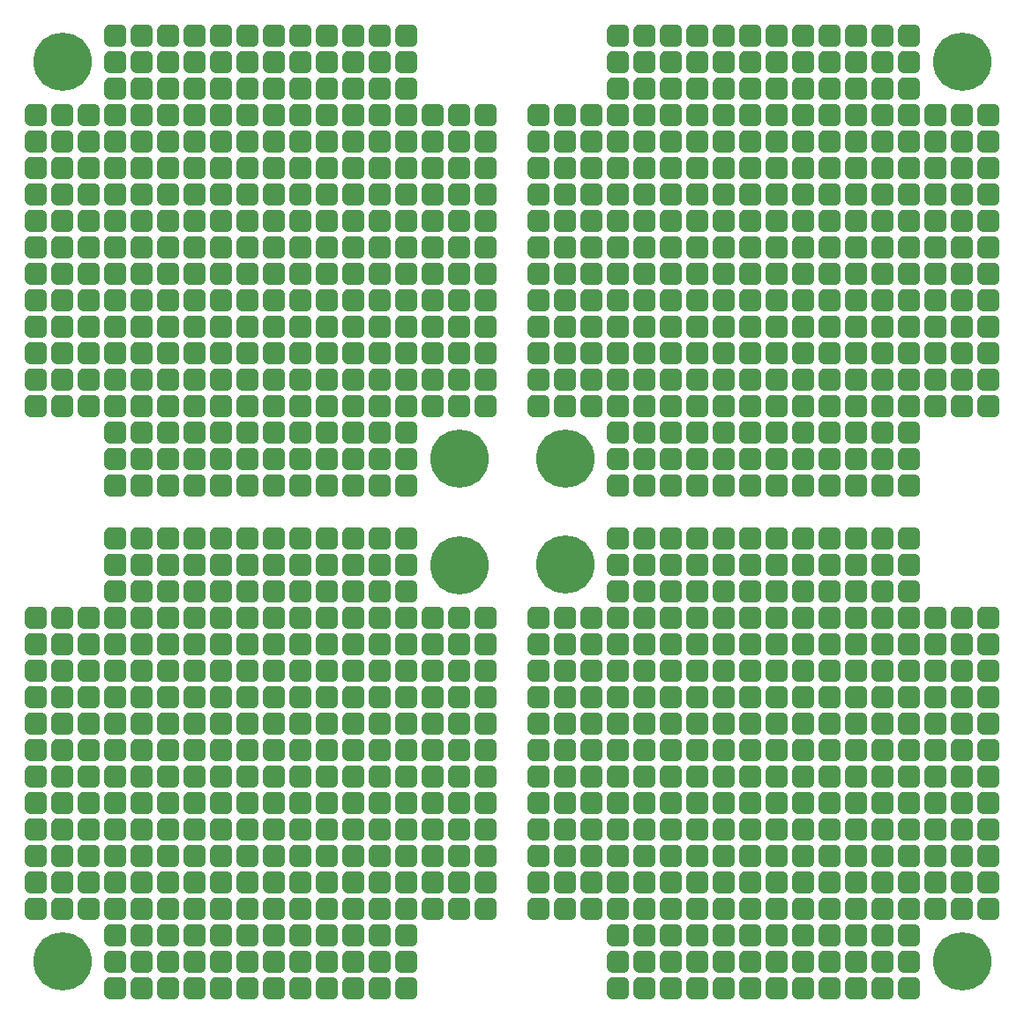
<source format=gbl>
G04 #@! TF.GenerationSoftware,KiCad,Pcbnew,(5.1.1)-1*
G04 #@! TF.CreationDate,2019-04-19T17:17:16+02:00*
G04 #@! TF.ProjectId,loloboard,6c6f6c6f-626f-4617-9264-2e6b69636164,rev?*
G04 #@! TF.SameCoordinates,Original*
G04 #@! TF.FileFunction,Copper,L2,Bot*
G04 #@! TF.FilePolarity,Positive*
%FSLAX46Y46*%
G04 Gerber Fmt 4.6, Leading zero omitted, Abs format (unit mm)*
G04 Created by KiCad (PCBNEW (5.1.1)-1) date 2019-04-19 17:17:16*
%MOMM*%
%LPD*%
G04 APERTURE LIST*
%ADD10C,0.100000*%
%ADD11C,2.100000*%
%ADD12C,5.600000*%
G04 APERTURE END LIST*
D10*
G36*
X118686459Y-58642528D02*
G01*
X118737422Y-58650088D01*
X118787399Y-58662606D01*
X118835909Y-58679963D01*
X118882483Y-58701991D01*
X118926674Y-58728478D01*
X118968056Y-58759170D01*
X119006231Y-58793769D01*
X119040830Y-58831944D01*
X119071522Y-58873326D01*
X119098009Y-58917517D01*
X119120037Y-58964091D01*
X119137394Y-59012601D01*
X119149912Y-59062578D01*
X119157472Y-59113541D01*
X119160000Y-59165000D01*
X119160000Y-60215000D01*
X119157472Y-60266459D01*
X119149912Y-60317422D01*
X119137394Y-60367399D01*
X119120037Y-60415909D01*
X119098009Y-60462483D01*
X119071522Y-60506674D01*
X119040830Y-60548056D01*
X119006231Y-60586231D01*
X118968056Y-60620830D01*
X118926674Y-60651522D01*
X118882483Y-60678009D01*
X118835909Y-60700037D01*
X118787399Y-60717394D01*
X118737422Y-60729912D01*
X118686459Y-60737472D01*
X118635000Y-60740000D01*
X117585000Y-60740000D01*
X117533541Y-60737472D01*
X117482578Y-60729912D01*
X117432601Y-60717394D01*
X117384091Y-60700037D01*
X117337517Y-60678009D01*
X117293326Y-60651522D01*
X117251944Y-60620830D01*
X117213769Y-60586231D01*
X117179170Y-60548056D01*
X117148478Y-60506674D01*
X117121991Y-60462483D01*
X117099963Y-60415909D01*
X117082606Y-60367399D01*
X117070088Y-60317422D01*
X117062528Y-60266459D01*
X117060000Y-60215000D01*
X117060000Y-59165000D01*
X117062528Y-59113541D01*
X117070088Y-59062578D01*
X117082606Y-59012601D01*
X117099963Y-58964091D01*
X117121991Y-58917517D01*
X117148478Y-58873326D01*
X117179170Y-58831944D01*
X117213769Y-58793769D01*
X117251944Y-58759170D01*
X117293326Y-58728478D01*
X117337517Y-58701991D01*
X117384091Y-58679963D01*
X117432601Y-58662606D01*
X117482578Y-58650088D01*
X117533541Y-58642528D01*
X117585000Y-58640000D01*
X118635000Y-58640000D01*
X118686459Y-58642528D01*
X118686459Y-58642528D01*
G37*
D11*
X118110000Y-59690000D03*
D10*
G36*
X126306459Y-150082528D02*
G01*
X126357422Y-150090088D01*
X126407399Y-150102606D01*
X126455909Y-150119963D01*
X126502483Y-150141991D01*
X126546674Y-150168478D01*
X126588056Y-150199170D01*
X126626231Y-150233769D01*
X126660830Y-150271944D01*
X126691522Y-150313326D01*
X126718009Y-150357517D01*
X126740037Y-150404091D01*
X126757394Y-150452601D01*
X126769912Y-150502578D01*
X126777472Y-150553541D01*
X126780000Y-150605000D01*
X126780000Y-151655000D01*
X126777472Y-151706459D01*
X126769912Y-151757422D01*
X126757394Y-151807399D01*
X126740037Y-151855909D01*
X126718009Y-151902483D01*
X126691522Y-151946674D01*
X126660830Y-151988056D01*
X126626231Y-152026231D01*
X126588056Y-152060830D01*
X126546674Y-152091522D01*
X126502483Y-152118009D01*
X126455909Y-152140037D01*
X126407399Y-152157394D01*
X126357422Y-152169912D01*
X126306459Y-152177472D01*
X126255000Y-152180000D01*
X125205000Y-152180000D01*
X125153541Y-152177472D01*
X125102578Y-152169912D01*
X125052601Y-152157394D01*
X125004091Y-152140037D01*
X124957517Y-152118009D01*
X124913326Y-152091522D01*
X124871944Y-152060830D01*
X124833769Y-152026231D01*
X124799170Y-151988056D01*
X124768478Y-151946674D01*
X124741991Y-151902483D01*
X124719963Y-151855909D01*
X124702606Y-151807399D01*
X124690088Y-151757422D01*
X124682528Y-151706459D01*
X124680000Y-151655000D01*
X124680000Y-150605000D01*
X124682528Y-150553541D01*
X124690088Y-150502578D01*
X124702606Y-150452601D01*
X124719963Y-150404091D01*
X124741991Y-150357517D01*
X124768478Y-150313326D01*
X124799170Y-150271944D01*
X124833769Y-150233769D01*
X124871944Y-150199170D01*
X124913326Y-150168478D01*
X124957517Y-150141991D01*
X125004091Y-150119963D01*
X125052601Y-150102606D01*
X125102578Y-150090088D01*
X125153541Y-150082528D01*
X125205000Y-150080000D01*
X126255000Y-150080000D01*
X126306459Y-150082528D01*
X126306459Y-150082528D01*
G37*
D11*
X125730000Y-151130000D03*
D10*
G36*
X128846459Y-150082528D02*
G01*
X128897422Y-150090088D01*
X128947399Y-150102606D01*
X128995909Y-150119963D01*
X129042483Y-150141991D01*
X129086674Y-150168478D01*
X129128056Y-150199170D01*
X129166231Y-150233769D01*
X129200830Y-150271944D01*
X129231522Y-150313326D01*
X129258009Y-150357517D01*
X129280037Y-150404091D01*
X129297394Y-150452601D01*
X129309912Y-150502578D01*
X129317472Y-150553541D01*
X129320000Y-150605000D01*
X129320000Y-151655000D01*
X129317472Y-151706459D01*
X129309912Y-151757422D01*
X129297394Y-151807399D01*
X129280037Y-151855909D01*
X129258009Y-151902483D01*
X129231522Y-151946674D01*
X129200830Y-151988056D01*
X129166231Y-152026231D01*
X129128056Y-152060830D01*
X129086674Y-152091522D01*
X129042483Y-152118009D01*
X128995909Y-152140037D01*
X128947399Y-152157394D01*
X128897422Y-152169912D01*
X128846459Y-152177472D01*
X128795000Y-152180000D01*
X127745000Y-152180000D01*
X127693541Y-152177472D01*
X127642578Y-152169912D01*
X127592601Y-152157394D01*
X127544091Y-152140037D01*
X127497517Y-152118009D01*
X127453326Y-152091522D01*
X127411944Y-152060830D01*
X127373769Y-152026231D01*
X127339170Y-151988056D01*
X127308478Y-151946674D01*
X127281991Y-151902483D01*
X127259963Y-151855909D01*
X127242606Y-151807399D01*
X127230088Y-151757422D01*
X127222528Y-151706459D01*
X127220000Y-151655000D01*
X127220000Y-150605000D01*
X127222528Y-150553541D01*
X127230088Y-150502578D01*
X127242606Y-150452601D01*
X127259963Y-150404091D01*
X127281991Y-150357517D01*
X127308478Y-150313326D01*
X127339170Y-150271944D01*
X127373769Y-150233769D01*
X127411944Y-150199170D01*
X127453326Y-150168478D01*
X127497517Y-150141991D01*
X127544091Y-150119963D01*
X127592601Y-150102606D01*
X127642578Y-150090088D01*
X127693541Y-150082528D01*
X127745000Y-150080000D01*
X128795000Y-150080000D01*
X128846459Y-150082528D01*
X128846459Y-150082528D01*
G37*
D11*
X128270000Y-151130000D03*
D10*
G36*
X136466459Y-150082528D02*
G01*
X136517422Y-150090088D01*
X136567399Y-150102606D01*
X136615909Y-150119963D01*
X136662483Y-150141991D01*
X136706674Y-150168478D01*
X136748056Y-150199170D01*
X136786231Y-150233769D01*
X136820830Y-150271944D01*
X136851522Y-150313326D01*
X136878009Y-150357517D01*
X136900037Y-150404091D01*
X136917394Y-150452601D01*
X136929912Y-150502578D01*
X136937472Y-150553541D01*
X136940000Y-150605000D01*
X136940000Y-151655000D01*
X136937472Y-151706459D01*
X136929912Y-151757422D01*
X136917394Y-151807399D01*
X136900037Y-151855909D01*
X136878009Y-151902483D01*
X136851522Y-151946674D01*
X136820830Y-151988056D01*
X136786231Y-152026231D01*
X136748056Y-152060830D01*
X136706674Y-152091522D01*
X136662483Y-152118009D01*
X136615909Y-152140037D01*
X136567399Y-152157394D01*
X136517422Y-152169912D01*
X136466459Y-152177472D01*
X136415000Y-152180000D01*
X135365000Y-152180000D01*
X135313541Y-152177472D01*
X135262578Y-152169912D01*
X135212601Y-152157394D01*
X135164091Y-152140037D01*
X135117517Y-152118009D01*
X135073326Y-152091522D01*
X135031944Y-152060830D01*
X134993769Y-152026231D01*
X134959170Y-151988056D01*
X134928478Y-151946674D01*
X134901991Y-151902483D01*
X134879963Y-151855909D01*
X134862606Y-151807399D01*
X134850088Y-151757422D01*
X134842528Y-151706459D01*
X134840000Y-151655000D01*
X134840000Y-150605000D01*
X134842528Y-150553541D01*
X134850088Y-150502578D01*
X134862606Y-150452601D01*
X134879963Y-150404091D01*
X134901991Y-150357517D01*
X134928478Y-150313326D01*
X134959170Y-150271944D01*
X134993769Y-150233769D01*
X135031944Y-150199170D01*
X135073326Y-150168478D01*
X135117517Y-150141991D01*
X135164091Y-150119963D01*
X135212601Y-150102606D01*
X135262578Y-150090088D01*
X135313541Y-150082528D01*
X135365000Y-150080000D01*
X136415000Y-150080000D01*
X136466459Y-150082528D01*
X136466459Y-150082528D01*
G37*
D11*
X135890000Y-151130000D03*
D10*
G36*
X131386459Y-150082528D02*
G01*
X131437422Y-150090088D01*
X131487399Y-150102606D01*
X131535909Y-150119963D01*
X131582483Y-150141991D01*
X131626674Y-150168478D01*
X131668056Y-150199170D01*
X131706231Y-150233769D01*
X131740830Y-150271944D01*
X131771522Y-150313326D01*
X131798009Y-150357517D01*
X131820037Y-150404091D01*
X131837394Y-150452601D01*
X131849912Y-150502578D01*
X131857472Y-150553541D01*
X131860000Y-150605000D01*
X131860000Y-151655000D01*
X131857472Y-151706459D01*
X131849912Y-151757422D01*
X131837394Y-151807399D01*
X131820037Y-151855909D01*
X131798009Y-151902483D01*
X131771522Y-151946674D01*
X131740830Y-151988056D01*
X131706231Y-152026231D01*
X131668056Y-152060830D01*
X131626674Y-152091522D01*
X131582483Y-152118009D01*
X131535909Y-152140037D01*
X131487399Y-152157394D01*
X131437422Y-152169912D01*
X131386459Y-152177472D01*
X131335000Y-152180000D01*
X130285000Y-152180000D01*
X130233541Y-152177472D01*
X130182578Y-152169912D01*
X130132601Y-152157394D01*
X130084091Y-152140037D01*
X130037517Y-152118009D01*
X129993326Y-152091522D01*
X129951944Y-152060830D01*
X129913769Y-152026231D01*
X129879170Y-151988056D01*
X129848478Y-151946674D01*
X129821991Y-151902483D01*
X129799963Y-151855909D01*
X129782606Y-151807399D01*
X129770088Y-151757422D01*
X129762528Y-151706459D01*
X129760000Y-151655000D01*
X129760000Y-150605000D01*
X129762528Y-150553541D01*
X129770088Y-150502578D01*
X129782606Y-150452601D01*
X129799963Y-150404091D01*
X129821991Y-150357517D01*
X129848478Y-150313326D01*
X129879170Y-150271944D01*
X129913769Y-150233769D01*
X129951944Y-150199170D01*
X129993326Y-150168478D01*
X130037517Y-150141991D01*
X130084091Y-150119963D01*
X130132601Y-150102606D01*
X130182578Y-150090088D01*
X130233541Y-150082528D01*
X130285000Y-150080000D01*
X131335000Y-150080000D01*
X131386459Y-150082528D01*
X131386459Y-150082528D01*
G37*
D11*
X130810000Y-151130000D03*
D10*
G36*
X139006459Y-150082528D02*
G01*
X139057422Y-150090088D01*
X139107399Y-150102606D01*
X139155909Y-150119963D01*
X139202483Y-150141991D01*
X139246674Y-150168478D01*
X139288056Y-150199170D01*
X139326231Y-150233769D01*
X139360830Y-150271944D01*
X139391522Y-150313326D01*
X139418009Y-150357517D01*
X139440037Y-150404091D01*
X139457394Y-150452601D01*
X139469912Y-150502578D01*
X139477472Y-150553541D01*
X139480000Y-150605000D01*
X139480000Y-151655000D01*
X139477472Y-151706459D01*
X139469912Y-151757422D01*
X139457394Y-151807399D01*
X139440037Y-151855909D01*
X139418009Y-151902483D01*
X139391522Y-151946674D01*
X139360830Y-151988056D01*
X139326231Y-152026231D01*
X139288056Y-152060830D01*
X139246674Y-152091522D01*
X139202483Y-152118009D01*
X139155909Y-152140037D01*
X139107399Y-152157394D01*
X139057422Y-152169912D01*
X139006459Y-152177472D01*
X138955000Y-152180000D01*
X137905000Y-152180000D01*
X137853541Y-152177472D01*
X137802578Y-152169912D01*
X137752601Y-152157394D01*
X137704091Y-152140037D01*
X137657517Y-152118009D01*
X137613326Y-152091522D01*
X137571944Y-152060830D01*
X137533769Y-152026231D01*
X137499170Y-151988056D01*
X137468478Y-151946674D01*
X137441991Y-151902483D01*
X137419963Y-151855909D01*
X137402606Y-151807399D01*
X137390088Y-151757422D01*
X137382528Y-151706459D01*
X137380000Y-151655000D01*
X137380000Y-150605000D01*
X137382528Y-150553541D01*
X137390088Y-150502578D01*
X137402606Y-150452601D01*
X137419963Y-150404091D01*
X137441991Y-150357517D01*
X137468478Y-150313326D01*
X137499170Y-150271944D01*
X137533769Y-150233769D01*
X137571944Y-150199170D01*
X137613326Y-150168478D01*
X137657517Y-150141991D01*
X137704091Y-150119963D01*
X137752601Y-150102606D01*
X137802578Y-150090088D01*
X137853541Y-150082528D01*
X137905000Y-150080000D01*
X138955000Y-150080000D01*
X139006459Y-150082528D01*
X139006459Y-150082528D01*
G37*
D11*
X138430000Y-151130000D03*
D10*
G36*
X141546459Y-150082528D02*
G01*
X141597422Y-150090088D01*
X141647399Y-150102606D01*
X141695909Y-150119963D01*
X141742483Y-150141991D01*
X141786674Y-150168478D01*
X141828056Y-150199170D01*
X141866231Y-150233769D01*
X141900830Y-150271944D01*
X141931522Y-150313326D01*
X141958009Y-150357517D01*
X141980037Y-150404091D01*
X141997394Y-150452601D01*
X142009912Y-150502578D01*
X142017472Y-150553541D01*
X142020000Y-150605000D01*
X142020000Y-151655000D01*
X142017472Y-151706459D01*
X142009912Y-151757422D01*
X141997394Y-151807399D01*
X141980037Y-151855909D01*
X141958009Y-151902483D01*
X141931522Y-151946674D01*
X141900830Y-151988056D01*
X141866231Y-152026231D01*
X141828056Y-152060830D01*
X141786674Y-152091522D01*
X141742483Y-152118009D01*
X141695909Y-152140037D01*
X141647399Y-152157394D01*
X141597422Y-152169912D01*
X141546459Y-152177472D01*
X141495000Y-152180000D01*
X140445000Y-152180000D01*
X140393541Y-152177472D01*
X140342578Y-152169912D01*
X140292601Y-152157394D01*
X140244091Y-152140037D01*
X140197517Y-152118009D01*
X140153326Y-152091522D01*
X140111944Y-152060830D01*
X140073769Y-152026231D01*
X140039170Y-151988056D01*
X140008478Y-151946674D01*
X139981991Y-151902483D01*
X139959963Y-151855909D01*
X139942606Y-151807399D01*
X139930088Y-151757422D01*
X139922528Y-151706459D01*
X139920000Y-151655000D01*
X139920000Y-150605000D01*
X139922528Y-150553541D01*
X139930088Y-150502578D01*
X139942606Y-150452601D01*
X139959963Y-150404091D01*
X139981991Y-150357517D01*
X140008478Y-150313326D01*
X140039170Y-150271944D01*
X140073769Y-150233769D01*
X140111944Y-150199170D01*
X140153326Y-150168478D01*
X140197517Y-150141991D01*
X140244091Y-150119963D01*
X140292601Y-150102606D01*
X140342578Y-150090088D01*
X140393541Y-150082528D01*
X140445000Y-150080000D01*
X141495000Y-150080000D01*
X141546459Y-150082528D01*
X141546459Y-150082528D01*
G37*
D11*
X140970000Y-151130000D03*
D10*
G36*
X133926459Y-150082528D02*
G01*
X133977422Y-150090088D01*
X134027399Y-150102606D01*
X134075909Y-150119963D01*
X134122483Y-150141991D01*
X134166674Y-150168478D01*
X134208056Y-150199170D01*
X134246231Y-150233769D01*
X134280830Y-150271944D01*
X134311522Y-150313326D01*
X134338009Y-150357517D01*
X134360037Y-150404091D01*
X134377394Y-150452601D01*
X134389912Y-150502578D01*
X134397472Y-150553541D01*
X134400000Y-150605000D01*
X134400000Y-151655000D01*
X134397472Y-151706459D01*
X134389912Y-151757422D01*
X134377394Y-151807399D01*
X134360037Y-151855909D01*
X134338009Y-151902483D01*
X134311522Y-151946674D01*
X134280830Y-151988056D01*
X134246231Y-152026231D01*
X134208056Y-152060830D01*
X134166674Y-152091522D01*
X134122483Y-152118009D01*
X134075909Y-152140037D01*
X134027399Y-152157394D01*
X133977422Y-152169912D01*
X133926459Y-152177472D01*
X133875000Y-152180000D01*
X132825000Y-152180000D01*
X132773541Y-152177472D01*
X132722578Y-152169912D01*
X132672601Y-152157394D01*
X132624091Y-152140037D01*
X132577517Y-152118009D01*
X132533326Y-152091522D01*
X132491944Y-152060830D01*
X132453769Y-152026231D01*
X132419170Y-151988056D01*
X132388478Y-151946674D01*
X132361991Y-151902483D01*
X132339963Y-151855909D01*
X132322606Y-151807399D01*
X132310088Y-151757422D01*
X132302528Y-151706459D01*
X132300000Y-151655000D01*
X132300000Y-150605000D01*
X132302528Y-150553541D01*
X132310088Y-150502578D01*
X132322606Y-150452601D01*
X132339963Y-150404091D01*
X132361991Y-150357517D01*
X132388478Y-150313326D01*
X132419170Y-150271944D01*
X132453769Y-150233769D01*
X132491944Y-150199170D01*
X132533326Y-150168478D01*
X132577517Y-150141991D01*
X132624091Y-150119963D01*
X132672601Y-150102606D01*
X132722578Y-150090088D01*
X132773541Y-150082528D01*
X132825000Y-150080000D01*
X133875000Y-150080000D01*
X133926459Y-150082528D01*
X133926459Y-150082528D01*
G37*
D11*
X133350000Y-151130000D03*
D10*
G36*
X144086459Y-150082528D02*
G01*
X144137422Y-150090088D01*
X144187399Y-150102606D01*
X144235909Y-150119963D01*
X144282483Y-150141991D01*
X144326674Y-150168478D01*
X144368056Y-150199170D01*
X144406231Y-150233769D01*
X144440830Y-150271944D01*
X144471522Y-150313326D01*
X144498009Y-150357517D01*
X144520037Y-150404091D01*
X144537394Y-150452601D01*
X144549912Y-150502578D01*
X144557472Y-150553541D01*
X144560000Y-150605000D01*
X144560000Y-151655000D01*
X144557472Y-151706459D01*
X144549912Y-151757422D01*
X144537394Y-151807399D01*
X144520037Y-151855909D01*
X144498009Y-151902483D01*
X144471522Y-151946674D01*
X144440830Y-151988056D01*
X144406231Y-152026231D01*
X144368056Y-152060830D01*
X144326674Y-152091522D01*
X144282483Y-152118009D01*
X144235909Y-152140037D01*
X144187399Y-152157394D01*
X144137422Y-152169912D01*
X144086459Y-152177472D01*
X144035000Y-152180000D01*
X142985000Y-152180000D01*
X142933541Y-152177472D01*
X142882578Y-152169912D01*
X142832601Y-152157394D01*
X142784091Y-152140037D01*
X142737517Y-152118009D01*
X142693326Y-152091522D01*
X142651944Y-152060830D01*
X142613769Y-152026231D01*
X142579170Y-151988056D01*
X142548478Y-151946674D01*
X142521991Y-151902483D01*
X142499963Y-151855909D01*
X142482606Y-151807399D01*
X142470088Y-151757422D01*
X142462528Y-151706459D01*
X142460000Y-151655000D01*
X142460000Y-150605000D01*
X142462528Y-150553541D01*
X142470088Y-150502578D01*
X142482606Y-150452601D01*
X142499963Y-150404091D01*
X142521991Y-150357517D01*
X142548478Y-150313326D01*
X142579170Y-150271944D01*
X142613769Y-150233769D01*
X142651944Y-150199170D01*
X142693326Y-150168478D01*
X142737517Y-150141991D01*
X142784091Y-150119963D01*
X142832601Y-150102606D01*
X142882578Y-150090088D01*
X142933541Y-150082528D01*
X142985000Y-150080000D01*
X144035000Y-150080000D01*
X144086459Y-150082528D01*
X144086459Y-150082528D01*
G37*
D11*
X143510000Y-151130000D03*
D10*
G36*
X128846459Y-147542528D02*
G01*
X128897422Y-147550088D01*
X128947399Y-147562606D01*
X128995909Y-147579963D01*
X129042483Y-147601991D01*
X129086674Y-147628478D01*
X129128056Y-147659170D01*
X129166231Y-147693769D01*
X129200830Y-147731944D01*
X129231522Y-147773326D01*
X129258009Y-147817517D01*
X129280037Y-147864091D01*
X129297394Y-147912601D01*
X129309912Y-147962578D01*
X129317472Y-148013541D01*
X129320000Y-148065000D01*
X129320000Y-149115000D01*
X129317472Y-149166459D01*
X129309912Y-149217422D01*
X129297394Y-149267399D01*
X129280037Y-149315909D01*
X129258009Y-149362483D01*
X129231522Y-149406674D01*
X129200830Y-149448056D01*
X129166231Y-149486231D01*
X129128056Y-149520830D01*
X129086674Y-149551522D01*
X129042483Y-149578009D01*
X128995909Y-149600037D01*
X128947399Y-149617394D01*
X128897422Y-149629912D01*
X128846459Y-149637472D01*
X128795000Y-149640000D01*
X127745000Y-149640000D01*
X127693541Y-149637472D01*
X127642578Y-149629912D01*
X127592601Y-149617394D01*
X127544091Y-149600037D01*
X127497517Y-149578009D01*
X127453326Y-149551522D01*
X127411944Y-149520830D01*
X127373769Y-149486231D01*
X127339170Y-149448056D01*
X127308478Y-149406674D01*
X127281991Y-149362483D01*
X127259963Y-149315909D01*
X127242606Y-149267399D01*
X127230088Y-149217422D01*
X127222528Y-149166459D01*
X127220000Y-149115000D01*
X127220000Y-148065000D01*
X127222528Y-148013541D01*
X127230088Y-147962578D01*
X127242606Y-147912601D01*
X127259963Y-147864091D01*
X127281991Y-147817517D01*
X127308478Y-147773326D01*
X127339170Y-147731944D01*
X127373769Y-147693769D01*
X127411944Y-147659170D01*
X127453326Y-147628478D01*
X127497517Y-147601991D01*
X127544091Y-147579963D01*
X127592601Y-147562606D01*
X127642578Y-147550088D01*
X127693541Y-147542528D01*
X127745000Y-147540000D01*
X128795000Y-147540000D01*
X128846459Y-147542528D01*
X128846459Y-147542528D01*
G37*
D11*
X128270000Y-148590000D03*
D10*
G36*
X136466459Y-147542528D02*
G01*
X136517422Y-147550088D01*
X136567399Y-147562606D01*
X136615909Y-147579963D01*
X136662483Y-147601991D01*
X136706674Y-147628478D01*
X136748056Y-147659170D01*
X136786231Y-147693769D01*
X136820830Y-147731944D01*
X136851522Y-147773326D01*
X136878009Y-147817517D01*
X136900037Y-147864091D01*
X136917394Y-147912601D01*
X136929912Y-147962578D01*
X136937472Y-148013541D01*
X136940000Y-148065000D01*
X136940000Y-149115000D01*
X136937472Y-149166459D01*
X136929912Y-149217422D01*
X136917394Y-149267399D01*
X136900037Y-149315909D01*
X136878009Y-149362483D01*
X136851522Y-149406674D01*
X136820830Y-149448056D01*
X136786231Y-149486231D01*
X136748056Y-149520830D01*
X136706674Y-149551522D01*
X136662483Y-149578009D01*
X136615909Y-149600037D01*
X136567399Y-149617394D01*
X136517422Y-149629912D01*
X136466459Y-149637472D01*
X136415000Y-149640000D01*
X135365000Y-149640000D01*
X135313541Y-149637472D01*
X135262578Y-149629912D01*
X135212601Y-149617394D01*
X135164091Y-149600037D01*
X135117517Y-149578009D01*
X135073326Y-149551522D01*
X135031944Y-149520830D01*
X134993769Y-149486231D01*
X134959170Y-149448056D01*
X134928478Y-149406674D01*
X134901991Y-149362483D01*
X134879963Y-149315909D01*
X134862606Y-149267399D01*
X134850088Y-149217422D01*
X134842528Y-149166459D01*
X134840000Y-149115000D01*
X134840000Y-148065000D01*
X134842528Y-148013541D01*
X134850088Y-147962578D01*
X134862606Y-147912601D01*
X134879963Y-147864091D01*
X134901991Y-147817517D01*
X134928478Y-147773326D01*
X134959170Y-147731944D01*
X134993769Y-147693769D01*
X135031944Y-147659170D01*
X135073326Y-147628478D01*
X135117517Y-147601991D01*
X135164091Y-147579963D01*
X135212601Y-147562606D01*
X135262578Y-147550088D01*
X135313541Y-147542528D01*
X135365000Y-147540000D01*
X136415000Y-147540000D01*
X136466459Y-147542528D01*
X136466459Y-147542528D01*
G37*
D11*
X135890000Y-148590000D03*
D10*
G36*
X133926459Y-147542528D02*
G01*
X133977422Y-147550088D01*
X134027399Y-147562606D01*
X134075909Y-147579963D01*
X134122483Y-147601991D01*
X134166674Y-147628478D01*
X134208056Y-147659170D01*
X134246231Y-147693769D01*
X134280830Y-147731944D01*
X134311522Y-147773326D01*
X134338009Y-147817517D01*
X134360037Y-147864091D01*
X134377394Y-147912601D01*
X134389912Y-147962578D01*
X134397472Y-148013541D01*
X134400000Y-148065000D01*
X134400000Y-149115000D01*
X134397472Y-149166459D01*
X134389912Y-149217422D01*
X134377394Y-149267399D01*
X134360037Y-149315909D01*
X134338009Y-149362483D01*
X134311522Y-149406674D01*
X134280830Y-149448056D01*
X134246231Y-149486231D01*
X134208056Y-149520830D01*
X134166674Y-149551522D01*
X134122483Y-149578009D01*
X134075909Y-149600037D01*
X134027399Y-149617394D01*
X133977422Y-149629912D01*
X133926459Y-149637472D01*
X133875000Y-149640000D01*
X132825000Y-149640000D01*
X132773541Y-149637472D01*
X132722578Y-149629912D01*
X132672601Y-149617394D01*
X132624091Y-149600037D01*
X132577517Y-149578009D01*
X132533326Y-149551522D01*
X132491944Y-149520830D01*
X132453769Y-149486231D01*
X132419170Y-149448056D01*
X132388478Y-149406674D01*
X132361991Y-149362483D01*
X132339963Y-149315909D01*
X132322606Y-149267399D01*
X132310088Y-149217422D01*
X132302528Y-149166459D01*
X132300000Y-149115000D01*
X132300000Y-148065000D01*
X132302528Y-148013541D01*
X132310088Y-147962578D01*
X132322606Y-147912601D01*
X132339963Y-147864091D01*
X132361991Y-147817517D01*
X132388478Y-147773326D01*
X132419170Y-147731944D01*
X132453769Y-147693769D01*
X132491944Y-147659170D01*
X132533326Y-147628478D01*
X132577517Y-147601991D01*
X132624091Y-147579963D01*
X132672601Y-147562606D01*
X132722578Y-147550088D01*
X132773541Y-147542528D01*
X132825000Y-147540000D01*
X133875000Y-147540000D01*
X133926459Y-147542528D01*
X133926459Y-147542528D01*
G37*
D11*
X133350000Y-148590000D03*
D10*
G36*
X144086459Y-147542528D02*
G01*
X144137422Y-147550088D01*
X144187399Y-147562606D01*
X144235909Y-147579963D01*
X144282483Y-147601991D01*
X144326674Y-147628478D01*
X144368056Y-147659170D01*
X144406231Y-147693769D01*
X144440830Y-147731944D01*
X144471522Y-147773326D01*
X144498009Y-147817517D01*
X144520037Y-147864091D01*
X144537394Y-147912601D01*
X144549912Y-147962578D01*
X144557472Y-148013541D01*
X144560000Y-148065000D01*
X144560000Y-149115000D01*
X144557472Y-149166459D01*
X144549912Y-149217422D01*
X144537394Y-149267399D01*
X144520037Y-149315909D01*
X144498009Y-149362483D01*
X144471522Y-149406674D01*
X144440830Y-149448056D01*
X144406231Y-149486231D01*
X144368056Y-149520830D01*
X144326674Y-149551522D01*
X144282483Y-149578009D01*
X144235909Y-149600037D01*
X144187399Y-149617394D01*
X144137422Y-149629912D01*
X144086459Y-149637472D01*
X144035000Y-149640000D01*
X142985000Y-149640000D01*
X142933541Y-149637472D01*
X142882578Y-149629912D01*
X142832601Y-149617394D01*
X142784091Y-149600037D01*
X142737517Y-149578009D01*
X142693326Y-149551522D01*
X142651944Y-149520830D01*
X142613769Y-149486231D01*
X142579170Y-149448056D01*
X142548478Y-149406674D01*
X142521991Y-149362483D01*
X142499963Y-149315909D01*
X142482606Y-149267399D01*
X142470088Y-149217422D01*
X142462528Y-149166459D01*
X142460000Y-149115000D01*
X142460000Y-148065000D01*
X142462528Y-148013541D01*
X142470088Y-147962578D01*
X142482606Y-147912601D01*
X142499963Y-147864091D01*
X142521991Y-147817517D01*
X142548478Y-147773326D01*
X142579170Y-147731944D01*
X142613769Y-147693769D01*
X142651944Y-147659170D01*
X142693326Y-147628478D01*
X142737517Y-147601991D01*
X142784091Y-147579963D01*
X142832601Y-147562606D01*
X142882578Y-147550088D01*
X142933541Y-147542528D01*
X142985000Y-147540000D01*
X144035000Y-147540000D01*
X144086459Y-147542528D01*
X144086459Y-147542528D01*
G37*
D11*
X143510000Y-148590000D03*
D10*
G36*
X133926459Y-145002528D02*
G01*
X133977422Y-145010088D01*
X134027399Y-145022606D01*
X134075909Y-145039963D01*
X134122483Y-145061991D01*
X134166674Y-145088478D01*
X134208056Y-145119170D01*
X134246231Y-145153769D01*
X134280830Y-145191944D01*
X134311522Y-145233326D01*
X134338009Y-145277517D01*
X134360037Y-145324091D01*
X134377394Y-145372601D01*
X134389912Y-145422578D01*
X134397472Y-145473541D01*
X134400000Y-145525000D01*
X134400000Y-146575000D01*
X134397472Y-146626459D01*
X134389912Y-146677422D01*
X134377394Y-146727399D01*
X134360037Y-146775909D01*
X134338009Y-146822483D01*
X134311522Y-146866674D01*
X134280830Y-146908056D01*
X134246231Y-146946231D01*
X134208056Y-146980830D01*
X134166674Y-147011522D01*
X134122483Y-147038009D01*
X134075909Y-147060037D01*
X134027399Y-147077394D01*
X133977422Y-147089912D01*
X133926459Y-147097472D01*
X133875000Y-147100000D01*
X132825000Y-147100000D01*
X132773541Y-147097472D01*
X132722578Y-147089912D01*
X132672601Y-147077394D01*
X132624091Y-147060037D01*
X132577517Y-147038009D01*
X132533326Y-147011522D01*
X132491944Y-146980830D01*
X132453769Y-146946231D01*
X132419170Y-146908056D01*
X132388478Y-146866674D01*
X132361991Y-146822483D01*
X132339963Y-146775909D01*
X132322606Y-146727399D01*
X132310088Y-146677422D01*
X132302528Y-146626459D01*
X132300000Y-146575000D01*
X132300000Y-145525000D01*
X132302528Y-145473541D01*
X132310088Y-145422578D01*
X132322606Y-145372601D01*
X132339963Y-145324091D01*
X132361991Y-145277517D01*
X132388478Y-145233326D01*
X132419170Y-145191944D01*
X132453769Y-145153769D01*
X132491944Y-145119170D01*
X132533326Y-145088478D01*
X132577517Y-145061991D01*
X132624091Y-145039963D01*
X132672601Y-145022606D01*
X132722578Y-145010088D01*
X132773541Y-145002528D01*
X132825000Y-145000000D01*
X133875000Y-145000000D01*
X133926459Y-145002528D01*
X133926459Y-145002528D01*
G37*
D11*
X133350000Y-146050000D03*
D10*
G36*
X141546459Y-147542528D02*
G01*
X141597422Y-147550088D01*
X141647399Y-147562606D01*
X141695909Y-147579963D01*
X141742483Y-147601991D01*
X141786674Y-147628478D01*
X141828056Y-147659170D01*
X141866231Y-147693769D01*
X141900830Y-147731944D01*
X141931522Y-147773326D01*
X141958009Y-147817517D01*
X141980037Y-147864091D01*
X141997394Y-147912601D01*
X142009912Y-147962578D01*
X142017472Y-148013541D01*
X142020000Y-148065000D01*
X142020000Y-149115000D01*
X142017472Y-149166459D01*
X142009912Y-149217422D01*
X141997394Y-149267399D01*
X141980037Y-149315909D01*
X141958009Y-149362483D01*
X141931522Y-149406674D01*
X141900830Y-149448056D01*
X141866231Y-149486231D01*
X141828056Y-149520830D01*
X141786674Y-149551522D01*
X141742483Y-149578009D01*
X141695909Y-149600037D01*
X141647399Y-149617394D01*
X141597422Y-149629912D01*
X141546459Y-149637472D01*
X141495000Y-149640000D01*
X140445000Y-149640000D01*
X140393541Y-149637472D01*
X140342578Y-149629912D01*
X140292601Y-149617394D01*
X140244091Y-149600037D01*
X140197517Y-149578009D01*
X140153326Y-149551522D01*
X140111944Y-149520830D01*
X140073769Y-149486231D01*
X140039170Y-149448056D01*
X140008478Y-149406674D01*
X139981991Y-149362483D01*
X139959963Y-149315909D01*
X139942606Y-149267399D01*
X139930088Y-149217422D01*
X139922528Y-149166459D01*
X139920000Y-149115000D01*
X139920000Y-148065000D01*
X139922528Y-148013541D01*
X139930088Y-147962578D01*
X139942606Y-147912601D01*
X139959963Y-147864091D01*
X139981991Y-147817517D01*
X140008478Y-147773326D01*
X140039170Y-147731944D01*
X140073769Y-147693769D01*
X140111944Y-147659170D01*
X140153326Y-147628478D01*
X140197517Y-147601991D01*
X140244091Y-147579963D01*
X140292601Y-147562606D01*
X140342578Y-147550088D01*
X140393541Y-147542528D01*
X140445000Y-147540000D01*
X141495000Y-147540000D01*
X141546459Y-147542528D01*
X141546459Y-147542528D01*
G37*
D11*
X140970000Y-148590000D03*
D10*
G36*
X139006459Y-147542528D02*
G01*
X139057422Y-147550088D01*
X139107399Y-147562606D01*
X139155909Y-147579963D01*
X139202483Y-147601991D01*
X139246674Y-147628478D01*
X139288056Y-147659170D01*
X139326231Y-147693769D01*
X139360830Y-147731944D01*
X139391522Y-147773326D01*
X139418009Y-147817517D01*
X139440037Y-147864091D01*
X139457394Y-147912601D01*
X139469912Y-147962578D01*
X139477472Y-148013541D01*
X139480000Y-148065000D01*
X139480000Y-149115000D01*
X139477472Y-149166459D01*
X139469912Y-149217422D01*
X139457394Y-149267399D01*
X139440037Y-149315909D01*
X139418009Y-149362483D01*
X139391522Y-149406674D01*
X139360830Y-149448056D01*
X139326231Y-149486231D01*
X139288056Y-149520830D01*
X139246674Y-149551522D01*
X139202483Y-149578009D01*
X139155909Y-149600037D01*
X139107399Y-149617394D01*
X139057422Y-149629912D01*
X139006459Y-149637472D01*
X138955000Y-149640000D01*
X137905000Y-149640000D01*
X137853541Y-149637472D01*
X137802578Y-149629912D01*
X137752601Y-149617394D01*
X137704091Y-149600037D01*
X137657517Y-149578009D01*
X137613326Y-149551522D01*
X137571944Y-149520830D01*
X137533769Y-149486231D01*
X137499170Y-149448056D01*
X137468478Y-149406674D01*
X137441991Y-149362483D01*
X137419963Y-149315909D01*
X137402606Y-149267399D01*
X137390088Y-149217422D01*
X137382528Y-149166459D01*
X137380000Y-149115000D01*
X137380000Y-148065000D01*
X137382528Y-148013541D01*
X137390088Y-147962578D01*
X137402606Y-147912601D01*
X137419963Y-147864091D01*
X137441991Y-147817517D01*
X137468478Y-147773326D01*
X137499170Y-147731944D01*
X137533769Y-147693769D01*
X137571944Y-147659170D01*
X137613326Y-147628478D01*
X137657517Y-147601991D01*
X137704091Y-147579963D01*
X137752601Y-147562606D01*
X137802578Y-147550088D01*
X137853541Y-147542528D01*
X137905000Y-147540000D01*
X138955000Y-147540000D01*
X139006459Y-147542528D01*
X139006459Y-147542528D01*
G37*
D11*
X138430000Y-148590000D03*
D10*
G36*
X144086459Y-145002528D02*
G01*
X144137422Y-145010088D01*
X144187399Y-145022606D01*
X144235909Y-145039963D01*
X144282483Y-145061991D01*
X144326674Y-145088478D01*
X144368056Y-145119170D01*
X144406231Y-145153769D01*
X144440830Y-145191944D01*
X144471522Y-145233326D01*
X144498009Y-145277517D01*
X144520037Y-145324091D01*
X144537394Y-145372601D01*
X144549912Y-145422578D01*
X144557472Y-145473541D01*
X144560000Y-145525000D01*
X144560000Y-146575000D01*
X144557472Y-146626459D01*
X144549912Y-146677422D01*
X144537394Y-146727399D01*
X144520037Y-146775909D01*
X144498009Y-146822483D01*
X144471522Y-146866674D01*
X144440830Y-146908056D01*
X144406231Y-146946231D01*
X144368056Y-146980830D01*
X144326674Y-147011522D01*
X144282483Y-147038009D01*
X144235909Y-147060037D01*
X144187399Y-147077394D01*
X144137422Y-147089912D01*
X144086459Y-147097472D01*
X144035000Y-147100000D01*
X142985000Y-147100000D01*
X142933541Y-147097472D01*
X142882578Y-147089912D01*
X142832601Y-147077394D01*
X142784091Y-147060037D01*
X142737517Y-147038009D01*
X142693326Y-147011522D01*
X142651944Y-146980830D01*
X142613769Y-146946231D01*
X142579170Y-146908056D01*
X142548478Y-146866674D01*
X142521991Y-146822483D01*
X142499963Y-146775909D01*
X142482606Y-146727399D01*
X142470088Y-146677422D01*
X142462528Y-146626459D01*
X142460000Y-146575000D01*
X142460000Y-145525000D01*
X142462528Y-145473541D01*
X142470088Y-145422578D01*
X142482606Y-145372601D01*
X142499963Y-145324091D01*
X142521991Y-145277517D01*
X142548478Y-145233326D01*
X142579170Y-145191944D01*
X142613769Y-145153769D01*
X142651944Y-145119170D01*
X142693326Y-145088478D01*
X142737517Y-145061991D01*
X142784091Y-145039963D01*
X142832601Y-145022606D01*
X142882578Y-145010088D01*
X142933541Y-145002528D01*
X142985000Y-145000000D01*
X144035000Y-145000000D01*
X144086459Y-145002528D01*
X144086459Y-145002528D01*
G37*
D11*
X143510000Y-146050000D03*
D10*
G36*
X118686459Y-150082528D02*
G01*
X118737422Y-150090088D01*
X118787399Y-150102606D01*
X118835909Y-150119963D01*
X118882483Y-150141991D01*
X118926674Y-150168478D01*
X118968056Y-150199170D01*
X119006231Y-150233769D01*
X119040830Y-150271944D01*
X119071522Y-150313326D01*
X119098009Y-150357517D01*
X119120037Y-150404091D01*
X119137394Y-150452601D01*
X119149912Y-150502578D01*
X119157472Y-150553541D01*
X119160000Y-150605000D01*
X119160000Y-151655000D01*
X119157472Y-151706459D01*
X119149912Y-151757422D01*
X119137394Y-151807399D01*
X119120037Y-151855909D01*
X119098009Y-151902483D01*
X119071522Y-151946674D01*
X119040830Y-151988056D01*
X119006231Y-152026231D01*
X118968056Y-152060830D01*
X118926674Y-152091522D01*
X118882483Y-152118009D01*
X118835909Y-152140037D01*
X118787399Y-152157394D01*
X118737422Y-152169912D01*
X118686459Y-152177472D01*
X118635000Y-152180000D01*
X117585000Y-152180000D01*
X117533541Y-152177472D01*
X117482578Y-152169912D01*
X117432601Y-152157394D01*
X117384091Y-152140037D01*
X117337517Y-152118009D01*
X117293326Y-152091522D01*
X117251944Y-152060830D01*
X117213769Y-152026231D01*
X117179170Y-151988056D01*
X117148478Y-151946674D01*
X117121991Y-151902483D01*
X117099963Y-151855909D01*
X117082606Y-151807399D01*
X117070088Y-151757422D01*
X117062528Y-151706459D01*
X117060000Y-151655000D01*
X117060000Y-150605000D01*
X117062528Y-150553541D01*
X117070088Y-150502578D01*
X117082606Y-150452601D01*
X117099963Y-150404091D01*
X117121991Y-150357517D01*
X117148478Y-150313326D01*
X117179170Y-150271944D01*
X117213769Y-150233769D01*
X117251944Y-150199170D01*
X117293326Y-150168478D01*
X117337517Y-150141991D01*
X117384091Y-150119963D01*
X117432601Y-150102606D01*
X117482578Y-150090088D01*
X117533541Y-150082528D01*
X117585000Y-150080000D01*
X118635000Y-150080000D01*
X118686459Y-150082528D01*
X118686459Y-150082528D01*
G37*
D11*
X118110000Y-151130000D03*
D10*
G36*
X121226459Y-150082528D02*
G01*
X121277422Y-150090088D01*
X121327399Y-150102606D01*
X121375909Y-150119963D01*
X121422483Y-150141991D01*
X121466674Y-150168478D01*
X121508056Y-150199170D01*
X121546231Y-150233769D01*
X121580830Y-150271944D01*
X121611522Y-150313326D01*
X121638009Y-150357517D01*
X121660037Y-150404091D01*
X121677394Y-150452601D01*
X121689912Y-150502578D01*
X121697472Y-150553541D01*
X121700000Y-150605000D01*
X121700000Y-151655000D01*
X121697472Y-151706459D01*
X121689912Y-151757422D01*
X121677394Y-151807399D01*
X121660037Y-151855909D01*
X121638009Y-151902483D01*
X121611522Y-151946674D01*
X121580830Y-151988056D01*
X121546231Y-152026231D01*
X121508056Y-152060830D01*
X121466674Y-152091522D01*
X121422483Y-152118009D01*
X121375909Y-152140037D01*
X121327399Y-152157394D01*
X121277422Y-152169912D01*
X121226459Y-152177472D01*
X121175000Y-152180000D01*
X120125000Y-152180000D01*
X120073541Y-152177472D01*
X120022578Y-152169912D01*
X119972601Y-152157394D01*
X119924091Y-152140037D01*
X119877517Y-152118009D01*
X119833326Y-152091522D01*
X119791944Y-152060830D01*
X119753769Y-152026231D01*
X119719170Y-151988056D01*
X119688478Y-151946674D01*
X119661991Y-151902483D01*
X119639963Y-151855909D01*
X119622606Y-151807399D01*
X119610088Y-151757422D01*
X119602528Y-151706459D01*
X119600000Y-151655000D01*
X119600000Y-150605000D01*
X119602528Y-150553541D01*
X119610088Y-150502578D01*
X119622606Y-150452601D01*
X119639963Y-150404091D01*
X119661991Y-150357517D01*
X119688478Y-150313326D01*
X119719170Y-150271944D01*
X119753769Y-150233769D01*
X119791944Y-150199170D01*
X119833326Y-150168478D01*
X119877517Y-150141991D01*
X119924091Y-150119963D01*
X119972601Y-150102606D01*
X120022578Y-150090088D01*
X120073541Y-150082528D01*
X120125000Y-150080000D01*
X121175000Y-150080000D01*
X121226459Y-150082528D01*
X121226459Y-150082528D01*
G37*
D11*
X120650000Y-151130000D03*
D10*
G36*
X123766459Y-150082528D02*
G01*
X123817422Y-150090088D01*
X123867399Y-150102606D01*
X123915909Y-150119963D01*
X123962483Y-150141991D01*
X124006674Y-150168478D01*
X124048056Y-150199170D01*
X124086231Y-150233769D01*
X124120830Y-150271944D01*
X124151522Y-150313326D01*
X124178009Y-150357517D01*
X124200037Y-150404091D01*
X124217394Y-150452601D01*
X124229912Y-150502578D01*
X124237472Y-150553541D01*
X124240000Y-150605000D01*
X124240000Y-151655000D01*
X124237472Y-151706459D01*
X124229912Y-151757422D01*
X124217394Y-151807399D01*
X124200037Y-151855909D01*
X124178009Y-151902483D01*
X124151522Y-151946674D01*
X124120830Y-151988056D01*
X124086231Y-152026231D01*
X124048056Y-152060830D01*
X124006674Y-152091522D01*
X123962483Y-152118009D01*
X123915909Y-152140037D01*
X123867399Y-152157394D01*
X123817422Y-152169912D01*
X123766459Y-152177472D01*
X123715000Y-152180000D01*
X122665000Y-152180000D01*
X122613541Y-152177472D01*
X122562578Y-152169912D01*
X122512601Y-152157394D01*
X122464091Y-152140037D01*
X122417517Y-152118009D01*
X122373326Y-152091522D01*
X122331944Y-152060830D01*
X122293769Y-152026231D01*
X122259170Y-151988056D01*
X122228478Y-151946674D01*
X122201991Y-151902483D01*
X122179963Y-151855909D01*
X122162606Y-151807399D01*
X122150088Y-151757422D01*
X122142528Y-151706459D01*
X122140000Y-151655000D01*
X122140000Y-150605000D01*
X122142528Y-150553541D01*
X122150088Y-150502578D01*
X122162606Y-150452601D01*
X122179963Y-150404091D01*
X122201991Y-150357517D01*
X122228478Y-150313326D01*
X122259170Y-150271944D01*
X122293769Y-150233769D01*
X122331944Y-150199170D01*
X122373326Y-150168478D01*
X122417517Y-150141991D01*
X122464091Y-150119963D01*
X122512601Y-150102606D01*
X122562578Y-150090088D01*
X122613541Y-150082528D01*
X122665000Y-150080000D01*
X123715000Y-150080000D01*
X123766459Y-150082528D01*
X123766459Y-150082528D01*
G37*
D11*
X123190000Y-151130000D03*
D10*
G36*
X118686459Y-145002528D02*
G01*
X118737422Y-145010088D01*
X118787399Y-145022606D01*
X118835909Y-145039963D01*
X118882483Y-145061991D01*
X118926674Y-145088478D01*
X118968056Y-145119170D01*
X119006231Y-145153769D01*
X119040830Y-145191944D01*
X119071522Y-145233326D01*
X119098009Y-145277517D01*
X119120037Y-145324091D01*
X119137394Y-145372601D01*
X119149912Y-145422578D01*
X119157472Y-145473541D01*
X119160000Y-145525000D01*
X119160000Y-146575000D01*
X119157472Y-146626459D01*
X119149912Y-146677422D01*
X119137394Y-146727399D01*
X119120037Y-146775909D01*
X119098009Y-146822483D01*
X119071522Y-146866674D01*
X119040830Y-146908056D01*
X119006231Y-146946231D01*
X118968056Y-146980830D01*
X118926674Y-147011522D01*
X118882483Y-147038009D01*
X118835909Y-147060037D01*
X118787399Y-147077394D01*
X118737422Y-147089912D01*
X118686459Y-147097472D01*
X118635000Y-147100000D01*
X117585000Y-147100000D01*
X117533541Y-147097472D01*
X117482578Y-147089912D01*
X117432601Y-147077394D01*
X117384091Y-147060037D01*
X117337517Y-147038009D01*
X117293326Y-147011522D01*
X117251944Y-146980830D01*
X117213769Y-146946231D01*
X117179170Y-146908056D01*
X117148478Y-146866674D01*
X117121991Y-146822483D01*
X117099963Y-146775909D01*
X117082606Y-146727399D01*
X117070088Y-146677422D01*
X117062528Y-146626459D01*
X117060000Y-146575000D01*
X117060000Y-145525000D01*
X117062528Y-145473541D01*
X117070088Y-145422578D01*
X117082606Y-145372601D01*
X117099963Y-145324091D01*
X117121991Y-145277517D01*
X117148478Y-145233326D01*
X117179170Y-145191944D01*
X117213769Y-145153769D01*
X117251944Y-145119170D01*
X117293326Y-145088478D01*
X117337517Y-145061991D01*
X117384091Y-145039963D01*
X117432601Y-145022606D01*
X117482578Y-145010088D01*
X117533541Y-145002528D01*
X117585000Y-145000000D01*
X118635000Y-145000000D01*
X118686459Y-145002528D01*
X118686459Y-145002528D01*
G37*
D11*
X118110000Y-146050000D03*
D10*
G36*
X121226459Y-145002528D02*
G01*
X121277422Y-145010088D01*
X121327399Y-145022606D01*
X121375909Y-145039963D01*
X121422483Y-145061991D01*
X121466674Y-145088478D01*
X121508056Y-145119170D01*
X121546231Y-145153769D01*
X121580830Y-145191944D01*
X121611522Y-145233326D01*
X121638009Y-145277517D01*
X121660037Y-145324091D01*
X121677394Y-145372601D01*
X121689912Y-145422578D01*
X121697472Y-145473541D01*
X121700000Y-145525000D01*
X121700000Y-146575000D01*
X121697472Y-146626459D01*
X121689912Y-146677422D01*
X121677394Y-146727399D01*
X121660037Y-146775909D01*
X121638009Y-146822483D01*
X121611522Y-146866674D01*
X121580830Y-146908056D01*
X121546231Y-146946231D01*
X121508056Y-146980830D01*
X121466674Y-147011522D01*
X121422483Y-147038009D01*
X121375909Y-147060037D01*
X121327399Y-147077394D01*
X121277422Y-147089912D01*
X121226459Y-147097472D01*
X121175000Y-147100000D01*
X120125000Y-147100000D01*
X120073541Y-147097472D01*
X120022578Y-147089912D01*
X119972601Y-147077394D01*
X119924091Y-147060037D01*
X119877517Y-147038009D01*
X119833326Y-147011522D01*
X119791944Y-146980830D01*
X119753769Y-146946231D01*
X119719170Y-146908056D01*
X119688478Y-146866674D01*
X119661991Y-146822483D01*
X119639963Y-146775909D01*
X119622606Y-146727399D01*
X119610088Y-146677422D01*
X119602528Y-146626459D01*
X119600000Y-146575000D01*
X119600000Y-145525000D01*
X119602528Y-145473541D01*
X119610088Y-145422578D01*
X119622606Y-145372601D01*
X119639963Y-145324091D01*
X119661991Y-145277517D01*
X119688478Y-145233326D01*
X119719170Y-145191944D01*
X119753769Y-145153769D01*
X119791944Y-145119170D01*
X119833326Y-145088478D01*
X119877517Y-145061991D01*
X119924091Y-145039963D01*
X119972601Y-145022606D01*
X120022578Y-145010088D01*
X120073541Y-145002528D01*
X120125000Y-145000000D01*
X121175000Y-145000000D01*
X121226459Y-145002528D01*
X121226459Y-145002528D01*
G37*
D11*
X120650000Y-146050000D03*
D10*
G36*
X123766459Y-145002528D02*
G01*
X123817422Y-145010088D01*
X123867399Y-145022606D01*
X123915909Y-145039963D01*
X123962483Y-145061991D01*
X124006674Y-145088478D01*
X124048056Y-145119170D01*
X124086231Y-145153769D01*
X124120830Y-145191944D01*
X124151522Y-145233326D01*
X124178009Y-145277517D01*
X124200037Y-145324091D01*
X124217394Y-145372601D01*
X124229912Y-145422578D01*
X124237472Y-145473541D01*
X124240000Y-145525000D01*
X124240000Y-146575000D01*
X124237472Y-146626459D01*
X124229912Y-146677422D01*
X124217394Y-146727399D01*
X124200037Y-146775909D01*
X124178009Y-146822483D01*
X124151522Y-146866674D01*
X124120830Y-146908056D01*
X124086231Y-146946231D01*
X124048056Y-146980830D01*
X124006674Y-147011522D01*
X123962483Y-147038009D01*
X123915909Y-147060037D01*
X123867399Y-147077394D01*
X123817422Y-147089912D01*
X123766459Y-147097472D01*
X123715000Y-147100000D01*
X122665000Y-147100000D01*
X122613541Y-147097472D01*
X122562578Y-147089912D01*
X122512601Y-147077394D01*
X122464091Y-147060037D01*
X122417517Y-147038009D01*
X122373326Y-147011522D01*
X122331944Y-146980830D01*
X122293769Y-146946231D01*
X122259170Y-146908056D01*
X122228478Y-146866674D01*
X122201991Y-146822483D01*
X122179963Y-146775909D01*
X122162606Y-146727399D01*
X122150088Y-146677422D01*
X122142528Y-146626459D01*
X122140000Y-146575000D01*
X122140000Y-145525000D01*
X122142528Y-145473541D01*
X122150088Y-145422578D01*
X122162606Y-145372601D01*
X122179963Y-145324091D01*
X122201991Y-145277517D01*
X122228478Y-145233326D01*
X122259170Y-145191944D01*
X122293769Y-145153769D01*
X122331944Y-145119170D01*
X122373326Y-145088478D01*
X122417517Y-145061991D01*
X122464091Y-145039963D01*
X122512601Y-145022606D01*
X122562578Y-145010088D01*
X122613541Y-145002528D01*
X122665000Y-145000000D01*
X123715000Y-145000000D01*
X123766459Y-145002528D01*
X123766459Y-145002528D01*
G37*
D11*
X123190000Y-146050000D03*
D10*
G36*
X118686459Y-147542528D02*
G01*
X118737422Y-147550088D01*
X118787399Y-147562606D01*
X118835909Y-147579963D01*
X118882483Y-147601991D01*
X118926674Y-147628478D01*
X118968056Y-147659170D01*
X119006231Y-147693769D01*
X119040830Y-147731944D01*
X119071522Y-147773326D01*
X119098009Y-147817517D01*
X119120037Y-147864091D01*
X119137394Y-147912601D01*
X119149912Y-147962578D01*
X119157472Y-148013541D01*
X119160000Y-148065000D01*
X119160000Y-149115000D01*
X119157472Y-149166459D01*
X119149912Y-149217422D01*
X119137394Y-149267399D01*
X119120037Y-149315909D01*
X119098009Y-149362483D01*
X119071522Y-149406674D01*
X119040830Y-149448056D01*
X119006231Y-149486231D01*
X118968056Y-149520830D01*
X118926674Y-149551522D01*
X118882483Y-149578009D01*
X118835909Y-149600037D01*
X118787399Y-149617394D01*
X118737422Y-149629912D01*
X118686459Y-149637472D01*
X118635000Y-149640000D01*
X117585000Y-149640000D01*
X117533541Y-149637472D01*
X117482578Y-149629912D01*
X117432601Y-149617394D01*
X117384091Y-149600037D01*
X117337517Y-149578009D01*
X117293326Y-149551522D01*
X117251944Y-149520830D01*
X117213769Y-149486231D01*
X117179170Y-149448056D01*
X117148478Y-149406674D01*
X117121991Y-149362483D01*
X117099963Y-149315909D01*
X117082606Y-149267399D01*
X117070088Y-149217422D01*
X117062528Y-149166459D01*
X117060000Y-149115000D01*
X117060000Y-148065000D01*
X117062528Y-148013541D01*
X117070088Y-147962578D01*
X117082606Y-147912601D01*
X117099963Y-147864091D01*
X117121991Y-147817517D01*
X117148478Y-147773326D01*
X117179170Y-147731944D01*
X117213769Y-147693769D01*
X117251944Y-147659170D01*
X117293326Y-147628478D01*
X117337517Y-147601991D01*
X117384091Y-147579963D01*
X117432601Y-147562606D01*
X117482578Y-147550088D01*
X117533541Y-147542528D01*
X117585000Y-147540000D01*
X118635000Y-147540000D01*
X118686459Y-147542528D01*
X118686459Y-147542528D01*
G37*
D11*
X118110000Y-148590000D03*
D10*
G36*
X126306459Y-147542528D02*
G01*
X126357422Y-147550088D01*
X126407399Y-147562606D01*
X126455909Y-147579963D01*
X126502483Y-147601991D01*
X126546674Y-147628478D01*
X126588056Y-147659170D01*
X126626231Y-147693769D01*
X126660830Y-147731944D01*
X126691522Y-147773326D01*
X126718009Y-147817517D01*
X126740037Y-147864091D01*
X126757394Y-147912601D01*
X126769912Y-147962578D01*
X126777472Y-148013541D01*
X126780000Y-148065000D01*
X126780000Y-149115000D01*
X126777472Y-149166459D01*
X126769912Y-149217422D01*
X126757394Y-149267399D01*
X126740037Y-149315909D01*
X126718009Y-149362483D01*
X126691522Y-149406674D01*
X126660830Y-149448056D01*
X126626231Y-149486231D01*
X126588056Y-149520830D01*
X126546674Y-149551522D01*
X126502483Y-149578009D01*
X126455909Y-149600037D01*
X126407399Y-149617394D01*
X126357422Y-149629912D01*
X126306459Y-149637472D01*
X126255000Y-149640000D01*
X125205000Y-149640000D01*
X125153541Y-149637472D01*
X125102578Y-149629912D01*
X125052601Y-149617394D01*
X125004091Y-149600037D01*
X124957517Y-149578009D01*
X124913326Y-149551522D01*
X124871944Y-149520830D01*
X124833769Y-149486231D01*
X124799170Y-149448056D01*
X124768478Y-149406674D01*
X124741991Y-149362483D01*
X124719963Y-149315909D01*
X124702606Y-149267399D01*
X124690088Y-149217422D01*
X124682528Y-149166459D01*
X124680000Y-149115000D01*
X124680000Y-148065000D01*
X124682528Y-148013541D01*
X124690088Y-147962578D01*
X124702606Y-147912601D01*
X124719963Y-147864091D01*
X124741991Y-147817517D01*
X124768478Y-147773326D01*
X124799170Y-147731944D01*
X124833769Y-147693769D01*
X124871944Y-147659170D01*
X124913326Y-147628478D01*
X124957517Y-147601991D01*
X125004091Y-147579963D01*
X125052601Y-147562606D01*
X125102578Y-147550088D01*
X125153541Y-147542528D01*
X125205000Y-147540000D01*
X126255000Y-147540000D01*
X126306459Y-147542528D01*
X126306459Y-147542528D01*
G37*
D11*
X125730000Y-148590000D03*
D10*
G36*
X123766459Y-147542528D02*
G01*
X123817422Y-147550088D01*
X123867399Y-147562606D01*
X123915909Y-147579963D01*
X123962483Y-147601991D01*
X124006674Y-147628478D01*
X124048056Y-147659170D01*
X124086231Y-147693769D01*
X124120830Y-147731944D01*
X124151522Y-147773326D01*
X124178009Y-147817517D01*
X124200037Y-147864091D01*
X124217394Y-147912601D01*
X124229912Y-147962578D01*
X124237472Y-148013541D01*
X124240000Y-148065000D01*
X124240000Y-149115000D01*
X124237472Y-149166459D01*
X124229912Y-149217422D01*
X124217394Y-149267399D01*
X124200037Y-149315909D01*
X124178009Y-149362483D01*
X124151522Y-149406674D01*
X124120830Y-149448056D01*
X124086231Y-149486231D01*
X124048056Y-149520830D01*
X124006674Y-149551522D01*
X123962483Y-149578009D01*
X123915909Y-149600037D01*
X123867399Y-149617394D01*
X123817422Y-149629912D01*
X123766459Y-149637472D01*
X123715000Y-149640000D01*
X122665000Y-149640000D01*
X122613541Y-149637472D01*
X122562578Y-149629912D01*
X122512601Y-149617394D01*
X122464091Y-149600037D01*
X122417517Y-149578009D01*
X122373326Y-149551522D01*
X122331944Y-149520830D01*
X122293769Y-149486231D01*
X122259170Y-149448056D01*
X122228478Y-149406674D01*
X122201991Y-149362483D01*
X122179963Y-149315909D01*
X122162606Y-149267399D01*
X122150088Y-149217422D01*
X122142528Y-149166459D01*
X122140000Y-149115000D01*
X122140000Y-148065000D01*
X122142528Y-148013541D01*
X122150088Y-147962578D01*
X122162606Y-147912601D01*
X122179963Y-147864091D01*
X122201991Y-147817517D01*
X122228478Y-147773326D01*
X122259170Y-147731944D01*
X122293769Y-147693769D01*
X122331944Y-147659170D01*
X122373326Y-147628478D01*
X122417517Y-147601991D01*
X122464091Y-147579963D01*
X122512601Y-147562606D01*
X122562578Y-147550088D01*
X122613541Y-147542528D01*
X122665000Y-147540000D01*
X123715000Y-147540000D01*
X123766459Y-147542528D01*
X123766459Y-147542528D01*
G37*
D11*
X123190000Y-148590000D03*
D10*
G36*
X121226459Y-147542528D02*
G01*
X121277422Y-147550088D01*
X121327399Y-147562606D01*
X121375909Y-147579963D01*
X121422483Y-147601991D01*
X121466674Y-147628478D01*
X121508056Y-147659170D01*
X121546231Y-147693769D01*
X121580830Y-147731944D01*
X121611522Y-147773326D01*
X121638009Y-147817517D01*
X121660037Y-147864091D01*
X121677394Y-147912601D01*
X121689912Y-147962578D01*
X121697472Y-148013541D01*
X121700000Y-148065000D01*
X121700000Y-149115000D01*
X121697472Y-149166459D01*
X121689912Y-149217422D01*
X121677394Y-149267399D01*
X121660037Y-149315909D01*
X121638009Y-149362483D01*
X121611522Y-149406674D01*
X121580830Y-149448056D01*
X121546231Y-149486231D01*
X121508056Y-149520830D01*
X121466674Y-149551522D01*
X121422483Y-149578009D01*
X121375909Y-149600037D01*
X121327399Y-149617394D01*
X121277422Y-149629912D01*
X121226459Y-149637472D01*
X121175000Y-149640000D01*
X120125000Y-149640000D01*
X120073541Y-149637472D01*
X120022578Y-149629912D01*
X119972601Y-149617394D01*
X119924091Y-149600037D01*
X119877517Y-149578009D01*
X119833326Y-149551522D01*
X119791944Y-149520830D01*
X119753769Y-149486231D01*
X119719170Y-149448056D01*
X119688478Y-149406674D01*
X119661991Y-149362483D01*
X119639963Y-149315909D01*
X119622606Y-149267399D01*
X119610088Y-149217422D01*
X119602528Y-149166459D01*
X119600000Y-149115000D01*
X119600000Y-148065000D01*
X119602528Y-148013541D01*
X119610088Y-147962578D01*
X119622606Y-147912601D01*
X119639963Y-147864091D01*
X119661991Y-147817517D01*
X119688478Y-147773326D01*
X119719170Y-147731944D01*
X119753769Y-147693769D01*
X119791944Y-147659170D01*
X119833326Y-147628478D01*
X119877517Y-147601991D01*
X119924091Y-147579963D01*
X119972601Y-147562606D01*
X120022578Y-147550088D01*
X120073541Y-147542528D01*
X120125000Y-147540000D01*
X121175000Y-147540000D01*
X121226459Y-147542528D01*
X121226459Y-147542528D01*
G37*
D11*
X120650000Y-148590000D03*
D10*
G36*
X126306459Y-145002528D02*
G01*
X126357422Y-145010088D01*
X126407399Y-145022606D01*
X126455909Y-145039963D01*
X126502483Y-145061991D01*
X126546674Y-145088478D01*
X126588056Y-145119170D01*
X126626231Y-145153769D01*
X126660830Y-145191944D01*
X126691522Y-145233326D01*
X126718009Y-145277517D01*
X126740037Y-145324091D01*
X126757394Y-145372601D01*
X126769912Y-145422578D01*
X126777472Y-145473541D01*
X126780000Y-145525000D01*
X126780000Y-146575000D01*
X126777472Y-146626459D01*
X126769912Y-146677422D01*
X126757394Y-146727399D01*
X126740037Y-146775909D01*
X126718009Y-146822483D01*
X126691522Y-146866674D01*
X126660830Y-146908056D01*
X126626231Y-146946231D01*
X126588056Y-146980830D01*
X126546674Y-147011522D01*
X126502483Y-147038009D01*
X126455909Y-147060037D01*
X126407399Y-147077394D01*
X126357422Y-147089912D01*
X126306459Y-147097472D01*
X126255000Y-147100000D01*
X125205000Y-147100000D01*
X125153541Y-147097472D01*
X125102578Y-147089912D01*
X125052601Y-147077394D01*
X125004091Y-147060037D01*
X124957517Y-147038009D01*
X124913326Y-147011522D01*
X124871944Y-146980830D01*
X124833769Y-146946231D01*
X124799170Y-146908056D01*
X124768478Y-146866674D01*
X124741991Y-146822483D01*
X124719963Y-146775909D01*
X124702606Y-146727399D01*
X124690088Y-146677422D01*
X124682528Y-146626459D01*
X124680000Y-146575000D01*
X124680000Y-145525000D01*
X124682528Y-145473541D01*
X124690088Y-145422578D01*
X124702606Y-145372601D01*
X124719963Y-145324091D01*
X124741991Y-145277517D01*
X124768478Y-145233326D01*
X124799170Y-145191944D01*
X124833769Y-145153769D01*
X124871944Y-145119170D01*
X124913326Y-145088478D01*
X124957517Y-145061991D01*
X125004091Y-145039963D01*
X125052601Y-145022606D01*
X125102578Y-145010088D01*
X125153541Y-145002528D01*
X125205000Y-145000000D01*
X126255000Y-145000000D01*
X126306459Y-145002528D01*
X126306459Y-145002528D01*
G37*
D11*
X125730000Y-146050000D03*
D10*
G36*
X131386459Y-147542528D02*
G01*
X131437422Y-147550088D01*
X131487399Y-147562606D01*
X131535909Y-147579963D01*
X131582483Y-147601991D01*
X131626674Y-147628478D01*
X131668056Y-147659170D01*
X131706231Y-147693769D01*
X131740830Y-147731944D01*
X131771522Y-147773326D01*
X131798009Y-147817517D01*
X131820037Y-147864091D01*
X131837394Y-147912601D01*
X131849912Y-147962578D01*
X131857472Y-148013541D01*
X131860000Y-148065000D01*
X131860000Y-149115000D01*
X131857472Y-149166459D01*
X131849912Y-149217422D01*
X131837394Y-149267399D01*
X131820037Y-149315909D01*
X131798009Y-149362483D01*
X131771522Y-149406674D01*
X131740830Y-149448056D01*
X131706231Y-149486231D01*
X131668056Y-149520830D01*
X131626674Y-149551522D01*
X131582483Y-149578009D01*
X131535909Y-149600037D01*
X131487399Y-149617394D01*
X131437422Y-149629912D01*
X131386459Y-149637472D01*
X131335000Y-149640000D01*
X130285000Y-149640000D01*
X130233541Y-149637472D01*
X130182578Y-149629912D01*
X130132601Y-149617394D01*
X130084091Y-149600037D01*
X130037517Y-149578009D01*
X129993326Y-149551522D01*
X129951944Y-149520830D01*
X129913769Y-149486231D01*
X129879170Y-149448056D01*
X129848478Y-149406674D01*
X129821991Y-149362483D01*
X129799963Y-149315909D01*
X129782606Y-149267399D01*
X129770088Y-149217422D01*
X129762528Y-149166459D01*
X129760000Y-149115000D01*
X129760000Y-148065000D01*
X129762528Y-148013541D01*
X129770088Y-147962578D01*
X129782606Y-147912601D01*
X129799963Y-147864091D01*
X129821991Y-147817517D01*
X129848478Y-147773326D01*
X129879170Y-147731944D01*
X129913769Y-147693769D01*
X129951944Y-147659170D01*
X129993326Y-147628478D01*
X130037517Y-147601991D01*
X130084091Y-147579963D01*
X130132601Y-147562606D01*
X130182578Y-147550088D01*
X130233541Y-147542528D01*
X130285000Y-147540000D01*
X131335000Y-147540000D01*
X131386459Y-147542528D01*
X131386459Y-147542528D01*
G37*
D11*
X130810000Y-148590000D03*
D10*
G36*
X128846459Y-145002528D02*
G01*
X128897422Y-145010088D01*
X128947399Y-145022606D01*
X128995909Y-145039963D01*
X129042483Y-145061991D01*
X129086674Y-145088478D01*
X129128056Y-145119170D01*
X129166231Y-145153769D01*
X129200830Y-145191944D01*
X129231522Y-145233326D01*
X129258009Y-145277517D01*
X129280037Y-145324091D01*
X129297394Y-145372601D01*
X129309912Y-145422578D01*
X129317472Y-145473541D01*
X129320000Y-145525000D01*
X129320000Y-146575000D01*
X129317472Y-146626459D01*
X129309912Y-146677422D01*
X129297394Y-146727399D01*
X129280037Y-146775909D01*
X129258009Y-146822483D01*
X129231522Y-146866674D01*
X129200830Y-146908056D01*
X129166231Y-146946231D01*
X129128056Y-146980830D01*
X129086674Y-147011522D01*
X129042483Y-147038009D01*
X128995909Y-147060037D01*
X128947399Y-147077394D01*
X128897422Y-147089912D01*
X128846459Y-147097472D01*
X128795000Y-147100000D01*
X127745000Y-147100000D01*
X127693541Y-147097472D01*
X127642578Y-147089912D01*
X127592601Y-147077394D01*
X127544091Y-147060037D01*
X127497517Y-147038009D01*
X127453326Y-147011522D01*
X127411944Y-146980830D01*
X127373769Y-146946231D01*
X127339170Y-146908056D01*
X127308478Y-146866674D01*
X127281991Y-146822483D01*
X127259963Y-146775909D01*
X127242606Y-146727399D01*
X127230088Y-146677422D01*
X127222528Y-146626459D01*
X127220000Y-146575000D01*
X127220000Y-145525000D01*
X127222528Y-145473541D01*
X127230088Y-145422578D01*
X127242606Y-145372601D01*
X127259963Y-145324091D01*
X127281991Y-145277517D01*
X127308478Y-145233326D01*
X127339170Y-145191944D01*
X127373769Y-145153769D01*
X127411944Y-145119170D01*
X127453326Y-145088478D01*
X127497517Y-145061991D01*
X127544091Y-145039963D01*
X127592601Y-145022606D01*
X127642578Y-145010088D01*
X127693541Y-145002528D01*
X127745000Y-145000000D01*
X128795000Y-145000000D01*
X128846459Y-145002528D01*
X128846459Y-145002528D01*
G37*
D11*
X128270000Y-146050000D03*
D10*
G36*
X136466459Y-145002528D02*
G01*
X136517422Y-145010088D01*
X136567399Y-145022606D01*
X136615909Y-145039963D01*
X136662483Y-145061991D01*
X136706674Y-145088478D01*
X136748056Y-145119170D01*
X136786231Y-145153769D01*
X136820830Y-145191944D01*
X136851522Y-145233326D01*
X136878009Y-145277517D01*
X136900037Y-145324091D01*
X136917394Y-145372601D01*
X136929912Y-145422578D01*
X136937472Y-145473541D01*
X136940000Y-145525000D01*
X136940000Y-146575000D01*
X136937472Y-146626459D01*
X136929912Y-146677422D01*
X136917394Y-146727399D01*
X136900037Y-146775909D01*
X136878009Y-146822483D01*
X136851522Y-146866674D01*
X136820830Y-146908056D01*
X136786231Y-146946231D01*
X136748056Y-146980830D01*
X136706674Y-147011522D01*
X136662483Y-147038009D01*
X136615909Y-147060037D01*
X136567399Y-147077394D01*
X136517422Y-147089912D01*
X136466459Y-147097472D01*
X136415000Y-147100000D01*
X135365000Y-147100000D01*
X135313541Y-147097472D01*
X135262578Y-147089912D01*
X135212601Y-147077394D01*
X135164091Y-147060037D01*
X135117517Y-147038009D01*
X135073326Y-147011522D01*
X135031944Y-146980830D01*
X134993769Y-146946231D01*
X134959170Y-146908056D01*
X134928478Y-146866674D01*
X134901991Y-146822483D01*
X134879963Y-146775909D01*
X134862606Y-146727399D01*
X134850088Y-146677422D01*
X134842528Y-146626459D01*
X134840000Y-146575000D01*
X134840000Y-145525000D01*
X134842528Y-145473541D01*
X134850088Y-145422578D01*
X134862606Y-145372601D01*
X134879963Y-145324091D01*
X134901991Y-145277517D01*
X134928478Y-145233326D01*
X134959170Y-145191944D01*
X134993769Y-145153769D01*
X135031944Y-145119170D01*
X135073326Y-145088478D01*
X135117517Y-145061991D01*
X135164091Y-145039963D01*
X135212601Y-145022606D01*
X135262578Y-145010088D01*
X135313541Y-145002528D01*
X135365000Y-145000000D01*
X136415000Y-145000000D01*
X136466459Y-145002528D01*
X136466459Y-145002528D01*
G37*
D11*
X135890000Y-146050000D03*
D10*
G36*
X131386459Y-145002528D02*
G01*
X131437422Y-145010088D01*
X131487399Y-145022606D01*
X131535909Y-145039963D01*
X131582483Y-145061991D01*
X131626674Y-145088478D01*
X131668056Y-145119170D01*
X131706231Y-145153769D01*
X131740830Y-145191944D01*
X131771522Y-145233326D01*
X131798009Y-145277517D01*
X131820037Y-145324091D01*
X131837394Y-145372601D01*
X131849912Y-145422578D01*
X131857472Y-145473541D01*
X131860000Y-145525000D01*
X131860000Y-146575000D01*
X131857472Y-146626459D01*
X131849912Y-146677422D01*
X131837394Y-146727399D01*
X131820037Y-146775909D01*
X131798009Y-146822483D01*
X131771522Y-146866674D01*
X131740830Y-146908056D01*
X131706231Y-146946231D01*
X131668056Y-146980830D01*
X131626674Y-147011522D01*
X131582483Y-147038009D01*
X131535909Y-147060037D01*
X131487399Y-147077394D01*
X131437422Y-147089912D01*
X131386459Y-147097472D01*
X131335000Y-147100000D01*
X130285000Y-147100000D01*
X130233541Y-147097472D01*
X130182578Y-147089912D01*
X130132601Y-147077394D01*
X130084091Y-147060037D01*
X130037517Y-147038009D01*
X129993326Y-147011522D01*
X129951944Y-146980830D01*
X129913769Y-146946231D01*
X129879170Y-146908056D01*
X129848478Y-146866674D01*
X129821991Y-146822483D01*
X129799963Y-146775909D01*
X129782606Y-146727399D01*
X129770088Y-146677422D01*
X129762528Y-146626459D01*
X129760000Y-146575000D01*
X129760000Y-145525000D01*
X129762528Y-145473541D01*
X129770088Y-145422578D01*
X129782606Y-145372601D01*
X129799963Y-145324091D01*
X129821991Y-145277517D01*
X129848478Y-145233326D01*
X129879170Y-145191944D01*
X129913769Y-145153769D01*
X129951944Y-145119170D01*
X129993326Y-145088478D01*
X130037517Y-145061991D01*
X130084091Y-145039963D01*
X130132601Y-145022606D01*
X130182578Y-145010088D01*
X130233541Y-145002528D01*
X130285000Y-145000000D01*
X131335000Y-145000000D01*
X131386459Y-145002528D01*
X131386459Y-145002528D01*
G37*
D11*
X130810000Y-146050000D03*
D10*
G36*
X139006459Y-145002528D02*
G01*
X139057422Y-145010088D01*
X139107399Y-145022606D01*
X139155909Y-145039963D01*
X139202483Y-145061991D01*
X139246674Y-145088478D01*
X139288056Y-145119170D01*
X139326231Y-145153769D01*
X139360830Y-145191944D01*
X139391522Y-145233326D01*
X139418009Y-145277517D01*
X139440037Y-145324091D01*
X139457394Y-145372601D01*
X139469912Y-145422578D01*
X139477472Y-145473541D01*
X139480000Y-145525000D01*
X139480000Y-146575000D01*
X139477472Y-146626459D01*
X139469912Y-146677422D01*
X139457394Y-146727399D01*
X139440037Y-146775909D01*
X139418009Y-146822483D01*
X139391522Y-146866674D01*
X139360830Y-146908056D01*
X139326231Y-146946231D01*
X139288056Y-146980830D01*
X139246674Y-147011522D01*
X139202483Y-147038009D01*
X139155909Y-147060037D01*
X139107399Y-147077394D01*
X139057422Y-147089912D01*
X139006459Y-147097472D01*
X138955000Y-147100000D01*
X137905000Y-147100000D01*
X137853541Y-147097472D01*
X137802578Y-147089912D01*
X137752601Y-147077394D01*
X137704091Y-147060037D01*
X137657517Y-147038009D01*
X137613326Y-147011522D01*
X137571944Y-146980830D01*
X137533769Y-146946231D01*
X137499170Y-146908056D01*
X137468478Y-146866674D01*
X137441991Y-146822483D01*
X137419963Y-146775909D01*
X137402606Y-146727399D01*
X137390088Y-146677422D01*
X137382528Y-146626459D01*
X137380000Y-146575000D01*
X137380000Y-145525000D01*
X137382528Y-145473541D01*
X137390088Y-145422578D01*
X137402606Y-145372601D01*
X137419963Y-145324091D01*
X137441991Y-145277517D01*
X137468478Y-145233326D01*
X137499170Y-145191944D01*
X137533769Y-145153769D01*
X137571944Y-145119170D01*
X137613326Y-145088478D01*
X137657517Y-145061991D01*
X137704091Y-145039963D01*
X137752601Y-145022606D01*
X137802578Y-145010088D01*
X137853541Y-145002528D01*
X137905000Y-145000000D01*
X138955000Y-145000000D01*
X139006459Y-145002528D01*
X139006459Y-145002528D01*
G37*
D11*
X138430000Y-146050000D03*
D10*
G36*
X141546459Y-145002528D02*
G01*
X141597422Y-145010088D01*
X141647399Y-145022606D01*
X141695909Y-145039963D01*
X141742483Y-145061991D01*
X141786674Y-145088478D01*
X141828056Y-145119170D01*
X141866231Y-145153769D01*
X141900830Y-145191944D01*
X141931522Y-145233326D01*
X141958009Y-145277517D01*
X141980037Y-145324091D01*
X141997394Y-145372601D01*
X142009912Y-145422578D01*
X142017472Y-145473541D01*
X142020000Y-145525000D01*
X142020000Y-146575000D01*
X142017472Y-146626459D01*
X142009912Y-146677422D01*
X141997394Y-146727399D01*
X141980037Y-146775909D01*
X141958009Y-146822483D01*
X141931522Y-146866674D01*
X141900830Y-146908056D01*
X141866231Y-146946231D01*
X141828056Y-146980830D01*
X141786674Y-147011522D01*
X141742483Y-147038009D01*
X141695909Y-147060037D01*
X141647399Y-147077394D01*
X141597422Y-147089912D01*
X141546459Y-147097472D01*
X141495000Y-147100000D01*
X140445000Y-147100000D01*
X140393541Y-147097472D01*
X140342578Y-147089912D01*
X140292601Y-147077394D01*
X140244091Y-147060037D01*
X140197517Y-147038009D01*
X140153326Y-147011522D01*
X140111944Y-146980830D01*
X140073769Y-146946231D01*
X140039170Y-146908056D01*
X140008478Y-146866674D01*
X139981991Y-146822483D01*
X139959963Y-146775909D01*
X139942606Y-146727399D01*
X139930088Y-146677422D01*
X139922528Y-146626459D01*
X139920000Y-146575000D01*
X139920000Y-145525000D01*
X139922528Y-145473541D01*
X139930088Y-145422578D01*
X139942606Y-145372601D01*
X139959963Y-145324091D01*
X139981991Y-145277517D01*
X140008478Y-145233326D01*
X140039170Y-145191944D01*
X140073769Y-145153769D01*
X140111944Y-145119170D01*
X140153326Y-145088478D01*
X140197517Y-145061991D01*
X140244091Y-145039963D01*
X140292601Y-145022606D01*
X140342578Y-145010088D01*
X140393541Y-145002528D01*
X140445000Y-145000000D01*
X141495000Y-145000000D01*
X141546459Y-145002528D01*
X141546459Y-145002528D01*
G37*
D11*
X140970000Y-146050000D03*
D10*
G36*
X166946459Y-150082528D02*
G01*
X166997422Y-150090088D01*
X167047399Y-150102606D01*
X167095909Y-150119963D01*
X167142483Y-150141991D01*
X167186674Y-150168478D01*
X167228056Y-150199170D01*
X167266231Y-150233769D01*
X167300830Y-150271944D01*
X167331522Y-150313326D01*
X167358009Y-150357517D01*
X167380037Y-150404091D01*
X167397394Y-150452601D01*
X167409912Y-150502578D01*
X167417472Y-150553541D01*
X167420000Y-150605000D01*
X167420000Y-151655000D01*
X167417472Y-151706459D01*
X167409912Y-151757422D01*
X167397394Y-151807399D01*
X167380037Y-151855909D01*
X167358009Y-151902483D01*
X167331522Y-151946674D01*
X167300830Y-151988056D01*
X167266231Y-152026231D01*
X167228056Y-152060830D01*
X167186674Y-152091522D01*
X167142483Y-152118009D01*
X167095909Y-152140037D01*
X167047399Y-152157394D01*
X166997422Y-152169912D01*
X166946459Y-152177472D01*
X166895000Y-152180000D01*
X165845000Y-152180000D01*
X165793541Y-152177472D01*
X165742578Y-152169912D01*
X165692601Y-152157394D01*
X165644091Y-152140037D01*
X165597517Y-152118009D01*
X165553326Y-152091522D01*
X165511944Y-152060830D01*
X165473769Y-152026231D01*
X165439170Y-151988056D01*
X165408478Y-151946674D01*
X165381991Y-151902483D01*
X165359963Y-151855909D01*
X165342606Y-151807399D01*
X165330088Y-151757422D01*
X165322528Y-151706459D01*
X165320000Y-151655000D01*
X165320000Y-150605000D01*
X165322528Y-150553541D01*
X165330088Y-150502578D01*
X165342606Y-150452601D01*
X165359963Y-150404091D01*
X165381991Y-150357517D01*
X165408478Y-150313326D01*
X165439170Y-150271944D01*
X165473769Y-150233769D01*
X165511944Y-150199170D01*
X165553326Y-150168478D01*
X165597517Y-150141991D01*
X165644091Y-150119963D01*
X165692601Y-150102606D01*
X165742578Y-150090088D01*
X165793541Y-150082528D01*
X165845000Y-150080000D01*
X166895000Y-150080000D01*
X166946459Y-150082528D01*
X166946459Y-150082528D01*
G37*
D11*
X166370000Y-151130000D03*
D10*
G36*
X177106459Y-150082528D02*
G01*
X177157422Y-150090088D01*
X177207399Y-150102606D01*
X177255909Y-150119963D01*
X177302483Y-150141991D01*
X177346674Y-150168478D01*
X177388056Y-150199170D01*
X177426231Y-150233769D01*
X177460830Y-150271944D01*
X177491522Y-150313326D01*
X177518009Y-150357517D01*
X177540037Y-150404091D01*
X177557394Y-150452601D01*
X177569912Y-150502578D01*
X177577472Y-150553541D01*
X177580000Y-150605000D01*
X177580000Y-151655000D01*
X177577472Y-151706459D01*
X177569912Y-151757422D01*
X177557394Y-151807399D01*
X177540037Y-151855909D01*
X177518009Y-151902483D01*
X177491522Y-151946674D01*
X177460830Y-151988056D01*
X177426231Y-152026231D01*
X177388056Y-152060830D01*
X177346674Y-152091522D01*
X177302483Y-152118009D01*
X177255909Y-152140037D01*
X177207399Y-152157394D01*
X177157422Y-152169912D01*
X177106459Y-152177472D01*
X177055000Y-152180000D01*
X176005000Y-152180000D01*
X175953541Y-152177472D01*
X175902578Y-152169912D01*
X175852601Y-152157394D01*
X175804091Y-152140037D01*
X175757517Y-152118009D01*
X175713326Y-152091522D01*
X175671944Y-152060830D01*
X175633769Y-152026231D01*
X175599170Y-151988056D01*
X175568478Y-151946674D01*
X175541991Y-151902483D01*
X175519963Y-151855909D01*
X175502606Y-151807399D01*
X175490088Y-151757422D01*
X175482528Y-151706459D01*
X175480000Y-151655000D01*
X175480000Y-150605000D01*
X175482528Y-150553541D01*
X175490088Y-150502578D01*
X175502606Y-150452601D01*
X175519963Y-150404091D01*
X175541991Y-150357517D01*
X175568478Y-150313326D01*
X175599170Y-150271944D01*
X175633769Y-150233769D01*
X175671944Y-150199170D01*
X175713326Y-150168478D01*
X175757517Y-150141991D01*
X175804091Y-150119963D01*
X175852601Y-150102606D01*
X175902578Y-150090088D01*
X175953541Y-150082528D01*
X176005000Y-150080000D01*
X177055000Y-150080000D01*
X177106459Y-150082528D01*
X177106459Y-150082528D01*
G37*
D11*
X176530000Y-151130000D03*
D10*
G36*
X179646459Y-150082528D02*
G01*
X179697422Y-150090088D01*
X179747399Y-150102606D01*
X179795909Y-150119963D01*
X179842483Y-150141991D01*
X179886674Y-150168478D01*
X179928056Y-150199170D01*
X179966231Y-150233769D01*
X180000830Y-150271944D01*
X180031522Y-150313326D01*
X180058009Y-150357517D01*
X180080037Y-150404091D01*
X180097394Y-150452601D01*
X180109912Y-150502578D01*
X180117472Y-150553541D01*
X180120000Y-150605000D01*
X180120000Y-151655000D01*
X180117472Y-151706459D01*
X180109912Y-151757422D01*
X180097394Y-151807399D01*
X180080037Y-151855909D01*
X180058009Y-151902483D01*
X180031522Y-151946674D01*
X180000830Y-151988056D01*
X179966231Y-152026231D01*
X179928056Y-152060830D01*
X179886674Y-152091522D01*
X179842483Y-152118009D01*
X179795909Y-152140037D01*
X179747399Y-152157394D01*
X179697422Y-152169912D01*
X179646459Y-152177472D01*
X179595000Y-152180000D01*
X178545000Y-152180000D01*
X178493541Y-152177472D01*
X178442578Y-152169912D01*
X178392601Y-152157394D01*
X178344091Y-152140037D01*
X178297517Y-152118009D01*
X178253326Y-152091522D01*
X178211944Y-152060830D01*
X178173769Y-152026231D01*
X178139170Y-151988056D01*
X178108478Y-151946674D01*
X178081991Y-151902483D01*
X178059963Y-151855909D01*
X178042606Y-151807399D01*
X178030088Y-151757422D01*
X178022528Y-151706459D01*
X178020000Y-151655000D01*
X178020000Y-150605000D01*
X178022528Y-150553541D01*
X178030088Y-150502578D01*
X178042606Y-150452601D01*
X178059963Y-150404091D01*
X178081991Y-150357517D01*
X178108478Y-150313326D01*
X178139170Y-150271944D01*
X178173769Y-150233769D01*
X178211944Y-150199170D01*
X178253326Y-150168478D01*
X178297517Y-150141991D01*
X178344091Y-150119963D01*
X178392601Y-150102606D01*
X178442578Y-150090088D01*
X178493541Y-150082528D01*
X178545000Y-150080000D01*
X179595000Y-150080000D01*
X179646459Y-150082528D01*
X179646459Y-150082528D01*
G37*
D11*
X179070000Y-151130000D03*
D10*
G36*
X187266459Y-150082528D02*
G01*
X187317422Y-150090088D01*
X187367399Y-150102606D01*
X187415909Y-150119963D01*
X187462483Y-150141991D01*
X187506674Y-150168478D01*
X187548056Y-150199170D01*
X187586231Y-150233769D01*
X187620830Y-150271944D01*
X187651522Y-150313326D01*
X187678009Y-150357517D01*
X187700037Y-150404091D01*
X187717394Y-150452601D01*
X187729912Y-150502578D01*
X187737472Y-150553541D01*
X187740000Y-150605000D01*
X187740000Y-151655000D01*
X187737472Y-151706459D01*
X187729912Y-151757422D01*
X187717394Y-151807399D01*
X187700037Y-151855909D01*
X187678009Y-151902483D01*
X187651522Y-151946674D01*
X187620830Y-151988056D01*
X187586231Y-152026231D01*
X187548056Y-152060830D01*
X187506674Y-152091522D01*
X187462483Y-152118009D01*
X187415909Y-152140037D01*
X187367399Y-152157394D01*
X187317422Y-152169912D01*
X187266459Y-152177472D01*
X187215000Y-152180000D01*
X186165000Y-152180000D01*
X186113541Y-152177472D01*
X186062578Y-152169912D01*
X186012601Y-152157394D01*
X185964091Y-152140037D01*
X185917517Y-152118009D01*
X185873326Y-152091522D01*
X185831944Y-152060830D01*
X185793769Y-152026231D01*
X185759170Y-151988056D01*
X185728478Y-151946674D01*
X185701991Y-151902483D01*
X185679963Y-151855909D01*
X185662606Y-151807399D01*
X185650088Y-151757422D01*
X185642528Y-151706459D01*
X185640000Y-151655000D01*
X185640000Y-150605000D01*
X185642528Y-150553541D01*
X185650088Y-150502578D01*
X185662606Y-150452601D01*
X185679963Y-150404091D01*
X185701991Y-150357517D01*
X185728478Y-150313326D01*
X185759170Y-150271944D01*
X185793769Y-150233769D01*
X185831944Y-150199170D01*
X185873326Y-150168478D01*
X185917517Y-150141991D01*
X185964091Y-150119963D01*
X186012601Y-150102606D01*
X186062578Y-150090088D01*
X186113541Y-150082528D01*
X186165000Y-150080000D01*
X187215000Y-150080000D01*
X187266459Y-150082528D01*
X187266459Y-150082528D01*
G37*
D11*
X186690000Y-151130000D03*
D10*
G36*
X182186459Y-150082528D02*
G01*
X182237422Y-150090088D01*
X182287399Y-150102606D01*
X182335909Y-150119963D01*
X182382483Y-150141991D01*
X182426674Y-150168478D01*
X182468056Y-150199170D01*
X182506231Y-150233769D01*
X182540830Y-150271944D01*
X182571522Y-150313326D01*
X182598009Y-150357517D01*
X182620037Y-150404091D01*
X182637394Y-150452601D01*
X182649912Y-150502578D01*
X182657472Y-150553541D01*
X182660000Y-150605000D01*
X182660000Y-151655000D01*
X182657472Y-151706459D01*
X182649912Y-151757422D01*
X182637394Y-151807399D01*
X182620037Y-151855909D01*
X182598009Y-151902483D01*
X182571522Y-151946674D01*
X182540830Y-151988056D01*
X182506231Y-152026231D01*
X182468056Y-152060830D01*
X182426674Y-152091522D01*
X182382483Y-152118009D01*
X182335909Y-152140037D01*
X182287399Y-152157394D01*
X182237422Y-152169912D01*
X182186459Y-152177472D01*
X182135000Y-152180000D01*
X181085000Y-152180000D01*
X181033541Y-152177472D01*
X180982578Y-152169912D01*
X180932601Y-152157394D01*
X180884091Y-152140037D01*
X180837517Y-152118009D01*
X180793326Y-152091522D01*
X180751944Y-152060830D01*
X180713769Y-152026231D01*
X180679170Y-151988056D01*
X180648478Y-151946674D01*
X180621991Y-151902483D01*
X180599963Y-151855909D01*
X180582606Y-151807399D01*
X180570088Y-151757422D01*
X180562528Y-151706459D01*
X180560000Y-151655000D01*
X180560000Y-150605000D01*
X180562528Y-150553541D01*
X180570088Y-150502578D01*
X180582606Y-150452601D01*
X180599963Y-150404091D01*
X180621991Y-150357517D01*
X180648478Y-150313326D01*
X180679170Y-150271944D01*
X180713769Y-150233769D01*
X180751944Y-150199170D01*
X180793326Y-150168478D01*
X180837517Y-150141991D01*
X180884091Y-150119963D01*
X180932601Y-150102606D01*
X180982578Y-150090088D01*
X181033541Y-150082528D01*
X181085000Y-150080000D01*
X182135000Y-150080000D01*
X182186459Y-150082528D01*
X182186459Y-150082528D01*
G37*
D11*
X181610000Y-151130000D03*
D10*
G36*
X189806459Y-150082528D02*
G01*
X189857422Y-150090088D01*
X189907399Y-150102606D01*
X189955909Y-150119963D01*
X190002483Y-150141991D01*
X190046674Y-150168478D01*
X190088056Y-150199170D01*
X190126231Y-150233769D01*
X190160830Y-150271944D01*
X190191522Y-150313326D01*
X190218009Y-150357517D01*
X190240037Y-150404091D01*
X190257394Y-150452601D01*
X190269912Y-150502578D01*
X190277472Y-150553541D01*
X190280000Y-150605000D01*
X190280000Y-151655000D01*
X190277472Y-151706459D01*
X190269912Y-151757422D01*
X190257394Y-151807399D01*
X190240037Y-151855909D01*
X190218009Y-151902483D01*
X190191522Y-151946674D01*
X190160830Y-151988056D01*
X190126231Y-152026231D01*
X190088056Y-152060830D01*
X190046674Y-152091522D01*
X190002483Y-152118009D01*
X189955909Y-152140037D01*
X189907399Y-152157394D01*
X189857422Y-152169912D01*
X189806459Y-152177472D01*
X189755000Y-152180000D01*
X188705000Y-152180000D01*
X188653541Y-152177472D01*
X188602578Y-152169912D01*
X188552601Y-152157394D01*
X188504091Y-152140037D01*
X188457517Y-152118009D01*
X188413326Y-152091522D01*
X188371944Y-152060830D01*
X188333769Y-152026231D01*
X188299170Y-151988056D01*
X188268478Y-151946674D01*
X188241991Y-151902483D01*
X188219963Y-151855909D01*
X188202606Y-151807399D01*
X188190088Y-151757422D01*
X188182528Y-151706459D01*
X188180000Y-151655000D01*
X188180000Y-150605000D01*
X188182528Y-150553541D01*
X188190088Y-150502578D01*
X188202606Y-150452601D01*
X188219963Y-150404091D01*
X188241991Y-150357517D01*
X188268478Y-150313326D01*
X188299170Y-150271944D01*
X188333769Y-150233769D01*
X188371944Y-150199170D01*
X188413326Y-150168478D01*
X188457517Y-150141991D01*
X188504091Y-150119963D01*
X188552601Y-150102606D01*
X188602578Y-150090088D01*
X188653541Y-150082528D01*
X188705000Y-150080000D01*
X189755000Y-150080000D01*
X189806459Y-150082528D01*
X189806459Y-150082528D01*
G37*
D11*
X189230000Y-151130000D03*
D10*
G36*
X192346459Y-150082528D02*
G01*
X192397422Y-150090088D01*
X192447399Y-150102606D01*
X192495909Y-150119963D01*
X192542483Y-150141991D01*
X192586674Y-150168478D01*
X192628056Y-150199170D01*
X192666231Y-150233769D01*
X192700830Y-150271944D01*
X192731522Y-150313326D01*
X192758009Y-150357517D01*
X192780037Y-150404091D01*
X192797394Y-150452601D01*
X192809912Y-150502578D01*
X192817472Y-150553541D01*
X192820000Y-150605000D01*
X192820000Y-151655000D01*
X192817472Y-151706459D01*
X192809912Y-151757422D01*
X192797394Y-151807399D01*
X192780037Y-151855909D01*
X192758009Y-151902483D01*
X192731522Y-151946674D01*
X192700830Y-151988056D01*
X192666231Y-152026231D01*
X192628056Y-152060830D01*
X192586674Y-152091522D01*
X192542483Y-152118009D01*
X192495909Y-152140037D01*
X192447399Y-152157394D01*
X192397422Y-152169912D01*
X192346459Y-152177472D01*
X192295000Y-152180000D01*
X191245000Y-152180000D01*
X191193541Y-152177472D01*
X191142578Y-152169912D01*
X191092601Y-152157394D01*
X191044091Y-152140037D01*
X190997517Y-152118009D01*
X190953326Y-152091522D01*
X190911944Y-152060830D01*
X190873769Y-152026231D01*
X190839170Y-151988056D01*
X190808478Y-151946674D01*
X190781991Y-151902483D01*
X190759963Y-151855909D01*
X190742606Y-151807399D01*
X190730088Y-151757422D01*
X190722528Y-151706459D01*
X190720000Y-151655000D01*
X190720000Y-150605000D01*
X190722528Y-150553541D01*
X190730088Y-150502578D01*
X190742606Y-150452601D01*
X190759963Y-150404091D01*
X190781991Y-150357517D01*
X190808478Y-150313326D01*
X190839170Y-150271944D01*
X190873769Y-150233769D01*
X190911944Y-150199170D01*
X190953326Y-150168478D01*
X190997517Y-150141991D01*
X191044091Y-150119963D01*
X191092601Y-150102606D01*
X191142578Y-150090088D01*
X191193541Y-150082528D01*
X191245000Y-150080000D01*
X192295000Y-150080000D01*
X192346459Y-150082528D01*
X192346459Y-150082528D01*
G37*
D11*
X191770000Y-151130000D03*
D10*
G36*
X184726459Y-150082528D02*
G01*
X184777422Y-150090088D01*
X184827399Y-150102606D01*
X184875909Y-150119963D01*
X184922483Y-150141991D01*
X184966674Y-150168478D01*
X185008056Y-150199170D01*
X185046231Y-150233769D01*
X185080830Y-150271944D01*
X185111522Y-150313326D01*
X185138009Y-150357517D01*
X185160037Y-150404091D01*
X185177394Y-150452601D01*
X185189912Y-150502578D01*
X185197472Y-150553541D01*
X185200000Y-150605000D01*
X185200000Y-151655000D01*
X185197472Y-151706459D01*
X185189912Y-151757422D01*
X185177394Y-151807399D01*
X185160037Y-151855909D01*
X185138009Y-151902483D01*
X185111522Y-151946674D01*
X185080830Y-151988056D01*
X185046231Y-152026231D01*
X185008056Y-152060830D01*
X184966674Y-152091522D01*
X184922483Y-152118009D01*
X184875909Y-152140037D01*
X184827399Y-152157394D01*
X184777422Y-152169912D01*
X184726459Y-152177472D01*
X184675000Y-152180000D01*
X183625000Y-152180000D01*
X183573541Y-152177472D01*
X183522578Y-152169912D01*
X183472601Y-152157394D01*
X183424091Y-152140037D01*
X183377517Y-152118009D01*
X183333326Y-152091522D01*
X183291944Y-152060830D01*
X183253769Y-152026231D01*
X183219170Y-151988056D01*
X183188478Y-151946674D01*
X183161991Y-151902483D01*
X183139963Y-151855909D01*
X183122606Y-151807399D01*
X183110088Y-151757422D01*
X183102528Y-151706459D01*
X183100000Y-151655000D01*
X183100000Y-150605000D01*
X183102528Y-150553541D01*
X183110088Y-150502578D01*
X183122606Y-150452601D01*
X183139963Y-150404091D01*
X183161991Y-150357517D01*
X183188478Y-150313326D01*
X183219170Y-150271944D01*
X183253769Y-150233769D01*
X183291944Y-150199170D01*
X183333326Y-150168478D01*
X183377517Y-150141991D01*
X183424091Y-150119963D01*
X183472601Y-150102606D01*
X183522578Y-150090088D01*
X183573541Y-150082528D01*
X183625000Y-150080000D01*
X184675000Y-150080000D01*
X184726459Y-150082528D01*
X184726459Y-150082528D01*
G37*
D11*
X184150000Y-151130000D03*
D10*
G36*
X194886459Y-150082528D02*
G01*
X194937422Y-150090088D01*
X194987399Y-150102606D01*
X195035909Y-150119963D01*
X195082483Y-150141991D01*
X195126674Y-150168478D01*
X195168056Y-150199170D01*
X195206231Y-150233769D01*
X195240830Y-150271944D01*
X195271522Y-150313326D01*
X195298009Y-150357517D01*
X195320037Y-150404091D01*
X195337394Y-150452601D01*
X195349912Y-150502578D01*
X195357472Y-150553541D01*
X195360000Y-150605000D01*
X195360000Y-151655000D01*
X195357472Y-151706459D01*
X195349912Y-151757422D01*
X195337394Y-151807399D01*
X195320037Y-151855909D01*
X195298009Y-151902483D01*
X195271522Y-151946674D01*
X195240830Y-151988056D01*
X195206231Y-152026231D01*
X195168056Y-152060830D01*
X195126674Y-152091522D01*
X195082483Y-152118009D01*
X195035909Y-152140037D01*
X194987399Y-152157394D01*
X194937422Y-152169912D01*
X194886459Y-152177472D01*
X194835000Y-152180000D01*
X193785000Y-152180000D01*
X193733541Y-152177472D01*
X193682578Y-152169912D01*
X193632601Y-152157394D01*
X193584091Y-152140037D01*
X193537517Y-152118009D01*
X193493326Y-152091522D01*
X193451944Y-152060830D01*
X193413769Y-152026231D01*
X193379170Y-151988056D01*
X193348478Y-151946674D01*
X193321991Y-151902483D01*
X193299963Y-151855909D01*
X193282606Y-151807399D01*
X193270088Y-151757422D01*
X193262528Y-151706459D01*
X193260000Y-151655000D01*
X193260000Y-150605000D01*
X193262528Y-150553541D01*
X193270088Y-150502578D01*
X193282606Y-150452601D01*
X193299963Y-150404091D01*
X193321991Y-150357517D01*
X193348478Y-150313326D01*
X193379170Y-150271944D01*
X193413769Y-150233769D01*
X193451944Y-150199170D01*
X193493326Y-150168478D01*
X193537517Y-150141991D01*
X193584091Y-150119963D01*
X193632601Y-150102606D01*
X193682578Y-150090088D01*
X193733541Y-150082528D01*
X193785000Y-150080000D01*
X194835000Y-150080000D01*
X194886459Y-150082528D01*
X194886459Y-150082528D01*
G37*
D11*
X194310000Y-151130000D03*
D10*
G36*
X179646459Y-147542528D02*
G01*
X179697422Y-147550088D01*
X179747399Y-147562606D01*
X179795909Y-147579963D01*
X179842483Y-147601991D01*
X179886674Y-147628478D01*
X179928056Y-147659170D01*
X179966231Y-147693769D01*
X180000830Y-147731944D01*
X180031522Y-147773326D01*
X180058009Y-147817517D01*
X180080037Y-147864091D01*
X180097394Y-147912601D01*
X180109912Y-147962578D01*
X180117472Y-148013541D01*
X180120000Y-148065000D01*
X180120000Y-149115000D01*
X180117472Y-149166459D01*
X180109912Y-149217422D01*
X180097394Y-149267399D01*
X180080037Y-149315909D01*
X180058009Y-149362483D01*
X180031522Y-149406674D01*
X180000830Y-149448056D01*
X179966231Y-149486231D01*
X179928056Y-149520830D01*
X179886674Y-149551522D01*
X179842483Y-149578009D01*
X179795909Y-149600037D01*
X179747399Y-149617394D01*
X179697422Y-149629912D01*
X179646459Y-149637472D01*
X179595000Y-149640000D01*
X178545000Y-149640000D01*
X178493541Y-149637472D01*
X178442578Y-149629912D01*
X178392601Y-149617394D01*
X178344091Y-149600037D01*
X178297517Y-149578009D01*
X178253326Y-149551522D01*
X178211944Y-149520830D01*
X178173769Y-149486231D01*
X178139170Y-149448056D01*
X178108478Y-149406674D01*
X178081991Y-149362483D01*
X178059963Y-149315909D01*
X178042606Y-149267399D01*
X178030088Y-149217422D01*
X178022528Y-149166459D01*
X178020000Y-149115000D01*
X178020000Y-148065000D01*
X178022528Y-148013541D01*
X178030088Y-147962578D01*
X178042606Y-147912601D01*
X178059963Y-147864091D01*
X178081991Y-147817517D01*
X178108478Y-147773326D01*
X178139170Y-147731944D01*
X178173769Y-147693769D01*
X178211944Y-147659170D01*
X178253326Y-147628478D01*
X178297517Y-147601991D01*
X178344091Y-147579963D01*
X178392601Y-147562606D01*
X178442578Y-147550088D01*
X178493541Y-147542528D01*
X178545000Y-147540000D01*
X179595000Y-147540000D01*
X179646459Y-147542528D01*
X179646459Y-147542528D01*
G37*
D11*
X179070000Y-148590000D03*
D10*
G36*
X187266459Y-147542528D02*
G01*
X187317422Y-147550088D01*
X187367399Y-147562606D01*
X187415909Y-147579963D01*
X187462483Y-147601991D01*
X187506674Y-147628478D01*
X187548056Y-147659170D01*
X187586231Y-147693769D01*
X187620830Y-147731944D01*
X187651522Y-147773326D01*
X187678009Y-147817517D01*
X187700037Y-147864091D01*
X187717394Y-147912601D01*
X187729912Y-147962578D01*
X187737472Y-148013541D01*
X187740000Y-148065000D01*
X187740000Y-149115000D01*
X187737472Y-149166459D01*
X187729912Y-149217422D01*
X187717394Y-149267399D01*
X187700037Y-149315909D01*
X187678009Y-149362483D01*
X187651522Y-149406674D01*
X187620830Y-149448056D01*
X187586231Y-149486231D01*
X187548056Y-149520830D01*
X187506674Y-149551522D01*
X187462483Y-149578009D01*
X187415909Y-149600037D01*
X187367399Y-149617394D01*
X187317422Y-149629912D01*
X187266459Y-149637472D01*
X187215000Y-149640000D01*
X186165000Y-149640000D01*
X186113541Y-149637472D01*
X186062578Y-149629912D01*
X186012601Y-149617394D01*
X185964091Y-149600037D01*
X185917517Y-149578009D01*
X185873326Y-149551522D01*
X185831944Y-149520830D01*
X185793769Y-149486231D01*
X185759170Y-149448056D01*
X185728478Y-149406674D01*
X185701991Y-149362483D01*
X185679963Y-149315909D01*
X185662606Y-149267399D01*
X185650088Y-149217422D01*
X185642528Y-149166459D01*
X185640000Y-149115000D01*
X185640000Y-148065000D01*
X185642528Y-148013541D01*
X185650088Y-147962578D01*
X185662606Y-147912601D01*
X185679963Y-147864091D01*
X185701991Y-147817517D01*
X185728478Y-147773326D01*
X185759170Y-147731944D01*
X185793769Y-147693769D01*
X185831944Y-147659170D01*
X185873326Y-147628478D01*
X185917517Y-147601991D01*
X185964091Y-147579963D01*
X186012601Y-147562606D01*
X186062578Y-147550088D01*
X186113541Y-147542528D01*
X186165000Y-147540000D01*
X187215000Y-147540000D01*
X187266459Y-147542528D01*
X187266459Y-147542528D01*
G37*
D11*
X186690000Y-148590000D03*
D10*
G36*
X184726459Y-147542528D02*
G01*
X184777422Y-147550088D01*
X184827399Y-147562606D01*
X184875909Y-147579963D01*
X184922483Y-147601991D01*
X184966674Y-147628478D01*
X185008056Y-147659170D01*
X185046231Y-147693769D01*
X185080830Y-147731944D01*
X185111522Y-147773326D01*
X185138009Y-147817517D01*
X185160037Y-147864091D01*
X185177394Y-147912601D01*
X185189912Y-147962578D01*
X185197472Y-148013541D01*
X185200000Y-148065000D01*
X185200000Y-149115000D01*
X185197472Y-149166459D01*
X185189912Y-149217422D01*
X185177394Y-149267399D01*
X185160037Y-149315909D01*
X185138009Y-149362483D01*
X185111522Y-149406674D01*
X185080830Y-149448056D01*
X185046231Y-149486231D01*
X185008056Y-149520830D01*
X184966674Y-149551522D01*
X184922483Y-149578009D01*
X184875909Y-149600037D01*
X184827399Y-149617394D01*
X184777422Y-149629912D01*
X184726459Y-149637472D01*
X184675000Y-149640000D01*
X183625000Y-149640000D01*
X183573541Y-149637472D01*
X183522578Y-149629912D01*
X183472601Y-149617394D01*
X183424091Y-149600037D01*
X183377517Y-149578009D01*
X183333326Y-149551522D01*
X183291944Y-149520830D01*
X183253769Y-149486231D01*
X183219170Y-149448056D01*
X183188478Y-149406674D01*
X183161991Y-149362483D01*
X183139963Y-149315909D01*
X183122606Y-149267399D01*
X183110088Y-149217422D01*
X183102528Y-149166459D01*
X183100000Y-149115000D01*
X183100000Y-148065000D01*
X183102528Y-148013541D01*
X183110088Y-147962578D01*
X183122606Y-147912601D01*
X183139963Y-147864091D01*
X183161991Y-147817517D01*
X183188478Y-147773326D01*
X183219170Y-147731944D01*
X183253769Y-147693769D01*
X183291944Y-147659170D01*
X183333326Y-147628478D01*
X183377517Y-147601991D01*
X183424091Y-147579963D01*
X183472601Y-147562606D01*
X183522578Y-147550088D01*
X183573541Y-147542528D01*
X183625000Y-147540000D01*
X184675000Y-147540000D01*
X184726459Y-147542528D01*
X184726459Y-147542528D01*
G37*
D11*
X184150000Y-148590000D03*
D10*
G36*
X194886459Y-147542528D02*
G01*
X194937422Y-147550088D01*
X194987399Y-147562606D01*
X195035909Y-147579963D01*
X195082483Y-147601991D01*
X195126674Y-147628478D01*
X195168056Y-147659170D01*
X195206231Y-147693769D01*
X195240830Y-147731944D01*
X195271522Y-147773326D01*
X195298009Y-147817517D01*
X195320037Y-147864091D01*
X195337394Y-147912601D01*
X195349912Y-147962578D01*
X195357472Y-148013541D01*
X195360000Y-148065000D01*
X195360000Y-149115000D01*
X195357472Y-149166459D01*
X195349912Y-149217422D01*
X195337394Y-149267399D01*
X195320037Y-149315909D01*
X195298009Y-149362483D01*
X195271522Y-149406674D01*
X195240830Y-149448056D01*
X195206231Y-149486231D01*
X195168056Y-149520830D01*
X195126674Y-149551522D01*
X195082483Y-149578009D01*
X195035909Y-149600037D01*
X194987399Y-149617394D01*
X194937422Y-149629912D01*
X194886459Y-149637472D01*
X194835000Y-149640000D01*
X193785000Y-149640000D01*
X193733541Y-149637472D01*
X193682578Y-149629912D01*
X193632601Y-149617394D01*
X193584091Y-149600037D01*
X193537517Y-149578009D01*
X193493326Y-149551522D01*
X193451944Y-149520830D01*
X193413769Y-149486231D01*
X193379170Y-149448056D01*
X193348478Y-149406674D01*
X193321991Y-149362483D01*
X193299963Y-149315909D01*
X193282606Y-149267399D01*
X193270088Y-149217422D01*
X193262528Y-149166459D01*
X193260000Y-149115000D01*
X193260000Y-148065000D01*
X193262528Y-148013541D01*
X193270088Y-147962578D01*
X193282606Y-147912601D01*
X193299963Y-147864091D01*
X193321991Y-147817517D01*
X193348478Y-147773326D01*
X193379170Y-147731944D01*
X193413769Y-147693769D01*
X193451944Y-147659170D01*
X193493326Y-147628478D01*
X193537517Y-147601991D01*
X193584091Y-147579963D01*
X193632601Y-147562606D01*
X193682578Y-147550088D01*
X193733541Y-147542528D01*
X193785000Y-147540000D01*
X194835000Y-147540000D01*
X194886459Y-147542528D01*
X194886459Y-147542528D01*
G37*
D11*
X194310000Y-148590000D03*
D10*
G36*
X184726459Y-145002528D02*
G01*
X184777422Y-145010088D01*
X184827399Y-145022606D01*
X184875909Y-145039963D01*
X184922483Y-145061991D01*
X184966674Y-145088478D01*
X185008056Y-145119170D01*
X185046231Y-145153769D01*
X185080830Y-145191944D01*
X185111522Y-145233326D01*
X185138009Y-145277517D01*
X185160037Y-145324091D01*
X185177394Y-145372601D01*
X185189912Y-145422578D01*
X185197472Y-145473541D01*
X185200000Y-145525000D01*
X185200000Y-146575000D01*
X185197472Y-146626459D01*
X185189912Y-146677422D01*
X185177394Y-146727399D01*
X185160037Y-146775909D01*
X185138009Y-146822483D01*
X185111522Y-146866674D01*
X185080830Y-146908056D01*
X185046231Y-146946231D01*
X185008056Y-146980830D01*
X184966674Y-147011522D01*
X184922483Y-147038009D01*
X184875909Y-147060037D01*
X184827399Y-147077394D01*
X184777422Y-147089912D01*
X184726459Y-147097472D01*
X184675000Y-147100000D01*
X183625000Y-147100000D01*
X183573541Y-147097472D01*
X183522578Y-147089912D01*
X183472601Y-147077394D01*
X183424091Y-147060037D01*
X183377517Y-147038009D01*
X183333326Y-147011522D01*
X183291944Y-146980830D01*
X183253769Y-146946231D01*
X183219170Y-146908056D01*
X183188478Y-146866674D01*
X183161991Y-146822483D01*
X183139963Y-146775909D01*
X183122606Y-146727399D01*
X183110088Y-146677422D01*
X183102528Y-146626459D01*
X183100000Y-146575000D01*
X183100000Y-145525000D01*
X183102528Y-145473541D01*
X183110088Y-145422578D01*
X183122606Y-145372601D01*
X183139963Y-145324091D01*
X183161991Y-145277517D01*
X183188478Y-145233326D01*
X183219170Y-145191944D01*
X183253769Y-145153769D01*
X183291944Y-145119170D01*
X183333326Y-145088478D01*
X183377517Y-145061991D01*
X183424091Y-145039963D01*
X183472601Y-145022606D01*
X183522578Y-145010088D01*
X183573541Y-145002528D01*
X183625000Y-145000000D01*
X184675000Y-145000000D01*
X184726459Y-145002528D01*
X184726459Y-145002528D01*
G37*
D11*
X184150000Y-146050000D03*
D10*
G36*
X192346459Y-147542528D02*
G01*
X192397422Y-147550088D01*
X192447399Y-147562606D01*
X192495909Y-147579963D01*
X192542483Y-147601991D01*
X192586674Y-147628478D01*
X192628056Y-147659170D01*
X192666231Y-147693769D01*
X192700830Y-147731944D01*
X192731522Y-147773326D01*
X192758009Y-147817517D01*
X192780037Y-147864091D01*
X192797394Y-147912601D01*
X192809912Y-147962578D01*
X192817472Y-148013541D01*
X192820000Y-148065000D01*
X192820000Y-149115000D01*
X192817472Y-149166459D01*
X192809912Y-149217422D01*
X192797394Y-149267399D01*
X192780037Y-149315909D01*
X192758009Y-149362483D01*
X192731522Y-149406674D01*
X192700830Y-149448056D01*
X192666231Y-149486231D01*
X192628056Y-149520830D01*
X192586674Y-149551522D01*
X192542483Y-149578009D01*
X192495909Y-149600037D01*
X192447399Y-149617394D01*
X192397422Y-149629912D01*
X192346459Y-149637472D01*
X192295000Y-149640000D01*
X191245000Y-149640000D01*
X191193541Y-149637472D01*
X191142578Y-149629912D01*
X191092601Y-149617394D01*
X191044091Y-149600037D01*
X190997517Y-149578009D01*
X190953326Y-149551522D01*
X190911944Y-149520830D01*
X190873769Y-149486231D01*
X190839170Y-149448056D01*
X190808478Y-149406674D01*
X190781991Y-149362483D01*
X190759963Y-149315909D01*
X190742606Y-149267399D01*
X190730088Y-149217422D01*
X190722528Y-149166459D01*
X190720000Y-149115000D01*
X190720000Y-148065000D01*
X190722528Y-148013541D01*
X190730088Y-147962578D01*
X190742606Y-147912601D01*
X190759963Y-147864091D01*
X190781991Y-147817517D01*
X190808478Y-147773326D01*
X190839170Y-147731944D01*
X190873769Y-147693769D01*
X190911944Y-147659170D01*
X190953326Y-147628478D01*
X190997517Y-147601991D01*
X191044091Y-147579963D01*
X191092601Y-147562606D01*
X191142578Y-147550088D01*
X191193541Y-147542528D01*
X191245000Y-147540000D01*
X192295000Y-147540000D01*
X192346459Y-147542528D01*
X192346459Y-147542528D01*
G37*
D11*
X191770000Y-148590000D03*
D10*
G36*
X189806459Y-147542528D02*
G01*
X189857422Y-147550088D01*
X189907399Y-147562606D01*
X189955909Y-147579963D01*
X190002483Y-147601991D01*
X190046674Y-147628478D01*
X190088056Y-147659170D01*
X190126231Y-147693769D01*
X190160830Y-147731944D01*
X190191522Y-147773326D01*
X190218009Y-147817517D01*
X190240037Y-147864091D01*
X190257394Y-147912601D01*
X190269912Y-147962578D01*
X190277472Y-148013541D01*
X190280000Y-148065000D01*
X190280000Y-149115000D01*
X190277472Y-149166459D01*
X190269912Y-149217422D01*
X190257394Y-149267399D01*
X190240037Y-149315909D01*
X190218009Y-149362483D01*
X190191522Y-149406674D01*
X190160830Y-149448056D01*
X190126231Y-149486231D01*
X190088056Y-149520830D01*
X190046674Y-149551522D01*
X190002483Y-149578009D01*
X189955909Y-149600037D01*
X189907399Y-149617394D01*
X189857422Y-149629912D01*
X189806459Y-149637472D01*
X189755000Y-149640000D01*
X188705000Y-149640000D01*
X188653541Y-149637472D01*
X188602578Y-149629912D01*
X188552601Y-149617394D01*
X188504091Y-149600037D01*
X188457517Y-149578009D01*
X188413326Y-149551522D01*
X188371944Y-149520830D01*
X188333769Y-149486231D01*
X188299170Y-149448056D01*
X188268478Y-149406674D01*
X188241991Y-149362483D01*
X188219963Y-149315909D01*
X188202606Y-149267399D01*
X188190088Y-149217422D01*
X188182528Y-149166459D01*
X188180000Y-149115000D01*
X188180000Y-148065000D01*
X188182528Y-148013541D01*
X188190088Y-147962578D01*
X188202606Y-147912601D01*
X188219963Y-147864091D01*
X188241991Y-147817517D01*
X188268478Y-147773326D01*
X188299170Y-147731944D01*
X188333769Y-147693769D01*
X188371944Y-147659170D01*
X188413326Y-147628478D01*
X188457517Y-147601991D01*
X188504091Y-147579963D01*
X188552601Y-147562606D01*
X188602578Y-147550088D01*
X188653541Y-147542528D01*
X188705000Y-147540000D01*
X189755000Y-147540000D01*
X189806459Y-147542528D01*
X189806459Y-147542528D01*
G37*
D11*
X189230000Y-148590000D03*
D10*
G36*
X194886459Y-145002528D02*
G01*
X194937422Y-145010088D01*
X194987399Y-145022606D01*
X195035909Y-145039963D01*
X195082483Y-145061991D01*
X195126674Y-145088478D01*
X195168056Y-145119170D01*
X195206231Y-145153769D01*
X195240830Y-145191944D01*
X195271522Y-145233326D01*
X195298009Y-145277517D01*
X195320037Y-145324091D01*
X195337394Y-145372601D01*
X195349912Y-145422578D01*
X195357472Y-145473541D01*
X195360000Y-145525000D01*
X195360000Y-146575000D01*
X195357472Y-146626459D01*
X195349912Y-146677422D01*
X195337394Y-146727399D01*
X195320037Y-146775909D01*
X195298009Y-146822483D01*
X195271522Y-146866674D01*
X195240830Y-146908056D01*
X195206231Y-146946231D01*
X195168056Y-146980830D01*
X195126674Y-147011522D01*
X195082483Y-147038009D01*
X195035909Y-147060037D01*
X194987399Y-147077394D01*
X194937422Y-147089912D01*
X194886459Y-147097472D01*
X194835000Y-147100000D01*
X193785000Y-147100000D01*
X193733541Y-147097472D01*
X193682578Y-147089912D01*
X193632601Y-147077394D01*
X193584091Y-147060037D01*
X193537517Y-147038009D01*
X193493326Y-147011522D01*
X193451944Y-146980830D01*
X193413769Y-146946231D01*
X193379170Y-146908056D01*
X193348478Y-146866674D01*
X193321991Y-146822483D01*
X193299963Y-146775909D01*
X193282606Y-146727399D01*
X193270088Y-146677422D01*
X193262528Y-146626459D01*
X193260000Y-146575000D01*
X193260000Y-145525000D01*
X193262528Y-145473541D01*
X193270088Y-145422578D01*
X193282606Y-145372601D01*
X193299963Y-145324091D01*
X193321991Y-145277517D01*
X193348478Y-145233326D01*
X193379170Y-145191944D01*
X193413769Y-145153769D01*
X193451944Y-145119170D01*
X193493326Y-145088478D01*
X193537517Y-145061991D01*
X193584091Y-145039963D01*
X193632601Y-145022606D01*
X193682578Y-145010088D01*
X193733541Y-145002528D01*
X193785000Y-145000000D01*
X194835000Y-145000000D01*
X194886459Y-145002528D01*
X194886459Y-145002528D01*
G37*
D11*
X194310000Y-146050000D03*
D10*
G36*
X146626459Y-150082528D02*
G01*
X146677422Y-150090088D01*
X146727399Y-150102606D01*
X146775909Y-150119963D01*
X146822483Y-150141991D01*
X146866674Y-150168478D01*
X146908056Y-150199170D01*
X146946231Y-150233769D01*
X146980830Y-150271944D01*
X147011522Y-150313326D01*
X147038009Y-150357517D01*
X147060037Y-150404091D01*
X147077394Y-150452601D01*
X147089912Y-150502578D01*
X147097472Y-150553541D01*
X147100000Y-150605000D01*
X147100000Y-151655000D01*
X147097472Y-151706459D01*
X147089912Y-151757422D01*
X147077394Y-151807399D01*
X147060037Y-151855909D01*
X147038009Y-151902483D01*
X147011522Y-151946674D01*
X146980830Y-151988056D01*
X146946231Y-152026231D01*
X146908056Y-152060830D01*
X146866674Y-152091522D01*
X146822483Y-152118009D01*
X146775909Y-152140037D01*
X146727399Y-152157394D01*
X146677422Y-152169912D01*
X146626459Y-152177472D01*
X146575000Y-152180000D01*
X145525000Y-152180000D01*
X145473541Y-152177472D01*
X145422578Y-152169912D01*
X145372601Y-152157394D01*
X145324091Y-152140037D01*
X145277517Y-152118009D01*
X145233326Y-152091522D01*
X145191944Y-152060830D01*
X145153769Y-152026231D01*
X145119170Y-151988056D01*
X145088478Y-151946674D01*
X145061991Y-151902483D01*
X145039963Y-151855909D01*
X145022606Y-151807399D01*
X145010088Y-151757422D01*
X145002528Y-151706459D01*
X145000000Y-151655000D01*
X145000000Y-150605000D01*
X145002528Y-150553541D01*
X145010088Y-150502578D01*
X145022606Y-150452601D01*
X145039963Y-150404091D01*
X145061991Y-150357517D01*
X145088478Y-150313326D01*
X145119170Y-150271944D01*
X145153769Y-150233769D01*
X145191944Y-150199170D01*
X145233326Y-150168478D01*
X145277517Y-150141991D01*
X145324091Y-150119963D01*
X145372601Y-150102606D01*
X145422578Y-150090088D01*
X145473541Y-150082528D01*
X145525000Y-150080000D01*
X146575000Y-150080000D01*
X146626459Y-150082528D01*
X146626459Y-150082528D01*
G37*
D11*
X146050000Y-151130000D03*
D10*
G36*
X169486459Y-150082528D02*
G01*
X169537422Y-150090088D01*
X169587399Y-150102606D01*
X169635909Y-150119963D01*
X169682483Y-150141991D01*
X169726674Y-150168478D01*
X169768056Y-150199170D01*
X169806231Y-150233769D01*
X169840830Y-150271944D01*
X169871522Y-150313326D01*
X169898009Y-150357517D01*
X169920037Y-150404091D01*
X169937394Y-150452601D01*
X169949912Y-150502578D01*
X169957472Y-150553541D01*
X169960000Y-150605000D01*
X169960000Y-151655000D01*
X169957472Y-151706459D01*
X169949912Y-151757422D01*
X169937394Y-151807399D01*
X169920037Y-151855909D01*
X169898009Y-151902483D01*
X169871522Y-151946674D01*
X169840830Y-151988056D01*
X169806231Y-152026231D01*
X169768056Y-152060830D01*
X169726674Y-152091522D01*
X169682483Y-152118009D01*
X169635909Y-152140037D01*
X169587399Y-152157394D01*
X169537422Y-152169912D01*
X169486459Y-152177472D01*
X169435000Y-152180000D01*
X168385000Y-152180000D01*
X168333541Y-152177472D01*
X168282578Y-152169912D01*
X168232601Y-152157394D01*
X168184091Y-152140037D01*
X168137517Y-152118009D01*
X168093326Y-152091522D01*
X168051944Y-152060830D01*
X168013769Y-152026231D01*
X167979170Y-151988056D01*
X167948478Y-151946674D01*
X167921991Y-151902483D01*
X167899963Y-151855909D01*
X167882606Y-151807399D01*
X167870088Y-151757422D01*
X167862528Y-151706459D01*
X167860000Y-151655000D01*
X167860000Y-150605000D01*
X167862528Y-150553541D01*
X167870088Y-150502578D01*
X167882606Y-150452601D01*
X167899963Y-150404091D01*
X167921991Y-150357517D01*
X167948478Y-150313326D01*
X167979170Y-150271944D01*
X168013769Y-150233769D01*
X168051944Y-150199170D01*
X168093326Y-150168478D01*
X168137517Y-150141991D01*
X168184091Y-150119963D01*
X168232601Y-150102606D01*
X168282578Y-150090088D01*
X168333541Y-150082528D01*
X168385000Y-150080000D01*
X169435000Y-150080000D01*
X169486459Y-150082528D01*
X169486459Y-150082528D01*
G37*
D11*
X168910000Y-151130000D03*
D10*
G36*
X172026459Y-150082528D02*
G01*
X172077422Y-150090088D01*
X172127399Y-150102606D01*
X172175909Y-150119963D01*
X172222483Y-150141991D01*
X172266674Y-150168478D01*
X172308056Y-150199170D01*
X172346231Y-150233769D01*
X172380830Y-150271944D01*
X172411522Y-150313326D01*
X172438009Y-150357517D01*
X172460037Y-150404091D01*
X172477394Y-150452601D01*
X172489912Y-150502578D01*
X172497472Y-150553541D01*
X172500000Y-150605000D01*
X172500000Y-151655000D01*
X172497472Y-151706459D01*
X172489912Y-151757422D01*
X172477394Y-151807399D01*
X172460037Y-151855909D01*
X172438009Y-151902483D01*
X172411522Y-151946674D01*
X172380830Y-151988056D01*
X172346231Y-152026231D01*
X172308056Y-152060830D01*
X172266674Y-152091522D01*
X172222483Y-152118009D01*
X172175909Y-152140037D01*
X172127399Y-152157394D01*
X172077422Y-152169912D01*
X172026459Y-152177472D01*
X171975000Y-152180000D01*
X170925000Y-152180000D01*
X170873541Y-152177472D01*
X170822578Y-152169912D01*
X170772601Y-152157394D01*
X170724091Y-152140037D01*
X170677517Y-152118009D01*
X170633326Y-152091522D01*
X170591944Y-152060830D01*
X170553769Y-152026231D01*
X170519170Y-151988056D01*
X170488478Y-151946674D01*
X170461991Y-151902483D01*
X170439963Y-151855909D01*
X170422606Y-151807399D01*
X170410088Y-151757422D01*
X170402528Y-151706459D01*
X170400000Y-151655000D01*
X170400000Y-150605000D01*
X170402528Y-150553541D01*
X170410088Y-150502578D01*
X170422606Y-150452601D01*
X170439963Y-150404091D01*
X170461991Y-150357517D01*
X170488478Y-150313326D01*
X170519170Y-150271944D01*
X170553769Y-150233769D01*
X170591944Y-150199170D01*
X170633326Y-150168478D01*
X170677517Y-150141991D01*
X170724091Y-150119963D01*
X170772601Y-150102606D01*
X170822578Y-150090088D01*
X170873541Y-150082528D01*
X170925000Y-150080000D01*
X171975000Y-150080000D01*
X172026459Y-150082528D01*
X172026459Y-150082528D01*
G37*
D11*
X171450000Y-151130000D03*
D10*
G36*
X174566459Y-150082528D02*
G01*
X174617422Y-150090088D01*
X174667399Y-150102606D01*
X174715909Y-150119963D01*
X174762483Y-150141991D01*
X174806674Y-150168478D01*
X174848056Y-150199170D01*
X174886231Y-150233769D01*
X174920830Y-150271944D01*
X174951522Y-150313326D01*
X174978009Y-150357517D01*
X175000037Y-150404091D01*
X175017394Y-150452601D01*
X175029912Y-150502578D01*
X175037472Y-150553541D01*
X175040000Y-150605000D01*
X175040000Y-151655000D01*
X175037472Y-151706459D01*
X175029912Y-151757422D01*
X175017394Y-151807399D01*
X175000037Y-151855909D01*
X174978009Y-151902483D01*
X174951522Y-151946674D01*
X174920830Y-151988056D01*
X174886231Y-152026231D01*
X174848056Y-152060830D01*
X174806674Y-152091522D01*
X174762483Y-152118009D01*
X174715909Y-152140037D01*
X174667399Y-152157394D01*
X174617422Y-152169912D01*
X174566459Y-152177472D01*
X174515000Y-152180000D01*
X173465000Y-152180000D01*
X173413541Y-152177472D01*
X173362578Y-152169912D01*
X173312601Y-152157394D01*
X173264091Y-152140037D01*
X173217517Y-152118009D01*
X173173326Y-152091522D01*
X173131944Y-152060830D01*
X173093769Y-152026231D01*
X173059170Y-151988056D01*
X173028478Y-151946674D01*
X173001991Y-151902483D01*
X172979963Y-151855909D01*
X172962606Y-151807399D01*
X172950088Y-151757422D01*
X172942528Y-151706459D01*
X172940000Y-151655000D01*
X172940000Y-150605000D01*
X172942528Y-150553541D01*
X172950088Y-150502578D01*
X172962606Y-150452601D01*
X172979963Y-150404091D01*
X173001991Y-150357517D01*
X173028478Y-150313326D01*
X173059170Y-150271944D01*
X173093769Y-150233769D01*
X173131944Y-150199170D01*
X173173326Y-150168478D01*
X173217517Y-150141991D01*
X173264091Y-150119963D01*
X173312601Y-150102606D01*
X173362578Y-150090088D01*
X173413541Y-150082528D01*
X173465000Y-150080000D01*
X174515000Y-150080000D01*
X174566459Y-150082528D01*
X174566459Y-150082528D01*
G37*
D11*
X173990000Y-151130000D03*
D10*
G36*
X146626459Y-145002528D02*
G01*
X146677422Y-145010088D01*
X146727399Y-145022606D01*
X146775909Y-145039963D01*
X146822483Y-145061991D01*
X146866674Y-145088478D01*
X146908056Y-145119170D01*
X146946231Y-145153769D01*
X146980830Y-145191944D01*
X147011522Y-145233326D01*
X147038009Y-145277517D01*
X147060037Y-145324091D01*
X147077394Y-145372601D01*
X147089912Y-145422578D01*
X147097472Y-145473541D01*
X147100000Y-145525000D01*
X147100000Y-146575000D01*
X147097472Y-146626459D01*
X147089912Y-146677422D01*
X147077394Y-146727399D01*
X147060037Y-146775909D01*
X147038009Y-146822483D01*
X147011522Y-146866674D01*
X146980830Y-146908056D01*
X146946231Y-146946231D01*
X146908056Y-146980830D01*
X146866674Y-147011522D01*
X146822483Y-147038009D01*
X146775909Y-147060037D01*
X146727399Y-147077394D01*
X146677422Y-147089912D01*
X146626459Y-147097472D01*
X146575000Y-147100000D01*
X145525000Y-147100000D01*
X145473541Y-147097472D01*
X145422578Y-147089912D01*
X145372601Y-147077394D01*
X145324091Y-147060037D01*
X145277517Y-147038009D01*
X145233326Y-147011522D01*
X145191944Y-146980830D01*
X145153769Y-146946231D01*
X145119170Y-146908056D01*
X145088478Y-146866674D01*
X145061991Y-146822483D01*
X145039963Y-146775909D01*
X145022606Y-146727399D01*
X145010088Y-146677422D01*
X145002528Y-146626459D01*
X145000000Y-146575000D01*
X145000000Y-145525000D01*
X145002528Y-145473541D01*
X145010088Y-145422578D01*
X145022606Y-145372601D01*
X145039963Y-145324091D01*
X145061991Y-145277517D01*
X145088478Y-145233326D01*
X145119170Y-145191944D01*
X145153769Y-145153769D01*
X145191944Y-145119170D01*
X145233326Y-145088478D01*
X145277517Y-145061991D01*
X145324091Y-145039963D01*
X145372601Y-145022606D01*
X145422578Y-145010088D01*
X145473541Y-145002528D01*
X145525000Y-145000000D01*
X146575000Y-145000000D01*
X146626459Y-145002528D01*
X146626459Y-145002528D01*
G37*
D11*
X146050000Y-146050000D03*
D10*
G36*
X146626459Y-147542528D02*
G01*
X146677422Y-147550088D01*
X146727399Y-147562606D01*
X146775909Y-147579963D01*
X146822483Y-147601991D01*
X146866674Y-147628478D01*
X146908056Y-147659170D01*
X146946231Y-147693769D01*
X146980830Y-147731944D01*
X147011522Y-147773326D01*
X147038009Y-147817517D01*
X147060037Y-147864091D01*
X147077394Y-147912601D01*
X147089912Y-147962578D01*
X147097472Y-148013541D01*
X147100000Y-148065000D01*
X147100000Y-149115000D01*
X147097472Y-149166459D01*
X147089912Y-149217422D01*
X147077394Y-149267399D01*
X147060037Y-149315909D01*
X147038009Y-149362483D01*
X147011522Y-149406674D01*
X146980830Y-149448056D01*
X146946231Y-149486231D01*
X146908056Y-149520830D01*
X146866674Y-149551522D01*
X146822483Y-149578009D01*
X146775909Y-149600037D01*
X146727399Y-149617394D01*
X146677422Y-149629912D01*
X146626459Y-149637472D01*
X146575000Y-149640000D01*
X145525000Y-149640000D01*
X145473541Y-149637472D01*
X145422578Y-149629912D01*
X145372601Y-149617394D01*
X145324091Y-149600037D01*
X145277517Y-149578009D01*
X145233326Y-149551522D01*
X145191944Y-149520830D01*
X145153769Y-149486231D01*
X145119170Y-149448056D01*
X145088478Y-149406674D01*
X145061991Y-149362483D01*
X145039963Y-149315909D01*
X145022606Y-149267399D01*
X145010088Y-149217422D01*
X145002528Y-149166459D01*
X145000000Y-149115000D01*
X145000000Y-148065000D01*
X145002528Y-148013541D01*
X145010088Y-147962578D01*
X145022606Y-147912601D01*
X145039963Y-147864091D01*
X145061991Y-147817517D01*
X145088478Y-147773326D01*
X145119170Y-147731944D01*
X145153769Y-147693769D01*
X145191944Y-147659170D01*
X145233326Y-147628478D01*
X145277517Y-147601991D01*
X145324091Y-147579963D01*
X145372601Y-147562606D01*
X145422578Y-147550088D01*
X145473541Y-147542528D01*
X145525000Y-147540000D01*
X146575000Y-147540000D01*
X146626459Y-147542528D01*
X146626459Y-147542528D01*
G37*
D11*
X146050000Y-148590000D03*
D10*
G36*
X169486459Y-145002528D02*
G01*
X169537422Y-145010088D01*
X169587399Y-145022606D01*
X169635909Y-145039963D01*
X169682483Y-145061991D01*
X169726674Y-145088478D01*
X169768056Y-145119170D01*
X169806231Y-145153769D01*
X169840830Y-145191944D01*
X169871522Y-145233326D01*
X169898009Y-145277517D01*
X169920037Y-145324091D01*
X169937394Y-145372601D01*
X169949912Y-145422578D01*
X169957472Y-145473541D01*
X169960000Y-145525000D01*
X169960000Y-146575000D01*
X169957472Y-146626459D01*
X169949912Y-146677422D01*
X169937394Y-146727399D01*
X169920037Y-146775909D01*
X169898009Y-146822483D01*
X169871522Y-146866674D01*
X169840830Y-146908056D01*
X169806231Y-146946231D01*
X169768056Y-146980830D01*
X169726674Y-147011522D01*
X169682483Y-147038009D01*
X169635909Y-147060037D01*
X169587399Y-147077394D01*
X169537422Y-147089912D01*
X169486459Y-147097472D01*
X169435000Y-147100000D01*
X168385000Y-147100000D01*
X168333541Y-147097472D01*
X168282578Y-147089912D01*
X168232601Y-147077394D01*
X168184091Y-147060037D01*
X168137517Y-147038009D01*
X168093326Y-147011522D01*
X168051944Y-146980830D01*
X168013769Y-146946231D01*
X167979170Y-146908056D01*
X167948478Y-146866674D01*
X167921991Y-146822483D01*
X167899963Y-146775909D01*
X167882606Y-146727399D01*
X167870088Y-146677422D01*
X167862528Y-146626459D01*
X167860000Y-146575000D01*
X167860000Y-145525000D01*
X167862528Y-145473541D01*
X167870088Y-145422578D01*
X167882606Y-145372601D01*
X167899963Y-145324091D01*
X167921991Y-145277517D01*
X167948478Y-145233326D01*
X167979170Y-145191944D01*
X168013769Y-145153769D01*
X168051944Y-145119170D01*
X168093326Y-145088478D01*
X168137517Y-145061991D01*
X168184091Y-145039963D01*
X168232601Y-145022606D01*
X168282578Y-145010088D01*
X168333541Y-145002528D01*
X168385000Y-145000000D01*
X169435000Y-145000000D01*
X169486459Y-145002528D01*
X169486459Y-145002528D01*
G37*
D11*
X168910000Y-146050000D03*
D10*
G36*
X172026459Y-145002528D02*
G01*
X172077422Y-145010088D01*
X172127399Y-145022606D01*
X172175909Y-145039963D01*
X172222483Y-145061991D01*
X172266674Y-145088478D01*
X172308056Y-145119170D01*
X172346231Y-145153769D01*
X172380830Y-145191944D01*
X172411522Y-145233326D01*
X172438009Y-145277517D01*
X172460037Y-145324091D01*
X172477394Y-145372601D01*
X172489912Y-145422578D01*
X172497472Y-145473541D01*
X172500000Y-145525000D01*
X172500000Y-146575000D01*
X172497472Y-146626459D01*
X172489912Y-146677422D01*
X172477394Y-146727399D01*
X172460037Y-146775909D01*
X172438009Y-146822483D01*
X172411522Y-146866674D01*
X172380830Y-146908056D01*
X172346231Y-146946231D01*
X172308056Y-146980830D01*
X172266674Y-147011522D01*
X172222483Y-147038009D01*
X172175909Y-147060037D01*
X172127399Y-147077394D01*
X172077422Y-147089912D01*
X172026459Y-147097472D01*
X171975000Y-147100000D01*
X170925000Y-147100000D01*
X170873541Y-147097472D01*
X170822578Y-147089912D01*
X170772601Y-147077394D01*
X170724091Y-147060037D01*
X170677517Y-147038009D01*
X170633326Y-147011522D01*
X170591944Y-146980830D01*
X170553769Y-146946231D01*
X170519170Y-146908056D01*
X170488478Y-146866674D01*
X170461991Y-146822483D01*
X170439963Y-146775909D01*
X170422606Y-146727399D01*
X170410088Y-146677422D01*
X170402528Y-146626459D01*
X170400000Y-146575000D01*
X170400000Y-145525000D01*
X170402528Y-145473541D01*
X170410088Y-145422578D01*
X170422606Y-145372601D01*
X170439963Y-145324091D01*
X170461991Y-145277517D01*
X170488478Y-145233326D01*
X170519170Y-145191944D01*
X170553769Y-145153769D01*
X170591944Y-145119170D01*
X170633326Y-145088478D01*
X170677517Y-145061991D01*
X170724091Y-145039963D01*
X170772601Y-145022606D01*
X170822578Y-145010088D01*
X170873541Y-145002528D01*
X170925000Y-145000000D01*
X171975000Y-145000000D01*
X172026459Y-145002528D01*
X172026459Y-145002528D01*
G37*
D11*
X171450000Y-146050000D03*
D10*
G36*
X174566459Y-145002528D02*
G01*
X174617422Y-145010088D01*
X174667399Y-145022606D01*
X174715909Y-145039963D01*
X174762483Y-145061991D01*
X174806674Y-145088478D01*
X174848056Y-145119170D01*
X174886231Y-145153769D01*
X174920830Y-145191944D01*
X174951522Y-145233326D01*
X174978009Y-145277517D01*
X175000037Y-145324091D01*
X175017394Y-145372601D01*
X175029912Y-145422578D01*
X175037472Y-145473541D01*
X175040000Y-145525000D01*
X175040000Y-146575000D01*
X175037472Y-146626459D01*
X175029912Y-146677422D01*
X175017394Y-146727399D01*
X175000037Y-146775909D01*
X174978009Y-146822483D01*
X174951522Y-146866674D01*
X174920830Y-146908056D01*
X174886231Y-146946231D01*
X174848056Y-146980830D01*
X174806674Y-147011522D01*
X174762483Y-147038009D01*
X174715909Y-147060037D01*
X174667399Y-147077394D01*
X174617422Y-147089912D01*
X174566459Y-147097472D01*
X174515000Y-147100000D01*
X173465000Y-147100000D01*
X173413541Y-147097472D01*
X173362578Y-147089912D01*
X173312601Y-147077394D01*
X173264091Y-147060037D01*
X173217517Y-147038009D01*
X173173326Y-147011522D01*
X173131944Y-146980830D01*
X173093769Y-146946231D01*
X173059170Y-146908056D01*
X173028478Y-146866674D01*
X173001991Y-146822483D01*
X172979963Y-146775909D01*
X172962606Y-146727399D01*
X172950088Y-146677422D01*
X172942528Y-146626459D01*
X172940000Y-146575000D01*
X172940000Y-145525000D01*
X172942528Y-145473541D01*
X172950088Y-145422578D01*
X172962606Y-145372601D01*
X172979963Y-145324091D01*
X173001991Y-145277517D01*
X173028478Y-145233326D01*
X173059170Y-145191944D01*
X173093769Y-145153769D01*
X173131944Y-145119170D01*
X173173326Y-145088478D01*
X173217517Y-145061991D01*
X173264091Y-145039963D01*
X173312601Y-145022606D01*
X173362578Y-145010088D01*
X173413541Y-145002528D01*
X173465000Y-145000000D01*
X174515000Y-145000000D01*
X174566459Y-145002528D01*
X174566459Y-145002528D01*
G37*
D11*
X173990000Y-146050000D03*
D10*
G36*
X169486459Y-147542528D02*
G01*
X169537422Y-147550088D01*
X169587399Y-147562606D01*
X169635909Y-147579963D01*
X169682483Y-147601991D01*
X169726674Y-147628478D01*
X169768056Y-147659170D01*
X169806231Y-147693769D01*
X169840830Y-147731944D01*
X169871522Y-147773326D01*
X169898009Y-147817517D01*
X169920037Y-147864091D01*
X169937394Y-147912601D01*
X169949912Y-147962578D01*
X169957472Y-148013541D01*
X169960000Y-148065000D01*
X169960000Y-149115000D01*
X169957472Y-149166459D01*
X169949912Y-149217422D01*
X169937394Y-149267399D01*
X169920037Y-149315909D01*
X169898009Y-149362483D01*
X169871522Y-149406674D01*
X169840830Y-149448056D01*
X169806231Y-149486231D01*
X169768056Y-149520830D01*
X169726674Y-149551522D01*
X169682483Y-149578009D01*
X169635909Y-149600037D01*
X169587399Y-149617394D01*
X169537422Y-149629912D01*
X169486459Y-149637472D01*
X169435000Y-149640000D01*
X168385000Y-149640000D01*
X168333541Y-149637472D01*
X168282578Y-149629912D01*
X168232601Y-149617394D01*
X168184091Y-149600037D01*
X168137517Y-149578009D01*
X168093326Y-149551522D01*
X168051944Y-149520830D01*
X168013769Y-149486231D01*
X167979170Y-149448056D01*
X167948478Y-149406674D01*
X167921991Y-149362483D01*
X167899963Y-149315909D01*
X167882606Y-149267399D01*
X167870088Y-149217422D01*
X167862528Y-149166459D01*
X167860000Y-149115000D01*
X167860000Y-148065000D01*
X167862528Y-148013541D01*
X167870088Y-147962578D01*
X167882606Y-147912601D01*
X167899963Y-147864091D01*
X167921991Y-147817517D01*
X167948478Y-147773326D01*
X167979170Y-147731944D01*
X168013769Y-147693769D01*
X168051944Y-147659170D01*
X168093326Y-147628478D01*
X168137517Y-147601991D01*
X168184091Y-147579963D01*
X168232601Y-147562606D01*
X168282578Y-147550088D01*
X168333541Y-147542528D01*
X168385000Y-147540000D01*
X169435000Y-147540000D01*
X169486459Y-147542528D01*
X169486459Y-147542528D01*
G37*
D11*
X168910000Y-148590000D03*
D10*
G36*
X166946459Y-147542528D02*
G01*
X166997422Y-147550088D01*
X167047399Y-147562606D01*
X167095909Y-147579963D01*
X167142483Y-147601991D01*
X167186674Y-147628478D01*
X167228056Y-147659170D01*
X167266231Y-147693769D01*
X167300830Y-147731944D01*
X167331522Y-147773326D01*
X167358009Y-147817517D01*
X167380037Y-147864091D01*
X167397394Y-147912601D01*
X167409912Y-147962578D01*
X167417472Y-148013541D01*
X167420000Y-148065000D01*
X167420000Y-149115000D01*
X167417472Y-149166459D01*
X167409912Y-149217422D01*
X167397394Y-149267399D01*
X167380037Y-149315909D01*
X167358009Y-149362483D01*
X167331522Y-149406674D01*
X167300830Y-149448056D01*
X167266231Y-149486231D01*
X167228056Y-149520830D01*
X167186674Y-149551522D01*
X167142483Y-149578009D01*
X167095909Y-149600037D01*
X167047399Y-149617394D01*
X166997422Y-149629912D01*
X166946459Y-149637472D01*
X166895000Y-149640000D01*
X165845000Y-149640000D01*
X165793541Y-149637472D01*
X165742578Y-149629912D01*
X165692601Y-149617394D01*
X165644091Y-149600037D01*
X165597517Y-149578009D01*
X165553326Y-149551522D01*
X165511944Y-149520830D01*
X165473769Y-149486231D01*
X165439170Y-149448056D01*
X165408478Y-149406674D01*
X165381991Y-149362483D01*
X165359963Y-149315909D01*
X165342606Y-149267399D01*
X165330088Y-149217422D01*
X165322528Y-149166459D01*
X165320000Y-149115000D01*
X165320000Y-148065000D01*
X165322528Y-148013541D01*
X165330088Y-147962578D01*
X165342606Y-147912601D01*
X165359963Y-147864091D01*
X165381991Y-147817517D01*
X165408478Y-147773326D01*
X165439170Y-147731944D01*
X165473769Y-147693769D01*
X165511944Y-147659170D01*
X165553326Y-147628478D01*
X165597517Y-147601991D01*
X165644091Y-147579963D01*
X165692601Y-147562606D01*
X165742578Y-147550088D01*
X165793541Y-147542528D01*
X165845000Y-147540000D01*
X166895000Y-147540000D01*
X166946459Y-147542528D01*
X166946459Y-147542528D01*
G37*
D11*
X166370000Y-148590000D03*
D10*
G36*
X177106459Y-147542528D02*
G01*
X177157422Y-147550088D01*
X177207399Y-147562606D01*
X177255909Y-147579963D01*
X177302483Y-147601991D01*
X177346674Y-147628478D01*
X177388056Y-147659170D01*
X177426231Y-147693769D01*
X177460830Y-147731944D01*
X177491522Y-147773326D01*
X177518009Y-147817517D01*
X177540037Y-147864091D01*
X177557394Y-147912601D01*
X177569912Y-147962578D01*
X177577472Y-148013541D01*
X177580000Y-148065000D01*
X177580000Y-149115000D01*
X177577472Y-149166459D01*
X177569912Y-149217422D01*
X177557394Y-149267399D01*
X177540037Y-149315909D01*
X177518009Y-149362483D01*
X177491522Y-149406674D01*
X177460830Y-149448056D01*
X177426231Y-149486231D01*
X177388056Y-149520830D01*
X177346674Y-149551522D01*
X177302483Y-149578009D01*
X177255909Y-149600037D01*
X177207399Y-149617394D01*
X177157422Y-149629912D01*
X177106459Y-149637472D01*
X177055000Y-149640000D01*
X176005000Y-149640000D01*
X175953541Y-149637472D01*
X175902578Y-149629912D01*
X175852601Y-149617394D01*
X175804091Y-149600037D01*
X175757517Y-149578009D01*
X175713326Y-149551522D01*
X175671944Y-149520830D01*
X175633769Y-149486231D01*
X175599170Y-149448056D01*
X175568478Y-149406674D01*
X175541991Y-149362483D01*
X175519963Y-149315909D01*
X175502606Y-149267399D01*
X175490088Y-149217422D01*
X175482528Y-149166459D01*
X175480000Y-149115000D01*
X175480000Y-148065000D01*
X175482528Y-148013541D01*
X175490088Y-147962578D01*
X175502606Y-147912601D01*
X175519963Y-147864091D01*
X175541991Y-147817517D01*
X175568478Y-147773326D01*
X175599170Y-147731944D01*
X175633769Y-147693769D01*
X175671944Y-147659170D01*
X175713326Y-147628478D01*
X175757517Y-147601991D01*
X175804091Y-147579963D01*
X175852601Y-147562606D01*
X175902578Y-147550088D01*
X175953541Y-147542528D01*
X176005000Y-147540000D01*
X177055000Y-147540000D01*
X177106459Y-147542528D01*
X177106459Y-147542528D01*
G37*
D11*
X176530000Y-148590000D03*
D10*
G36*
X166946459Y-145002528D02*
G01*
X166997422Y-145010088D01*
X167047399Y-145022606D01*
X167095909Y-145039963D01*
X167142483Y-145061991D01*
X167186674Y-145088478D01*
X167228056Y-145119170D01*
X167266231Y-145153769D01*
X167300830Y-145191944D01*
X167331522Y-145233326D01*
X167358009Y-145277517D01*
X167380037Y-145324091D01*
X167397394Y-145372601D01*
X167409912Y-145422578D01*
X167417472Y-145473541D01*
X167420000Y-145525000D01*
X167420000Y-146575000D01*
X167417472Y-146626459D01*
X167409912Y-146677422D01*
X167397394Y-146727399D01*
X167380037Y-146775909D01*
X167358009Y-146822483D01*
X167331522Y-146866674D01*
X167300830Y-146908056D01*
X167266231Y-146946231D01*
X167228056Y-146980830D01*
X167186674Y-147011522D01*
X167142483Y-147038009D01*
X167095909Y-147060037D01*
X167047399Y-147077394D01*
X166997422Y-147089912D01*
X166946459Y-147097472D01*
X166895000Y-147100000D01*
X165845000Y-147100000D01*
X165793541Y-147097472D01*
X165742578Y-147089912D01*
X165692601Y-147077394D01*
X165644091Y-147060037D01*
X165597517Y-147038009D01*
X165553326Y-147011522D01*
X165511944Y-146980830D01*
X165473769Y-146946231D01*
X165439170Y-146908056D01*
X165408478Y-146866674D01*
X165381991Y-146822483D01*
X165359963Y-146775909D01*
X165342606Y-146727399D01*
X165330088Y-146677422D01*
X165322528Y-146626459D01*
X165320000Y-146575000D01*
X165320000Y-145525000D01*
X165322528Y-145473541D01*
X165330088Y-145422578D01*
X165342606Y-145372601D01*
X165359963Y-145324091D01*
X165381991Y-145277517D01*
X165408478Y-145233326D01*
X165439170Y-145191944D01*
X165473769Y-145153769D01*
X165511944Y-145119170D01*
X165553326Y-145088478D01*
X165597517Y-145061991D01*
X165644091Y-145039963D01*
X165692601Y-145022606D01*
X165742578Y-145010088D01*
X165793541Y-145002528D01*
X165845000Y-145000000D01*
X166895000Y-145000000D01*
X166946459Y-145002528D01*
X166946459Y-145002528D01*
G37*
D11*
X166370000Y-146050000D03*
D10*
G36*
X174566459Y-147542528D02*
G01*
X174617422Y-147550088D01*
X174667399Y-147562606D01*
X174715909Y-147579963D01*
X174762483Y-147601991D01*
X174806674Y-147628478D01*
X174848056Y-147659170D01*
X174886231Y-147693769D01*
X174920830Y-147731944D01*
X174951522Y-147773326D01*
X174978009Y-147817517D01*
X175000037Y-147864091D01*
X175017394Y-147912601D01*
X175029912Y-147962578D01*
X175037472Y-148013541D01*
X175040000Y-148065000D01*
X175040000Y-149115000D01*
X175037472Y-149166459D01*
X175029912Y-149217422D01*
X175017394Y-149267399D01*
X175000037Y-149315909D01*
X174978009Y-149362483D01*
X174951522Y-149406674D01*
X174920830Y-149448056D01*
X174886231Y-149486231D01*
X174848056Y-149520830D01*
X174806674Y-149551522D01*
X174762483Y-149578009D01*
X174715909Y-149600037D01*
X174667399Y-149617394D01*
X174617422Y-149629912D01*
X174566459Y-149637472D01*
X174515000Y-149640000D01*
X173465000Y-149640000D01*
X173413541Y-149637472D01*
X173362578Y-149629912D01*
X173312601Y-149617394D01*
X173264091Y-149600037D01*
X173217517Y-149578009D01*
X173173326Y-149551522D01*
X173131944Y-149520830D01*
X173093769Y-149486231D01*
X173059170Y-149448056D01*
X173028478Y-149406674D01*
X173001991Y-149362483D01*
X172979963Y-149315909D01*
X172962606Y-149267399D01*
X172950088Y-149217422D01*
X172942528Y-149166459D01*
X172940000Y-149115000D01*
X172940000Y-148065000D01*
X172942528Y-148013541D01*
X172950088Y-147962578D01*
X172962606Y-147912601D01*
X172979963Y-147864091D01*
X173001991Y-147817517D01*
X173028478Y-147773326D01*
X173059170Y-147731944D01*
X173093769Y-147693769D01*
X173131944Y-147659170D01*
X173173326Y-147628478D01*
X173217517Y-147601991D01*
X173264091Y-147579963D01*
X173312601Y-147562606D01*
X173362578Y-147550088D01*
X173413541Y-147542528D01*
X173465000Y-147540000D01*
X174515000Y-147540000D01*
X174566459Y-147542528D01*
X174566459Y-147542528D01*
G37*
D11*
X173990000Y-148590000D03*
D10*
G36*
X172026459Y-147542528D02*
G01*
X172077422Y-147550088D01*
X172127399Y-147562606D01*
X172175909Y-147579963D01*
X172222483Y-147601991D01*
X172266674Y-147628478D01*
X172308056Y-147659170D01*
X172346231Y-147693769D01*
X172380830Y-147731944D01*
X172411522Y-147773326D01*
X172438009Y-147817517D01*
X172460037Y-147864091D01*
X172477394Y-147912601D01*
X172489912Y-147962578D01*
X172497472Y-148013541D01*
X172500000Y-148065000D01*
X172500000Y-149115000D01*
X172497472Y-149166459D01*
X172489912Y-149217422D01*
X172477394Y-149267399D01*
X172460037Y-149315909D01*
X172438009Y-149362483D01*
X172411522Y-149406674D01*
X172380830Y-149448056D01*
X172346231Y-149486231D01*
X172308056Y-149520830D01*
X172266674Y-149551522D01*
X172222483Y-149578009D01*
X172175909Y-149600037D01*
X172127399Y-149617394D01*
X172077422Y-149629912D01*
X172026459Y-149637472D01*
X171975000Y-149640000D01*
X170925000Y-149640000D01*
X170873541Y-149637472D01*
X170822578Y-149629912D01*
X170772601Y-149617394D01*
X170724091Y-149600037D01*
X170677517Y-149578009D01*
X170633326Y-149551522D01*
X170591944Y-149520830D01*
X170553769Y-149486231D01*
X170519170Y-149448056D01*
X170488478Y-149406674D01*
X170461991Y-149362483D01*
X170439963Y-149315909D01*
X170422606Y-149267399D01*
X170410088Y-149217422D01*
X170402528Y-149166459D01*
X170400000Y-149115000D01*
X170400000Y-148065000D01*
X170402528Y-148013541D01*
X170410088Y-147962578D01*
X170422606Y-147912601D01*
X170439963Y-147864091D01*
X170461991Y-147817517D01*
X170488478Y-147773326D01*
X170519170Y-147731944D01*
X170553769Y-147693769D01*
X170591944Y-147659170D01*
X170633326Y-147628478D01*
X170677517Y-147601991D01*
X170724091Y-147579963D01*
X170772601Y-147562606D01*
X170822578Y-147550088D01*
X170873541Y-147542528D01*
X170925000Y-147540000D01*
X171975000Y-147540000D01*
X172026459Y-147542528D01*
X172026459Y-147542528D01*
G37*
D11*
X171450000Y-148590000D03*
D10*
G36*
X177106459Y-145002528D02*
G01*
X177157422Y-145010088D01*
X177207399Y-145022606D01*
X177255909Y-145039963D01*
X177302483Y-145061991D01*
X177346674Y-145088478D01*
X177388056Y-145119170D01*
X177426231Y-145153769D01*
X177460830Y-145191944D01*
X177491522Y-145233326D01*
X177518009Y-145277517D01*
X177540037Y-145324091D01*
X177557394Y-145372601D01*
X177569912Y-145422578D01*
X177577472Y-145473541D01*
X177580000Y-145525000D01*
X177580000Y-146575000D01*
X177577472Y-146626459D01*
X177569912Y-146677422D01*
X177557394Y-146727399D01*
X177540037Y-146775909D01*
X177518009Y-146822483D01*
X177491522Y-146866674D01*
X177460830Y-146908056D01*
X177426231Y-146946231D01*
X177388056Y-146980830D01*
X177346674Y-147011522D01*
X177302483Y-147038009D01*
X177255909Y-147060037D01*
X177207399Y-147077394D01*
X177157422Y-147089912D01*
X177106459Y-147097472D01*
X177055000Y-147100000D01*
X176005000Y-147100000D01*
X175953541Y-147097472D01*
X175902578Y-147089912D01*
X175852601Y-147077394D01*
X175804091Y-147060037D01*
X175757517Y-147038009D01*
X175713326Y-147011522D01*
X175671944Y-146980830D01*
X175633769Y-146946231D01*
X175599170Y-146908056D01*
X175568478Y-146866674D01*
X175541991Y-146822483D01*
X175519963Y-146775909D01*
X175502606Y-146727399D01*
X175490088Y-146677422D01*
X175482528Y-146626459D01*
X175480000Y-146575000D01*
X175480000Y-145525000D01*
X175482528Y-145473541D01*
X175490088Y-145422578D01*
X175502606Y-145372601D01*
X175519963Y-145324091D01*
X175541991Y-145277517D01*
X175568478Y-145233326D01*
X175599170Y-145191944D01*
X175633769Y-145153769D01*
X175671944Y-145119170D01*
X175713326Y-145088478D01*
X175757517Y-145061991D01*
X175804091Y-145039963D01*
X175852601Y-145022606D01*
X175902578Y-145010088D01*
X175953541Y-145002528D01*
X176005000Y-145000000D01*
X177055000Y-145000000D01*
X177106459Y-145002528D01*
X177106459Y-145002528D01*
G37*
D11*
X176530000Y-146050000D03*
D10*
G36*
X182186459Y-147542528D02*
G01*
X182237422Y-147550088D01*
X182287399Y-147562606D01*
X182335909Y-147579963D01*
X182382483Y-147601991D01*
X182426674Y-147628478D01*
X182468056Y-147659170D01*
X182506231Y-147693769D01*
X182540830Y-147731944D01*
X182571522Y-147773326D01*
X182598009Y-147817517D01*
X182620037Y-147864091D01*
X182637394Y-147912601D01*
X182649912Y-147962578D01*
X182657472Y-148013541D01*
X182660000Y-148065000D01*
X182660000Y-149115000D01*
X182657472Y-149166459D01*
X182649912Y-149217422D01*
X182637394Y-149267399D01*
X182620037Y-149315909D01*
X182598009Y-149362483D01*
X182571522Y-149406674D01*
X182540830Y-149448056D01*
X182506231Y-149486231D01*
X182468056Y-149520830D01*
X182426674Y-149551522D01*
X182382483Y-149578009D01*
X182335909Y-149600037D01*
X182287399Y-149617394D01*
X182237422Y-149629912D01*
X182186459Y-149637472D01*
X182135000Y-149640000D01*
X181085000Y-149640000D01*
X181033541Y-149637472D01*
X180982578Y-149629912D01*
X180932601Y-149617394D01*
X180884091Y-149600037D01*
X180837517Y-149578009D01*
X180793326Y-149551522D01*
X180751944Y-149520830D01*
X180713769Y-149486231D01*
X180679170Y-149448056D01*
X180648478Y-149406674D01*
X180621991Y-149362483D01*
X180599963Y-149315909D01*
X180582606Y-149267399D01*
X180570088Y-149217422D01*
X180562528Y-149166459D01*
X180560000Y-149115000D01*
X180560000Y-148065000D01*
X180562528Y-148013541D01*
X180570088Y-147962578D01*
X180582606Y-147912601D01*
X180599963Y-147864091D01*
X180621991Y-147817517D01*
X180648478Y-147773326D01*
X180679170Y-147731944D01*
X180713769Y-147693769D01*
X180751944Y-147659170D01*
X180793326Y-147628478D01*
X180837517Y-147601991D01*
X180884091Y-147579963D01*
X180932601Y-147562606D01*
X180982578Y-147550088D01*
X181033541Y-147542528D01*
X181085000Y-147540000D01*
X182135000Y-147540000D01*
X182186459Y-147542528D01*
X182186459Y-147542528D01*
G37*
D11*
X181610000Y-148590000D03*
D10*
G36*
X179646459Y-145002528D02*
G01*
X179697422Y-145010088D01*
X179747399Y-145022606D01*
X179795909Y-145039963D01*
X179842483Y-145061991D01*
X179886674Y-145088478D01*
X179928056Y-145119170D01*
X179966231Y-145153769D01*
X180000830Y-145191944D01*
X180031522Y-145233326D01*
X180058009Y-145277517D01*
X180080037Y-145324091D01*
X180097394Y-145372601D01*
X180109912Y-145422578D01*
X180117472Y-145473541D01*
X180120000Y-145525000D01*
X180120000Y-146575000D01*
X180117472Y-146626459D01*
X180109912Y-146677422D01*
X180097394Y-146727399D01*
X180080037Y-146775909D01*
X180058009Y-146822483D01*
X180031522Y-146866674D01*
X180000830Y-146908056D01*
X179966231Y-146946231D01*
X179928056Y-146980830D01*
X179886674Y-147011522D01*
X179842483Y-147038009D01*
X179795909Y-147060037D01*
X179747399Y-147077394D01*
X179697422Y-147089912D01*
X179646459Y-147097472D01*
X179595000Y-147100000D01*
X178545000Y-147100000D01*
X178493541Y-147097472D01*
X178442578Y-147089912D01*
X178392601Y-147077394D01*
X178344091Y-147060037D01*
X178297517Y-147038009D01*
X178253326Y-147011522D01*
X178211944Y-146980830D01*
X178173769Y-146946231D01*
X178139170Y-146908056D01*
X178108478Y-146866674D01*
X178081991Y-146822483D01*
X178059963Y-146775909D01*
X178042606Y-146727399D01*
X178030088Y-146677422D01*
X178022528Y-146626459D01*
X178020000Y-146575000D01*
X178020000Y-145525000D01*
X178022528Y-145473541D01*
X178030088Y-145422578D01*
X178042606Y-145372601D01*
X178059963Y-145324091D01*
X178081991Y-145277517D01*
X178108478Y-145233326D01*
X178139170Y-145191944D01*
X178173769Y-145153769D01*
X178211944Y-145119170D01*
X178253326Y-145088478D01*
X178297517Y-145061991D01*
X178344091Y-145039963D01*
X178392601Y-145022606D01*
X178442578Y-145010088D01*
X178493541Y-145002528D01*
X178545000Y-145000000D01*
X179595000Y-145000000D01*
X179646459Y-145002528D01*
X179646459Y-145002528D01*
G37*
D11*
X179070000Y-146050000D03*
D10*
G36*
X187266459Y-145002528D02*
G01*
X187317422Y-145010088D01*
X187367399Y-145022606D01*
X187415909Y-145039963D01*
X187462483Y-145061991D01*
X187506674Y-145088478D01*
X187548056Y-145119170D01*
X187586231Y-145153769D01*
X187620830Y-145191944D01*
X187651522Y-145233326D01*
X187678009Y-145277517D01*
X187700037Y-145324091D01*
X187717394Y-145372601D01*
X187729912Y-145422578D01*
X187737472Y-145473541D01*
X187740000Y-145525000D01*
X187740000Y-146575000D01*
X187737472Y-146626459D01*
X187729912Y-146677422D01*
X187717394Y-146727399D01*
X187700037Y-146775909D01*
X187678009Y-146822483D01*
X187651522Y-146866674D01*
X187620830Y-146908056D01*
X187586231Y-146946231D01*
X187548056Y-146980830D01*
X187506674Y-147011522D01*
X187462483Y-147038009D01*
X187415909Y-147060037D01*
X187367399Y-147077394D01*
X187317422Y-147089912D01*
X187266459Y-147097472D01*
X187215000Y-147100000D01*
X186165000Y-147100000D01*
X186113541Y-147097472D01*
X186062578Y-147089912D01*
X186012601Y-147077394D01*
X185964091Y-147060037D01*
X185917517Y-147038009D01*
X185873326Y-147011522D01*
X185831944Y-146980830D01*
X185793769Y-146946231D01*
X185759170Y-146908056D01*
X185728478Y-146866674D01*
X185701991Y-146822483D01*
X185679963Y-146775909D01*
X185662606Y-146727399D01*
X185650088Y-146677422D01*
X185642528Y-146626459D01*
X185640000Y-146575000D01*
X185640000Y-145525000D01*
X185642528Y-145473541D01*
X185650088Y-145422578D01*
X185662606Y-145372601D01*
X185679963Y-145324091D01*
X185701991Y-145277517D01*
X185728478Y-145233326D01*
X185759170Y-145191944D01*
X185793769Y-145153769D01*
X185831944Y-145119170D01*
X185873326Y-145088478D01*
X185917517Y-145061991D01*
X185964091Y-145039963D01*
X186012601Y-145022606D01*
X186062578Y-145010088D01*
X186113541Y-145002528D01*
X186165000Y-145000000D01*
X187215000Y-145000000D01*
X187266459Y-145002528D01*
X187266459Y-145002528D01*
G37*
D11*
X186690000Y-146050000D03*
D10*
G36*
X182186459Y-145002528D02*
G01*
X182237422Y-145010088D01*
X182287399Y-145022606D01*
X182335909Y-145039963D01*
X182382483Y-145061991D01*
X182426674Y-145088478D01*
X182468056Y-145119170D01*
X182506231Y-145153769D01*
X182540830Y-145191944D01*
X182571522Y-145233326D01*
X182598009Y-145277517D01*
X182620037Y-145324091D01*
X182637394Y-145372601D01*
X182649912Y-145422578D01*
X182657472Y-145473541D01*
X182660000Y-145525000D01*
X182660000Y-146575000D01*
X182657472Y-146626459D01*
X182649912Y-146677422D01*
X182637394Y-146727399D01*
X182620037Y-146775909D01*
X182598009Y-146822483D01*
X182571522Y-146866674D01*
X182540830Y-146908056D01*
X182506231Y-146946231D01*
X182468056Y-146980830D01*
X182426674Y-147011522D01*
X182382483Y-147038009D01*
X182335909Y-147060037D01*
X182287399Y-147077394D01*
X182237422Y-147089912D01*
X182186459Y-147097472D01*
X182135000Y-147100000D01*
X181085000Y-147100000D01*
X181033541Y-147097472D01*
X180982578Y-147089912D01*
X180932601Y-147077394D01*
X180884091Y-147060037D01*
X180837517Y-147038009D01*
X180793326Y-147011522D01*
X180751944Y-146980830D01*
X180713769Y-146946231D01*
X180679170Y-146908056D01*
X180648478Y-146866674D01*
X180621991Y-146822483D01*
X180599963Y-146775909D01*
X180582606Y-146727399D01*
X180570088Y-146677422D01*
X180562528Y-146626459D01*
X180560000Y-146575000D01*
X180560000Y-145525000D01*
X180562528Y-145473541D01*
X180570088Y-145422578D01*
X180582606Y-145372601D01*
X180599963Y-145324091D01*
X180621991Y-145277517D01*
X180648478Y-145233326D01*
X180679170Y-145191944D01*
X180713769Y-145153769D01*
X180751944Y-145119170D01*
X180793326Y-145088478D01*
X180837517Y-145061991D01*
X180884091Y-145039963D01*
X180932601Y-145022606D01*
X180982578Y-145010088D01*
X181033541Y-145002528D01*
X181085000Y-145000000D01*
X182135000Y-145000000D01*
X182186459Y-145002528D01*
X182186459Y-145002528D01*
G37*
D11*
X181610000Y-146050000D03*
D10*
G36*
X189806459Y-145002528D02*
G01*
X189857422Y-145010088D01*
X189907399Y-145022606D01*
X189955909Y-145039963D01*
X190002483Y-145061991D01*
X190046674Y-145088478D01*
X190088056Y-145119170D01*
X190126231Y-145153769D01*
X190160830Y-145191944D01*
X190191522Y-145233326D01*
X190218009Y-145277517D01*
X190240037Y-145324091D01*
X190257394Y-145372601D01*
X190269912Y-145422578D01*
X190277472Y-145473541D01*
X190280000Y-145525000D01*
X190280000Y-146575000D01*
X190277472Y-146626459D01*
X190269912Y-146677422D01*
X190257394Y-146727399D01*
X190240037Y-146775909D01*
X190218009Y-146822483D01*
X190191522Y-146866674D01*
X190160830Y-146908056D01*
X190126231Y-146946231D01*
X190088056Y-146980830D01*
X190046674Y-147011522D01*
X190002483Y-147038009D01*
X189955909Y-147060037D01*
X189907399Y-147077394D01*
X189857422Y-147089912D01*
X189806459Y-147097472D01*
X189755000Y-147100000D01*
X188705000Y-147100000D01*
X188653541Y-147097472D01*
X188602578Y-147089912D01*
X188552601Y-147077394D01*
X188504091Y-147060037D01*
X188457517Y-147038009D01*
X188413326Y-147011522D01*
X188371944Y-146980830D01*
X188333769Y-146946231D01*
X188299170Y-146908056D01*
X188268478Y-146866674D01*
X188241991Y-146822483D01*
X188219963Y-146775909D01*
X188202606Y-146727399D01*
X188190088Y-146677422D01*
X188182528Y-146626459D01*
X188180000Y-146575000D01*
X188180000Y-145525000D01*
X188182528Y-145473541D01*
X188190088Y-145422578D01*
X188202606Y-145372601D01*
X188219963Y-145324091D01*
X188241991Y-145277517D01*
X188268478Y-145233326D01*
X188299170Y-145191944D01*
X188333769Y-145153769D01*
X188371944Y-145119170D01*
X188413326Y-145088478D01*
X188457517Y-145061991D01*
X188504091Y-145039963D01*
X188552601Y-145022606D01*
X188602578Y-145010088D01*
X188653541Y-145002528D01*
X188705000Y-145000000D01*
X189755000Y-145000000D01*
X189806459Y-145002528D01*
X189806459Y-145002528D01*
G37*
D11*
X189230000Y-146050000D03*
D10*
G36*
X192346459Y-145002528D02*
G01*
X192397422Y-145010088D01*
X192447399Y-145022606D01*
X192495909Y-145039963D01*
X192542483Y-145061991D01*
X192586674Y-145088478D01*
X192628056Y-145119170D01*
X192666231Y-145153769D01*
X192700830Y-145191944D01*
X192731522Y-145233326D01*
X192758009Y-145277517D01*
X192780037Y-145324091D01*
X192797394Y-145372601D01*
X192809912Y-145422578D01*
X192817472Y-145473541D01*
X192820000Y-145525000D01*
X192820000Y-146575000D01*
X192817472Y-146626459D01*
X192809912Y-146677422D01*
X192797394Y-146727399D01*
X192780037Y-146775909D01*
X192758009Y-146822483D01*
X192731522Y-146866674D01*
X192700830Y-146908056D01*
X192666231Y-146946231D01*
X192628056Y-146980830D01*
X192586674Y-147011522D01*
X192542483Y-147038009D01*
X192495909Y-147060037D01*
X192447399Y-147077394D01*
X192397422Y-147089912D01*
X192346459Y-147097472D01*
X192295000Y-147100000D01*
X191245000Y-147100000D01*
X191193541Y-147097472D01*
X191142578Y-147089912D01*
X191092601Y-147077394D01*
X191044091Y-147060037D01*
X190997517Y-147038009D01*
X190953326Y-147011522D01*
X190911944Y-146980830D01*
X190873769Y-146946231D01*
X190839170Y-146908056D01*
X190808478Y-146866674D01*
X190781991Y-146822483D01*
X190759963Y-146775909D01*
X190742606Y-146727399D01*
X190730088Y-146677422D01*
X190722528Y-146626459D01*
X190720000Y-146575000D01*
X190720000Y-145525000D01*
X190722528Y-145473541D01*
X190730088Y-145422578D01*
X190742606Y-145372601D01*
X190759963Y-145324091D01*
X190781991Y-145277517D01*
X190808478Y-145233326D01*
X190839170Y-145191944D01*
X190873769Y-145153769D01*
X190911944Y-145119170D01*
X190953326Y-145088478D01*
X190997517Y-145061991D01*
X191044091Y-145039963D01*
X191092601Y-145022606D01*
X191142578Y-145010088D01*
X191193541Y-145002528D01*
X191245000Y-145000000D01*
X192295000Y-145000000D01*
X192346459Y-145002528D01*
X192346459Y-145002528D01*
G37*
D11*
X191770000Y-146050000D03*
D10*
G36*
X194886459Y-111982528D02*
G01*
X194937422Y-111990088D01*
X194987399Y-112002606D01*
X195035909Y-112019963D01*
X195082483Y-112041991D01*
X195126674Y-112068478D01*
X195168056Y-112099170D01*
X195206231Y-112133769D01*
X195240830Y-112171944D01*
X195271522Y-112213326D01*
X195298009Y-112257517D01*
X195320037Y-112304091D01*
X195337394Y-112352601D01*
X195349912Y-112402578D01*
X195357472Y-112453541D01*
X195360000Y-112505000D01*
X195360000Y-113555000D01*
X195357472Y-113606459D01*
X195349912Y-113657422D01*
X195337394Y-113707399D01*
X195320037Y-113755909D01*
X195298009Y-113802483D01*
X195271522Y-113846674D01*
X195240830Y-113888056D01*
X195206231Y-113926231D01*
X195168056Y-113960830D01*
X195126674Y-113991522D01*
X195082483Y-114018009D01*
X195035909Y-114040037D01*
X194987399Y-114057394D01*
X194937422Y-114069912D01*
X194886459Y-114077472D01*
X194835000Y-114080000D01*
X193785000Y-114080000D01*
X193733541Y-114077472D01*
X193682578Y-114069912D01*
X193632601Y-114057394D01*
X193584091Y-114040037D01*
X193537517Y-114018009D01*
X193493326Y-113991522D01*
X193451944Y-113960830D01*
X193413769Y-113926231D01*
X193379170Y-113888056D01*
X193348478Y-113846674D01*
X193321991Y-113802483D01*
X193299963Y-113755909D01*
X193282606Y-113707399D01*
X193270088Y-113657422D01*
X193262528Y-113606459D01*
X193260000Y-113555000D01*
X193260000Y-112505000D01*
X193262528Y-112453541D01*
X193270088Y-112402578D01*
X193282606Y-112352601D01*
X193299963Y-112304091D01*
X193321991Y-112257517D01*
X193348478Y-112213326D01*
X193379170Y-112171944D01*
X193413769Y-112133769D01*
X193451944Y-112099170D01*
X193493326Y-112068478D01*
X193537517Y-112041991D01*
X193584091Y-112019963D01*
X193632601Y-112002606D01*
X193682578Y-111990088D01*
X193733541Y-111982528D01*
X193785000Y-111980000D01*
X194835000Y-111980000D01*
X194886459Y-111982528D01*
X194886459Y-111982528D01*
G37*
D11*
X194310000Y-113030000D03*
D10*
G36*
X194886459Y-109442528D02*
G01*
X194937422Y-109450088D01*
X194987399Y-109462606D01*
X195035909Y-109479963D01*
X195082483Y-109501991D01*
X195126674Y-109528478D01*
X195168056Y-109559170D01*
X195206231Y-109593769D01*
X195240830Y-109631944D01*
X195271522Y-109673326D01*
X195298009Y-109717517D01*
X195320037Y-109764091D01*
X195337394Y-109812601D01*
X195349912Y-109862578D01*
X195357472Y-109913541D01*
X195360000Y-109965000D01*
X195360000Y-111015000D01*
X195357472Y-111066459D01*
X195349912Y-111117422D01*
X195337394Y-111167399D01*
X195320037Y-111215909D01*
X195298009Y-111262483D01*
X195271522Y-111306674D01*
X195240830Y-111348056D01*
X195206231Y-111386231D01*
X195168056Y-111420830D01*
X195126674Y-111451522D01*
X195082483Y-111478009D01*
X195035909Y-111500037D01*
X194987399Y-111517394D01*
X194937422Y-111529912D01*
X194886459Y-111537472D01*
X194835000Y-111540000D01*
X193785000Y-111540000D01*
X193733541Y-111537472D01*
X193682578Y-111529912D01*
X193632601Y-111517394D01*
X193584091Y-111500037D01*
X193537517Y-111478009D01*
X193493326Y-111451522D01*
X193451944Y-111420830D01*
X193413769Y-111386231D01*
X193379170Y-111348056D01*
X193348478Y-111306674D01*
X193321991Y-111262483D01*
X193299963Y-111215909D01*
X193282606Y-111167399D01*
X193270088Y-111117422D01*
X193262528Y-111066459D01*
X193260000Y-111015000D01*
X193260000Y-109965000D01*
X193262528Y-109913541D01*
X193270088Y-109862578D01*
X193282606Y-109812601D01*
X193299963Y-109764091D01*
X193321991Y-109717517D01*
X193348478Y-109673326D01*
X193379170Y-109631944D01*
X193413769Y-109593769D01*
X193451944Y-109559170D01*
X193493326Y-109528478D01*
X193537517Y-109501991D01*
X193584091Y-109479963D01*
X193632601Y-109462606D01*
X193682578Y-109450088D01*
X193733541Y-109442528D01*
X193785000Y-109440000D01*
X194835000Y-109440000D01*
X194886459Y-109442528D01*
X194886459Y-109442528D01*
G37*
D11*
X194310000Y-110490000D03*
D10*
G36*
X194886459Y-106902528D02*
G01*
X194937422Y-106910088D01*
X194987399Y-106922606D01*
X195035909Y-106939963D01*
X195082483Y-106961991D01*
X195126674Y-106988478D01*
X195168056Y-107019170D01*
X195206231Y-107053769D01*
X195240830Y-107091944D01*
X195271522Y-107133326D01*
X195298009Y-107177517D01*
X195320037Y-107224091D01*
X195337394Y-107272601D01*
X195349912Y-107322578D01*
X195357472Y-107373541D01*
X195360000Y-107425000D01*
X195360000Y-108475000D01*
X195357472Y-108526459D01*
X195349912Y-108577422D01*
X195337394Y-108627399D01*
X195320037Y-108675909D01*
X195298009Y-108722483D01*
X195271522Y-108766674D01*
X195240830Y-108808056D01*
X195206231Y-108846231D01*
X195168056Y-108880830D01*
X195126674Y-108911522D01*
X195082483Y-108938009D01*
X195035909Y-108960037D01*
X194987399Y-108977394D01*
X194937422Y-108989912D01*
X194886459Y-108997472D01*
X194835000Y-109000000D01*
X193785000Y-109000000D01*
X193733541Y-108997472D01*
X193682578Y-108989912D01*
X193632601Y-108977394D01*
X193584091Y-108960037D01*
X193537517Y-108938009D01*
X193493326Y-108911522D01*
X193451944Y-108880830D01*
X193413769Y-108846231D01*
X193379170Y-108808056D01*
X193348478Y-108766674D01*
X193321991Y-108722483D01*
X193299963Y-108675909D01*
X193282606Y-108627399D01*
X193270088Y-108577422D01*
X193262528Y-108526459D01*
X193260000Y-108475000D01*
X193260000Y-107425000D01*
X193262528Y-107373541D01*
X193270088Y-107322578D01*
X193282606Y-107272601D01*
X193299963Y-107224091D01*
X193321991Y-107177517D01*
X193348478Y-107133326D01*
X193379170Y-107091944D01*
X193413769Y-107053769D01*
X193451944Y-107019170D01*
X193493326Y-106988478D01*
X193537517Y-106961991D01*
X193584091Y-106939963D01*
X193632601Y-106922606D01*
X193682578Y-106910088D01*
X193733541Y-106902528D01*
X193785000Y-106900000D01*
X194835000Y-106900000D01*
X194886459Y-106902528D01*
X194886459Y-106902528D01*
G37*
D11*
X194310000Y-107950000D03*
D10*
G36*
X192346459Y-111982528D02*
G01*
X192397422Y-111990088D01*
X192447399Y-112002606D01*
X192495909Y-112019963D01*
X192542483Y-112041991D01*
X192586674Y-112068478D01*
X192628056Y-112099170D01*
X192666231Y-112133769D01*
X192700830Y-112171944D01*
X192731522Y-112213326D01*
X192758009Y-112257517D01*
X192780037Y-112304091D01*
X192797394Y-112352601D01*
X192809912Y-112402578D01*
X192817472Y-112453541D01*
X192820000Y-112505000D01*
X192820000Y-113555000D01*
X192817472Y-113606459D01*
X192809912Y-113657422D01*
X192797394Y-113707399D01*
X192780037Y-113755909D01*
X192758009Y-113802483D01*
X192731522Y-113846674D01*
X192700830Y-113888056D01*
X192666231Y-113926231D01*
X192628056Y-113960830D01*
X192586674Y-113991522D01*
X192542483Y-114018009D01*
X192495909Y-114040037D01*
X192447399Y-114057394D01*
X192397422Y-114069912D01*
X192346459Y-114077472D01*
X192295000Y-114080000D01*
X191245000Y-114080000D01*
X191193541Y-114077472D01*
X191142578Y-114069912D01*
X191092601Y-114057394D01*
X191044091Y-114040037D01*
X190997517Y-114018009D01*
X190953326Y-113991522D01*
X190911944Y-113960830D01*
X190873769Y-113926231D01*
X190839170Y-113888056D01*
X190808478Y-113846674D01*
X190781991Y-113802483D01*
X190759963Y-113755909D01*
X190742606Y-113707399D01*
X190730088Y-113657422D01*
X190722528Y-113606459D01*
X190720000Y-113555000D01*
X190720000Y-112505000D01*
X190722528Y-112453541D01*
X190730088Y-112402578D01*
X190742606Y-112352601D01*
X190759963Y-112304091D01*
X190781991Y-112257517D01*
X190808478Y-112213326D01*
X190839170Y-112171944D01*
X190873769Y-112133769D01*
X190911944Y-112099170D01*
X190953326Y-112068478D01*
X190997517Y-112041991D01*
X191044091Y-112019963D01*
X191092601Y-112002606D01*
X191142578Y-111990088D01*
X191193541Y-111982528D01*
X191245000Y-111980000D01*
X192295000Y-111980000D01*
X192346459Y-111982528D01*
X192346459Y-111982528D01*
G37*
D11*
X191770000Y-113030000D03*
D10*
G36*
X192346459Y-109442528D02*
G01*
X192397422Y-109450088D01*
X192447399Y-109462606D01*
X192495909Y-109479963D01*
X192542483Y-109501991D01*
X192586674Y-109528478D01*
X192628056Y-109559170D01*
X192666231Y-109593769D01*
X192700830Y-109631944D01*
X192731522Y-109673326D01*
X192758009Y-109717517D01*
X192780037Y-109764091D01*
X192797394Y-109812601D01*
X192809912Y-109862578D01*
X192817472Y-109913541D01*
X192820000Y-109965000D01*
X192820000Y-111015000D01*
X192817472Y-111066459D01*
X192809912Y-111117422D01*
X192797394Y-111167399D01*
X192780037Y-111215909D01*
X192758009Y-111262483D01*
X192731522Y-111306674D01*
X192700830Y-111348056D01*
X192666231Y-111386231D01*
X192628056Y-111420830D01*
X192586674Y-111451522D01*
X192542483Y-111478009D01*
X192495909Y-111500037D01*
X192447399Y-111517394D01*
X192397422Y-111529912D01*
X192346459Y-111537472D01*
X192295000Y-111540000D01*
X191245000Y-111540000D01*
X191193541Y-111537472D01*
X191142578Y-111529912D01*
X191092601Y-111517394D01*
X191044091Y-111500037D01*
X190997517Y-111478009D01*
X190953326Y-111451522D01*
X190911944Y-111420830D01*
X190873769Y-111386231D01*
X190839170Y-111348056D01*
X190808478Y-111306674D01*
X190781991Y-111262483D01*
X190759963Y-111215909D01*
X190742606Y-111167399D01*
X190730088Y-111117422D01*
X190722528Y-111066459D01*
X190720000Y-111015000D01*
X190720000Y-109965000D01*
X190722528Y-109913541D01*
X190730088Y-109862578D01*
X190742606Y-109812601D01*
X190759963Y-109764091D01*
X190781991Y-109717517D01*
X190808478Y-109673326D01*
X190839170Y-109631944D01*
X190873769Y-109593769D01*
X190911944Y-109559170D01*
X190953326Y-109528478D01*
X190997517Y-109501991D01*
X191044091Y-109479963D01*
X191092601Y-109462606D01*
X191142578Y-109450088D01*
X191193541Y-109442528D01*
X191245000Y-109440000D01*
X192295000Y-109440000D01*
X192346459Y-109442528D01*
X192346459Y-109442528D01*
G37*
D11*
X191770000Y-110490000D03*
D10*
G36*
X192346459Y-106902528D02*
G01*
X192397422Y-106910088D01*
X192447399Y-106922606D01*
X192495909Y-106939963D01*
X192542483Y-106961991D01*
X192586674Y-106988478D01*
X192628056Y-107019170D01*
X192666231Y-107053769D01*
X192700830Y-107091944D01*
X192731522Y-107133326D01*
X192758009Y-107177517D01*
X192780037Y-107224091D01*
X192797394Y-107272601D01*
X192809912Y-107322578D01*
X192817472Y-107373541D01*
X192820000Y-107425000D01*
X192820000Y-108475000D01*
X192817472Y-108526459D01*
X192809912Y-108577422D01*
X192797394Y-108627399D01*
X192780037Y-108675909D01*
X192758009Y-108722483D01*
X192731522Y-108766674D01*
X192700830Y-108808056D01*
X192666231Y-108846231D01*
X192628056Y-108880830D01*
X192586674Y-108911522D01*
X192542483Y-108938009D01*
X192495909Y-108960037D01*
X192447399Y-108977394D01*
X192397422Y-108989912D01*
X192346459Y-108997472D01*
X192295000Y-109000000D01*
X191245000Y-109000000D01*
X191193541Y-108997472D01*
X191142578Y-108989912D01*
X191092601Y-108977394D01*
X191044091Y-108960037D01*
X190997517Y-108938009D01*
X190953326Y-108911522D01*
X190911944Y-108880830D01*
X190873769Y-108846231D01*
X190839170Y-108808056D01*
X190808478Y-108766674D01*
X190781991Y-108722483D01*
X190759963Y-108675909D01*
X190742606Y-108627399D01*
X190730088Y-108577422D01*
X190722528Y-108526459D01*
X190720000Y-108475000D01*
X190720000Y-107425000D01*
X190722528Y-107373541D01*
X190730088Y-107322578D01*
X190742606Y-107272601D01*
X190759963Y-107224091D01*
X190781991Y-107177517D01*
X190808478Y-107133326D01*
X190839170Y-107091944D01*
X190873769Y-107053769D01*
X190911944Y-107019170D01*
X190953326Y-106988478D01*
X190997517Y-106961991D01*
X191044091Y-106939963D01*
X191092601Y-106922606D01*
X191142578Y-106910088D01*
X191193541Y-106902528D01*
X191245000Y-106900000D01*
X192295000Y-106900000D01*
X192346459Y-106902528D01*
X192346459Y-106902528D01*
G37*
D11*
X191770000Y-107950000D03*
D10*
G36*
X174566459Y-111982528D02*
G01*
X174617422Y-111990088D01*
X174667399Y-112002606D01*
X174715909Y-112019963D01*
X174762483Y-112041991D01*
X174806674Y-112068478D01*
X174848056Y-112099170D01*
X174886231Y-112133769D01*
X174920830Y-112171944D01*
X174951522Y-112213326D01*
X174978009Y-112257517D01*
X175000037Y-112304091D01*
X175017394Y-112352601D01*
X175029912Y-112402578D01*
X175037472Y-112453541D01*
X175040000Y-112505000D01*
X175040000Y-113555000D01*
X175037472Y-113606459D01*
X175029912Y-113657422D01*
X175017394Y-113707399D01*
X175000037Y-113755909D01*
X174978009Y-113802483D01*
X174951522Y-113846674D01*
X174920830Y-113888056D01*
X174886231Y-113926231D01*
X174848056Y-113960830D01*
X174806674Y-113991522D01*
X174762483Y-114018009D01*
X174715909Y-114040037D01*
X174667399Y-114057394D01*
X174617422Y-114069912D01*
X174566459Y-114077472D01*
X174515000Y-114080000D01*
X173465000Y-114080000D01*
X173413541Y-114077472D01*
X173362578Y-114069912D01*
X173312601Y-114057394D01*
X173264091Y-114040037D01*
X173217517Y-114018009D01*
X173173326Y-113991522D01*
X173131944Y-113960830D01*
X173093769Y-113926231D01*
X173059170Y-113888056D01*
X173028478Y-113846674D01*
X173001991Y-113802483D01*
X172979963Y-113755909D01*
X172962606Y-113707399D01*
X172950088Y-113657422D01*
X172942528Y-113606459D01*
X172940000Y-113555000D01*
X172940000Y-112505000D01*
X172942528Y-112453541D01*
X172950088Y-112402578D01*
X172962606Y-112352601D01*
X172979963Y-112304091D01*
X173001991Y-112257517D01*
X173028478Y-112213326D01*
X173059170Y-112171944D01*
X173093769Y-112133769D01*
X173131944Y-112099170D01*
X173173326Y-112068478D01*
X173217517Y-112041991D01*
X173264091Y-112019963D01*
X173312601Y-112002606D01*
X173362578Y-111990088D01*
X173413541Y-111982528D01*
X173465000Y-111980000D01*
X174515000Y-111980000D01*
X174566459Y-111982528D01*
X174566459Y-111982528D01*
G37*
D11*
X173990000Y-113030000D03*
D10*
G36*
X172026459Y-109442528D02*
G01*
X172077422Y-109450088D01*
X172127399Y-109462606D01*
X172175909Y-109479963D01*
X172222483Y-109501991D01*
X172266674Y-109528478D01*
X172308056Y-109559170D01*
X172346231Y-109593769D01*
X172380830Y-109631944D01*
X172411522Y-109673326D01*
X172438009Y-109717517D01*
X172460037Y-109764091D01*
X172477394Y-109812601D01*
X172489912Y-109862578D01*
X172497472Y-109913541D01*
X172500000Y-109965000D01*
X172500000Y-111015000D01*
X172497472Y-111066459D01*
X172489912Y-111117422D01*
X172477394Y-111167399D01*
X172460037Y-111215909D01*
X172438009Y-111262483D01*
X172411522Y-111306674D01*
X172380830Y-111348056D01*
X172346231Y-111386231D01*
X172308056Y-111420830D01*
X172266674Y-111451522D01*
X172222483Y-111478009D01*
X172175909Y-111500037D01*
X172127399Y-111517394D01*
X172077422Y-111529912D01*
X172026459Y-111537472D01*
X171975000Y-111540000D01*
X170925000Y-111540000D01*
X170873541Y-111537472D01*
X170822578Y-111529912D01*
X170772601Y-111517394D01*
X170724091Y-111500037D01*
X170677517Y-111478009D01*
X170633326Y-111451522D01*
X170591944Y-111420830D01*
X170553769Y-111386231D01*
X170519170Y-111348056D01*
X170488478Y-111306674D01*
X170461991Y-111262483D01*
X170439963Y-111215909D01*
X170422606Y-111167399D01*
X170410088Y-111117422D01*
X170402528Y-111066459D01*
X170400000Y-111015000D01*
X170400000Y-109965000D01*
X170402528Y-109913541D01*
X170410088Y-109862578D01*
X170422606Y-109812601D01*
X170439963Y-109764091D01*
X170461991Y-109717517D01*
X170488478Y-109673326D01*
X170519170Y-109631944D01*
X170553769Y-109593769D01*
X170591944Y-109559170D01*
X170633326Y-109528478D01*
X170677517Y-109501991D01*
X170724091Y-109479963D01*
X170772601Y-109462606D01*
X170822578Y-109450088D01*
X170873541Y-109442528D01*
X170925000Y-109440000D01*
X171975000Y-109440000D01*
X172026459Y-109442528D01*
X172026459Y-109442528D01*
G37*
D11*
X171450000Y-110490000D03*
D10*
G36*
X179646459Y-109442528D02*
G01*
X179697422Y-109450088D01*
X179747399Y-109462606D01*
X179795909Y-109479963D01*
X179842483Y-109501991D01*
X179886674Y-109528478D01*
X179928056Y-109559170D01*
X179966231Y-109593769D01*
X180000830Y-109631944D01*
X180031522Y-109673326D01*
X180058009Y-109717517D01*
X180080037Y-109764091D01*
X180097394Y-109812601D01*
X180109912Y-109862578D01*
X180117472Y-109913541D01*
X180120000Y-109965000D01*
X180120000Y-111015000D01*
X180117472Y-111066459D01*
X180109912Y-111117422D01*
X180097394Y-111167399D01*
X180080037Y-111215909D01*
X180058009Y-111262483D01*
X180031522Y-111306674D01*
X180000830Y-111348056D01*
X179966231Y-111386231D01*
X179928056Y-111420830D01*
X179886674Y-111451522D01*
X179842483Y-111478009D01*
X179795909Y-111500037D01*
X179747399Y-111517394D01*
X179697422Y-111529912D01*
X179646459Y-111537472D01*
X179595000Y-111540000D01*
X178545000Y-111540000D01*
X178493541Y-111537472D01*
X178442578Y-111529912D01*
X178392601Y-111517394D01*
X178344091Y-111500037D01*
X178297517Y-111478009D01*
X178253326Y-111451522D01*
X178211944Y-111420830D01*
X178173769Y-111386231D01*
X178139170Y-111348056D01*
X178108478Y-111306674D01*
X178081991Y-111262483D01*
X178059963Y-111215909D01*
X178042606Y-111167399D01*
X178030088Y-111117422D01*
X178022528Y-111066459D01*
X178020000Y-111015000D01*
X178020000Y-109965000D01*
X178022528Y-109913541D01*
X178030088Y-109862578D01*
X178042606Y-109812601D01*
X178059963Y-109764091D01*
X178081991Y-109717517D01*
X178108478Y-109673326D01*
X178139170Y-109631944D01*
X178173769Y-109593769D01*
X178211944Y-109559170D01*
X178253326Y-109528478D01*
X178297517Y-109501991D01*
X178344091Y-109479963D01*
X178392601Y-109462606D01*
X178442578Y-109450088D01*
X178493541Y-109442528D01*
X178545000Y-109440000D01*
X179595000Y-109440000D01*
X179646459Y-109442528D01*
X179646459Y-109442528D01*
G37*
D11*
X179070000Y-110490000D03*
D10*
G36*
X174566459Y-109442528D02*
G01*
X174617422Y-109450088D01*
X174667399Y-109462606D01*
X174715909Y-109479963D01*
X174762483Y-109501991D01*
X174806674Y-109528478D01*
X174848056Y-109559170D01*
X174886231Y-109593769D01*
X174920830Y-109631944D01*
X174951522Y-109673326D01*
X174978009Y-109717517D01*
X175000037Y-109764091D01*
X175017394Y-109812601D01*
X175029912Y-109862578D01*
X175037472Y-109913541D01*
X175040000Y-109965000D01*
X175040000Y-111015000D01*
X175037472Y-111066459D01*
X175029912Y-111117422D01*
X175017394Y-111167399D01*
X175000037Y-111215909D01*
X174978009Y-111262483D01*
X174951522Y-111306674D01*
X174920830Y-111348056D01*
X174886231Y-111386231D01*
X174848056Y-111420830D01*
X174806674Y-111451522D01*
X174762483Y-111478009D01*
X174715909Y-111500037D01*
X174667399Y-111517394D01*
X174617422Y-111529912D01*
X174566459Y-111537472D01*
X174515000Y-111540000D01*
X173465000Y-111540000D01*
X173413541Y-111537472D01*
X173362578Y-111529912D01*
X173312601Y-111517394D01*
X173264091Y-111500037D01*
X173217517Y-111478009D01*
X173173326Y-111451522D01*
X173131944Y-111420830D01*
X173093769Y-111386231D01*
X173059170Y-111348056D01*
X173028478Y-111306674D01*
X173001991Y-111262483D01*
X172979963Y-111215909D01*
X172962606Y-111167399D01*
X172950088Y-111117422D01*
X172942528Y-111066459D01*
X172940000Y-111015000D01*
X172940000Y-109965000D01*
X172942528Y-109913541D01*
X172950088Y-109862578D01*
X172962606Y-109812601D01*
X172979963Y-109764091D01*
X173001991Y-109717517D01*
X173028478Y-109673326D01*
X173059170Y-109631944D01*
X173093769Y-109593769D01*
X173131944Y-109559170D01*
X173173326Y-109528478D01*
X173217517Y-109501991D01*
X173264091Y-109479963D01*
X173312601Y-109462606D01*
X173362578Y-109450088D01*
X173413541Y-109442528D01*
X173465000Y-109440000D01*
X174515000Y-109440000D01*
X174566459Y-109442528D01*
X174566459Y-109442528D01*
G37*
D11*
X173990000Y-110490000D03*
D10*
G36*
X182186459Y-109442528D02*
G01*
X182237422Y-109450088D01*
X182287399Y-109462606D01*
X182335909Y-109479963D01*
X182382483Y-109501991D01*
X182426674Y-109528478D01*
X182468056Y-109559170D01*
X182506231Y-109593769D01*
X182540830Y-109631944D01*
X182571522Y-109673326D01*
X182598009Y-109717517D01*
X182620037Y-109764091D01*
X182637394Y-109812601D01*
X182649912Y-109862578D01*
X182657472Y-109913541D01*
X182660000Y-109965000D01*
X182660000Y-111015000D01*
X182657472Y-111066459D01*
X182649912Y-111117422D01*
X182637394Y-111167399D01*
X182620037Y-111215909D01*
X182598009Y-111262483D01*
X182571522Y-111306674D01*
X182540830Y-111348056D01*
X182506231Y-111386231D01*
X182468056Y-111420830D01*
X182426674Y-111451522D01*
X182382483Y-111478009D01*
X182335909Y-111500037D01*
X182287399Y-111517394D01*
X182237422Y-111529912D01*
X182186459Y-111537472D01*
X182135000Y-111540000D01*
X181085000Y-111540000D01*
X181033541Y-111537472D01*
X180982578Y-111529912D01*
X180932601Y-111517394D01*
X180884091Y-111500037D01*
X180837517Y-111478009D01*
X180793326Y-111451522D01*
X180751944Y-111420830D01*
X180713769Y-111386231D01*
X180679170Y-111348056D01*
X180648478Y-111306674D01*
X180621991Y-111262483D01*
X180599963Y-111215909D01*
X180582606Y-111167399D01*
X180570088Y-111117422D01*
X180562528Y-111066459D01*
X180560000Y-111015000D01*
X180560000Y-109965000D01*
X180562528Y-109913541D01*
X180570088Y-109862578D01*
X180582606Y-109812601D01*
X180599963Y-109764091D01*
X180621991Y-109717517D01*
X180648478Y-109673326D01*
X180679170Y-109631944D01*
X180713769Y-109593769D01*
X180751944Y-109559170D01*
X180793326Y-109528478D01*
X180837517Y-109501991D01*
X180884091Y-109479963D01*
X180932601Y-109462606D01*
X180982578Y-109450088D01*
X181033541Y-109442528D01*
X181085000Y-109440000D01*
X182135000Y-109440000D01*
X182186459Y-109442528D01*
X182186459Y-109442528D01*
G37*
D11*
X181610000Y-110490000D03*
D10*
G36*
X184726459Y-109442528D02*
G01*
X184777422Y-109450088D01*
X184827399Y-109462606D01*
X184875909Y-109479963D01*
X184922483Y-109501991D01*
X184966674Y-109528478D01*
X185008056Y-109559170D01*
X185046231Y-109593769D01*
X185080830Y-109631944D01*
X185111522Y-109673326D01*
X185138009Y-109717517D01*
X185160037Y-109764091D01*
X185177394Y-109812601D01*
X185189912Y-109862578D01*
X185197472Y-109913541D01*
X185200000Y-109965000D01*
X185200000Y-111015000D01*
X185197472Y-111066459D01*
X185189912Y-111117422D01*
X185177394Y-111167399D01*
X185160037Y-111215909D01*
X185138009Y-111262483D01*
X185111522Y-111306674D01*
X185080830Y-111348056D01*
X185046231Y-111386231D01*
X185008056Y-111420830D01*
X184966674Y-111451522D01*
X184922483Y-111478009D01*
X184875909Y-111500037D01*
X184827399Y-111517394D01*
X184777422Y-111529912D01*
X184726459Y-111537472D01*
X184675000Y-111540000D01*
X183625000Y-111540000D01*
X183573541Y-111537472D01*
X183522578Y-111529912D01*
X183472601Y-111517394D01*
X183424091Y-111500037D01*
X183377517Y-111478009D01*
X183333326Y-111451522D01*
X183291944Y-111420830D01*
X183253769Y-111386231D01*
X183219170Y-111348056D01*
X183188478Y-111306674D01*
X183161991Y-111262483D01*
X183139963Y-111215909D01*
X183122606Y-111167399D01*
X183110088Y-111117422D01*
X183102528Y-111066459D01*
X183100000Y-111015000D01*
X183100000Y-109965000D01*
X183102528Y-109913541D01*
X183110088Y-109862578D01*
X183122606Y-109812601D01*
X183139963Y-109764091D01*
X183161991Y-109717517D01*
X183188478Y-109673326D01*
X183219170Y-109631944D01*
X183253769Y-109593769D01*
X183291944Y-109559170D01*
X183333326Y-109528478D01*
X183377517Y-109501991D01*
X183424091Y-109479963D01*
X183472601Y-109462606D01*
X183522578Y-109450088D01*
X183573541Y-109442528D01*
X183625000Y-109440000D01*
X184675000Y-109440000D01*
X184726459Y-109442528D01*
X184726459Y-109442528D01*
G37*
D11*
X184150000Y-110490000D03*
D10*
G36*
X172026459Y-111982528D02*
G01*
X172077422Y-111990088D01*
X172127399Y-112002606D01*
X172175909Y-112019963D01*
X172222483Y-112041991D01*
X172266674Y-112068478D01*
X172308056Y-112099170D01*
X172346231Y-112133769D01*
X172380830Y-112171944D01*
X172411522Y-112213326D01*
X172438009Y-112257517D01*
X172460037Y-112304091D01*
X172477394Y-112352601D01*
X172489912Y-112402578D01*
X172497472Y-112453541D01*
X172500000Y-112505000D01*
X172500000Y-113555000D01*
X172497472Y-113606459D01*
X172489912Y-113657422D01*
X172477394Y-113707399D01*
X172460037Y-113755909D01*
X172438009Y-113802483D01*
X172411522Y-113846674D01*
X172380830Y-113888056D01*
X172346231Y-113926231D01*
X172308056Y-113960830D01*
X172266674Y-113991522D01*
X172222483Y-114018009D01*
X172175909Y-114040037D01*
X172127399Y-114057394D01*
X172077422Y-114069912D01*
X172026459Y-114077472D01*
X171975000Y-114080000D01*
X170925000Y-114080000D01*
X170873541Y-114077472D01*
X170822578Y-114069912D01*
X170772601Y-114057394D01*
X170724091Y-114040037D01*
X170677517Y-114018009D01*
X170633326Y-113991522D01*
X170591944Y-113960830D01*
X170553769Y-113926231D01*
X170519170Y-113888056D01*
X170488478Y-113846674D01*
X170461991Y-113802483D01*
X170439963Y-113755909D01*
X170422606Y-113707399D01*
X170410088Y-113657422D01*
X170402528Y-113606459D01*
X170400000Y-113555000D01*
X170400000Y-112505000D01*
X170402528Y-112453541D01*
X170410088Y-112402578D01*
X170422606Y-112352601D01*
X170439963Y-112304091D01*
X170461991Y-112257517D01*
X170488478Y-112213326D01*
X170519170Y-112171944D01*
X170553769Y-112133769D01*
X170591944Y-112099170D01*
X170633326Y-112068478D01*
X170677517Y-112041991D01*
X170724091Y-112019963D01*
X170772601Y-112002606D01*
X170822578Y-111990088D01*
X170873541Y-111982528D01*
X170925000Y-111980000D01*
X171975000Y-111980000D01*
X172026459Y-111982528D01*
X172026459Y-111982528D01*
G37*
D11*
X171450000Y-113030000D03*
D10*
G36*
X179646459Y-111982528D02*
G01*
X179697422Y-111990088D01*
X179747399Y-112002606D01*
X179795909Y-112019963D01*
X179842483Y-112041991D01*
X179886674Y-112068478D01*
X179928056Y-112099170D01*
X179966231Y-112133769D01*
X180000830Y-112171944D01*
X180031522Y-112213326D01*
X180058009Y-112257517D01*
X180080037Y-112304091D01*
X180097394Y-112352601D01*
X180109912Y-112402578D01*
X180117472Y-112453541D01*
X180120000Y-112505000D01*
X180120000Y-113555000D01*
X180117472Y-113606459D01*
X180109912Y-113657422D01*
X180097394Y-113707399D01*
X180080037Y-113755909D01*
X180058009Y-113802483D01*
X180031522Y-113846674D01*
X180000830Y-113888056D01*
X179966231Y-113926231D01*
X179928056Y-113960830D01*
X179886674Y-113991522D01*
X179842483Y-114018009D01*
X179795909Y-114040037D01*
X179747399Y-114057394D01*
X179697422Y-114069912D01*
X179646459Y-114077472D01*
X179595000Y-114080000D01*
X178545000Y-114080000D01*
X178493541Y-114077472D01*
X178442578Y-114069912D01*
X178392601Y-114057394D01*
X178344091Y-114040037D01*
X178297517Y-114018009D01*
X178253326Y-113991522D01*
X178211944Y-113960830D01*
X178173769Y-113926231D01*
X178139170Y-113888056D01*
X178108478Y-113846674D01*
X178081991Y-113802483D01*
X178059963Y-113755909D01*
X178042606Y-113707399D01*
X178030088Y-113657422D01*
X178022528Y-113606459D01*
X178020000Y-113555000D01*
X178020000Y-112505000D01*
X178022528Y-112453541D01*
X178030088Y-112402578D01*
X178042606Y-112352601D01*
X178059963Y-112304091D01*
X178081991Y-112257517D01*
X178108478Y-112213326D01*
X178139170Y-112171944D01*
X178173769Y-112133769D01*
X178211944Y-112099170D01*
X178253326Y-112068478D01*
X178297517Y-112041991D01*
X178344091Y-112019963D01*
X178392601Y-112002606D01*
X178442578Y-111990088D01*
X178493541Y-111982528D01*
X178545000Y-111980000D01*
X179595000Y-111980000D01*
X179646459Y-111982528D01*
X179646459Y-111982528D01*
G37*
D11*
X179070000Y-113030000D03*
D10*
G36*
X177106459Y-111982528D02*
G01*
X177157422Y-111990088D01*
X177207399Y-112002606D01*
X177255909Y-112019963D01*
X177302483Y-112041991D01*
X177346674Y-112068478D01*
X177388056Y-112099170D01*
X177426231Y-112133769D01*
X177460830Y-112171944D01*
X177491522Y-112213326D01*
X177518009Y-112257517D01*
X177540037Y-112304091D01*
X177557394Y-112352601D01*
X177569912Y-112402578D01*
X177577472Y-112453541D01*
X177580000Y-112505000D01*
X177580000Y-113555000D01*
X177577472Y-113606459D01*
X177569912Y-113657422D01*
X177557394Y-113707399D01*
X177540037Y-113755909D01*
X177518009Y-113802483D01*
X177491522Y-113846674D01*
X177460830Y-113888056D01*
X177426231Y-113926231D01*
X177388056Y-113960830D01*
X177346674Y-113991522D01*
X177302483Y-114018009D01*
X177255909Y-114040037D01*
X177207399Y-114057394D01*
X177157422Y-114069912D01*
X177106459Y-114077472D01*
X177055000Y-114080000D01*
X176005000Y-114080000D01*
X175953541Y-114077472D01*
X175902578Y-114069912D01*
X175852601Y-114057394D01*
X175804091Y-114040037D01*
X175757517Y-114018009D01*
X175713326Y-113991522D01*
X175671944Y-113960830D01*
X175633769Y-113926231D01*
X175599170Y-113888056D01*
X175568478Y-113846674D01*
X175541991Y-113802483D01*
X175519963Y-113755909D01*
X175502606Y-113707399D01*
X175490088Y-113657422D01*
X175482528Y-113606459D01*
X175480000Y-113555000D01*
X175480000Y-112505000D01*
X175482528Y-112453541D01*
X175490088Y-112402578D01*
X175502606Y-112352601D01*
X175519963Y-112304091D01*
X175541991Y-112257517D01*
X175568478Y-112213326D01*
X175599170Y-112171944D01*
X175633769Y-112133769D01*
X175671944Y-112099170D01*
X175713326Y-112068478D01*
X175757517Y-112041991D01*
X175804091Y-112019963D01*
X175852601Y-112002606D01*
X175902578Y-111990088D01*
X175953541Y-111982528D01*
X176005000Y-111980000D01*
X177055000Y-111980000D01*
X177106459Y-111982528D01*
X177106459Y-111982528D01*
G37*
D11*
X176530000Y-113030000D03*
D10*
G36*
X187266459Y-111982528D02*
G01*
X187317422Y-111990088D01*
X187367399Y-112002606D01*
X187415909Y-112019963D01*
X187462483Y-112041991D01*
X187506674Y-112068478D01*
X187548056Y-112099170D01*
X187586231Y-112133769D01*
X187620830Y-112171944D01*
X187651522Y-112213326D01*
X187678009Y-112257517D01*
X187700037Y-112304091D01*
X187717394Y-112352601D01*
X187729912Y-112402578D01*
X187737472Y-112453541D01*
X187740000Y-112505000D01*
X187740000Y-113555000D01*
X187737472Y-113606459D01*
X187729912Y-113657422D01*
X187717394Y-113707399D01*
X187700037Y-113755909D01*
X187678009Y-113802483D01*
X187651522Y-113846674D01*
X187620830Y-113888056D01*
X187586231Y-113926231D01*
X187548056Y-113960830D01*
X187506674Y-113991522D01*
X187462483Y-114018009D01*
X187415909Y-114040037D01*
X187367399Y-114057394D01*
X187317422Y-114069912D01*
X187266459Y-114077472D01*
X187215000Y-114080000D01*
X186165000Y-114080000D01*
X186113541Y-114077472D01*
X186062578Y-114069912D01*
X186012601Y-114057394D01*
X185964091Y-114040037D01*
X185917517Y-114018009D01*
X185873326Y-113991522D01*
X185831944Y-113960830D01*
X185793769Y-113926231D01*
X185759170Y-113888056D01*
X185728478Y-113846674D01*
X185701991Y-113802483D01*
X185679963Y-113755909D01*
X185662606Y-113707399D01*
X185650088Y-113657422D01*
X185642528Y-113606459D01*
X185640000Y-113555000D01*
X185640000Y-112505000D01*
X185642528Y-112453541D01*
X185650088Y-112402578D01*
X185662606Y-112352601D01*
X185679963Y-112304091D01*
X185701991Y-112257517D01*
X185728478Y-112213326D01*
X185759170Y-112171944D01*
X185793769Y-112133769D01*
X185831944Y-112099170D01*
X185873326Y-112068478D01*
X185917517Y-112041991D01*
X185964091Y-112019963D01*
X186012601Y-112002606D01*
X186062578Y-111990088D01*
X186113541Y-111982528D01*
X186165000Y-111980000D01*
X187215000Y-111980000D01*
X187266459Y-111982528D01*
X187266459Y-111982528D01*
G37*
D11*
X186690000Y-113030000D03*
D10*
G36*
X177106459Y-109442528D02*
G01*
X177157422Y-109450088D01*
X177207399Y-109462606D01*
X177255909Y-109479963D01*
X177302483Y-109501991D01*
X177346674Y-109528478D01*
X177388056Y-109559170D01*
X177426231Y-109593769D01*
X177460830Y-109631944D01*
X177491522Y-109673326D01*
X177518009Y-109717517D01*
X177540037Y-109764091D01*
X177557394Y-109812601D01*
X177569912Y-109862578D01*
X177577472Y-109913541D01*
X177580000Y-109965000D01*
X177580000Y-111015000D01*
X177577472Y-111066459D01*
X177569912Y-111117422D01*
X177557394Y-111167399D01*
X177540037Y-111215909D01*
X177518009Y-111262483D01*
X177491522Y-111306674D01*
X177460830Y-111348056D01*
X177426231Y-111386231D01*
X177388056Y-111420830D01*
X177346674Y-111451522D01*
X177302483Y-111478009D01*
X177255909Y-111500037D01*
X177207399Y-111517394D01*
X177157422Y-111529912D01*
X177106459Y-111537472D01*
X177055000Y-111540000D01*
X176005000Y-111540000D01*
X175953541Y-111537472D01*
X175902578Y-111529912D01*
X175852601Y-111517394D01*
X175804091Y-111500037D01*
X175757517Y-111478009D01*
X175713326Y-111451522D01*
X175671944Y-111420830D01*
X175633769Y-111386231D01*
X175599170Y-111348056D01*
X175568478Y-111306674D01*
X175541991Y-111262483D01*
X175519963Y-111215909D01*
X175502606Y-111167399D01*
X175490088Y-111117422D01*
X175482528Y-111066459D01*
X175480000Y-111015000D01*
X175480000Y-109965000D01*
X175482528Y-109913541D01*
X175490088Y-109862578D01*
X175502606Y-109812601D01*
X175519963Y-109764091D01*
X175541991Y-109717517D01*
X175568478Y-109673326D01*
X175599170Y-109631944D01*
X175633769Y-109593769D01*
X175671944Y-109559170D01*
X175713326Y-109528478D01*
X175757517Y-109501991D01*
X175804091Y-109479963D01*
X175852601Y-109462606D01*
X175902578Y-109450088D01*
X175953541Y-109442528D01*
X176005000Y-109440000D01*
X177055000Y-109440000D01*
X177106459Y-109442528D01*
X177106459Y-109442528D01*
G37*
D11*
X176530000Y-110490000D03*
D10*
G36*
X184726459Y-111982528D02*
G01*
X184777422Y-111990088D01*
X184827399Y-112002606D01*
X184875909Y-112019963D01*
X184922483Y-112041991D01*
X184966674Y-112068478D01*
X185008056Y-112099170D01*
X185046231Y-112133769D01*
X185080830Y-112171944D01*
X185111522Y-112213326D01*
X185138009Y-112257517D01*
X185160037Y-112304091D01*
X185177394Y-112352601D01*
X185189912Y-112402578D01*
X185197472Y-112453541D01*
X185200000Y-112505000D01*
X185200000Y-113555000D01*
X185197472Y-113606459D01*
X185189912Y-113657422D01*
X185177394Y-113707399D01*
X185160037Y-113755909D01*
X185138009Y-113802483D01*
X185111522Y-113846674D01*
X185080830Y-113888056D01*
X185046231Y-113926231D01*
X185008056Y-113960830D01*
X184966674Y-113991522D01*
X184922483Y-114018009D01*
X184875909Y-114040037D01*
X184827399Y-114057394D01*
X184777422Y-114069912D01*
X184726459Y-114077472D01*
X184675000Y-114080000D01*
X183625000Y-114080000D01*
X183573541Y-114077472D01*
X183522578Y-114069912D01*
X183472601Y-114057394D01*
X183424091Y-114040037D01*
X183377517Y-114018009D01*
X183333326Y-113991522D01*
X183291944Y-113960830D01*
X183253769Y-113926231D01*
X183219170Y-113888056D01*
X183188478Y-113846674D01*
X183161991Y-113802483D01*
X183139963Y-113755909D01*
X183122606Y-113707399D01*
X183110088Y-113657422D01*
X183102528Y-113606459D01*
X183100000Y-113555000D01*
X183100000Y-112505000D01*
X183102528Y-112453541D01*
X183110088Y-112402578D01*
X183122606Y-112352601D01*
X183139963Y-112304091D01*
X183161991Y-112257517D01*
X183188478Y-112213326D01*
X183219170Y-112171944D01*
X183253769Y-112133769D01*
X183291944Y-112099170D01*
X183333326Y-112068478D01*
X183377517Y-112041991D01*
X183424091Y-112019963D01*
X183472601Y-112002606D01*
X183522578Y-111990088D01*
X183573541Y-111982528D01*
X183625000Y-111980000D01*
X184675000Y-111980000D01*
X184726459Y-111982528D01*
X184726459Y-111982528D01*
G37*
D11*
X184150000Y-113030000D03*
D10*
G36*
X166946459Y-109442528D02*
G01*
X166997422Y-109450088D01*
X167047399Y-109462606D01*
X167095909Y-109479963D01*
X167142483Y-109501991D01*
X167186674Y-109528478D01*
X167228056Y-109559170D01*
X167266231Y-109593769D01*
X167300830Y-109631944D01*
X167331522Y-109673326D01*
X167358009Y-109717517D01*
X167380037Y-109764091D01*
X167397394Y-109812601D01*
X167409912Y-109862578D01*
X167417472Y-109913541D01*
X167420000Y-109965000D01*
X167420000Y-111015000D01*
X167417472Y-111066459D01*
X167409912Y-111117422D01*
X167397394Y-111167399D01*
X167380037Y-111215909D01*
X167358009Y-111262483D01*
X167331522Y-111306674D01*
X167300830Y-111348056D01*
X167266231Y-111386231D01*
X167228056Y-111420830D01*
X167186674Y-111451522D01*
X167142483Y-111478009D01*
X167095909Y-111500037D01*
X167047399Y-111517394D01*
X166997422Y-111529912D01*
X166946459Y-111537472D01*
X166895000Y-111540000D01*
X165845000Y-111540000D01*
X165793541Y-111537472D01*
X165742578Y-111529912D01*
X165692601Y-111517394D01*
X165644091Y-111500037D01*
X165597517Y-111478009D01*
X165553326Y-111451522D01*
X165511944Y-111420830D01*
X165473769Y-111386231D01*
X165439170Y-111348056D01*
X165408478Y-111306674D01*
X165381991Y-111262483D01*
X165359963Y-111215909D01*
X165342606Y-111167399D01*
X165330088Y-111117422D01*
X165322528Y-111066459D01*
X165320000Y-111015000D01*
X165320000Y-109965000D01*
X165322528Y-109913541D01*
X165330088Y-109862578D01*
X165342606Y-109812601D01*
X165359963Y-109764091D01*
X165381991Y-109717517D01*
X165408478Y-109673326D01*
X165439170Y-109631944D01*
X165473769Y-109593769D01*
X165511944Y-109559170D01*
X165553326Y-109528478D01*
X165597517Y-109501991D01*
X165644091Y-109479963D01*
X165692601Y-109462606D01*
X165742578Y-109450088D01*
X165793541Y-109442528D01*
X165845000Y-109440000D01*
X166895000Y-109440000D01*
X166946459Y-109442528D01*
X166946459Y-109442528D01*
G37*
D11*
X166370000Y-110490000D03*
D10*
G36*
X169486459Y-111982528D02*
G01*
X169537422Y-111990088D01*
X169587399Y-112002606D01*
X169635909Y-112019963D01*
X169682483Y-112041991D01*
X169726674Y-112068478D01*
X169768056Y-112099170D01*
X169806231Y-112133769D01*
X169840830Y-112171944D01*
X169871522Y-112213326D01*
X169898009Y-112257517D01*
X169920037Y-112304091D01*
X169937394Y-112352601D01*
X169949912Y-112402578D01*
X169957472Y-112453541D01*
X169960000Y-112505000D01*
X169960000Y-113555000D01*
X169957472Y-113606459D01*
X169949912Y-113657422D01*
X169937394Y-113707399D01*
X169920037Y-113755909D01*
X169898009Y-113802483D01*
X169871522Y-113846674D01*
X169840830Y-113888056D01*
X169806231Y-113926231D01*
X169768056Y-113960830D01*
X169726674Y-113991522D01*
X169682483Y-114018009D01*
X169635909Y-114040037D01*
X169587399Y-114057394D01*
X169537422Y-114069912D01*
X169486459Y-114077472D01*
X169435000Y-114080000D01*
X168385000Y-114080000D01*
X168333541Y-114077472D01*
X168282578Y-114069912D01*
X168232601Y-114057394D01*
X168184091Y-114040037D01*
X168137517Y-114018009D01*
X168093326Y-113991522D01*
X168051944Y-113960830D01*
X168013769Y-113926231D01*
X167979170Y-113888056D01*
X167948478Y-113846674D01*
X167921991Y-113802483D01*
X167899963Y-113755909D01*
X167882606Y-113707399D01*
X167870088Y-113657422D01*
X167862528Y-113606459D01*
X167860000Y-113555000D01*
X167860000Y-112505000D01*
X167862528Y-112453541D01*
X167870088Y-112402578D01*
X167882606Y-112352601D01*
X167899963Y-112304091D01*
X167921991Y-112257517D01*
X167948478Y-112213326D01*
X167979170Y-112171944D01*
X168013769Y-112133769D01*
X168051944Y-112099170D01*
X168093326Y-112068478D01*
X168137517Y-112041991D01*
X168184091Y-112019963D01*
X168232601Y-112002606D01*
X168282578Y-111990088D01*
X168333541Y-111982528D01*
X168385000Y-111980000D01*
X169435000Y-111980000D01*
X169486459Y-111982528D01*
X169486459Y-111982528D01*
G37*
D11*
X168910000Y-113030000D03*
D10*
G36*
X166946459Y-111982528D02*
G01*
X166997422Y-111990088D01*
X167047399Y-112002606D01*
X167095909Y-112019963D01*
X167142483Y-112041991D01*
X167186674Y-112068478D01*
X167228056Y-112099170D01*
X167266231Y-112133769D01*
X167300830Y-112171944D01*
X167331522Y-112213326D01*
X167358009Y-112257517D01*
X167380037Y-112304091D01*
X167397394Y-112352601D01*
X167409912Y-112402578D01*
X167417472Y-112453541D01*
X167420000Y-112505000D01*
X167420000Y-113555000D01*
X167417472Y-113606459D01*
X167409912Y-113657422D01*
X167397394Y-113707399D01*
X167380037Y-113755909D01*
X167358009Y-113802483D01*
X167331522Y-113846674D01*
X167300830Y-113888056D01*
X167266231Y-113926231D01*
X167228056Y-113960830D01*
X167186674Y-113991522D01*
X167142483Y-114018009D01*
X167095909Y-114040037D01*
X167047399Y-114057394D01*
X166997422Y-114069912D01*
X166946459Y-114077472D01*
X166895000Y-114080000D01*
X165845000Y-114080000D01*
X165793541Y-114077472D01*
X165742578Y-114069912D01*
X165692601Y-114057394D01*
X165644091Y-114040037D01*
X165597517Y-114018009D01*
X165553326Y-113991522D01*
X165511944Y-113960830D01*
X165473769Y-113926231D01*
X165439170Y-113888056D01*
X165408478Y-113846674D01*
X165381991Y-113802483D01*
X165359963Y-113755909D01*
X165342606Y-113707399D01*
X165330088Y-113657422D01*
X165322528Y-113606459D01*
X165320000Y-113555000D01*
X165320000Y-112505000D01*
X165322528Y-112453541D01*
X165330088Y-112402578D01*
X165342606Y-112352601D01*
X165359963Y-112304091D01*
X165381991Y-112257517D01*
X165408478Y-112213326D01*
X165439170Y-112171944D01*
X165473769Y-112133769D01*
X165511944Y-112099170D01*
X165553326Y-112068478D01*
X165597517Y-112041991D01*
X165644091Y-112019963D01*
X165692601Y-112002606D01*
X165742578Y-111990088D01*
X165793541Y-111982528D01*
X165845000Y-111980000D01*
X166895000Y-111980000D01*
X166946459Y-111982528D01*
X166946459Y-111982528D01*
G37*
D11*
X166370000Y-113030000D03*
D10*
G36*
X169486459Y-109442528D02*
G01*
X169537422Y-109450088D01*
X169587399Y-109462606D01*
X169635909Y-109479963D01*
X169682483Y-109501991D01*
X169726674Y-109528478D01*
X169768056Y-109559170D01*
X169806231Y-109593769D01*
X169840830Y-109631944D01*
X169871522Y-109673326D01*
X169898009Y-109717517D01*
X169920037Y-109764091D01*
X169937394Y-109812601D01*
X169949912Y-109862578D01*
X169957472Y-109913541D01*
X169960000Y-109965000D01*
X169960000Y-111015000D01*
X169957472Y-111066459D01*
X169949912Y-111117422D01*
X169937394Y-111167399D01*
X169920037Y-111215909D01*
X169898009Y-111262483D01*
X169871522Y-111306674D01*
X169840830Y-111348056D01*
X169806231Y-111386231D01*
X169768056Y-111420830D01*
X169726674Y-111451522D01*
X169682483Y-111478009D01*
X169635909Y-111500037D01*
X169587399Y-111517394D01*
X169537422Y-111529912D01*
X169486459Y-111537472D01*
X169435000Y-111540000D01*
X168385000Y-111540000D01*
X168333541Y-111537472D01*
X168282578Y-111529912D01*
X168232601Y-111517394D01*
X168184091Y-111500037D01*
X168137517Y-111478009D01*
X168093326Y-111451522D01*
X168051944Y-111420830D01*
X168013769Y-111386231D01*
X167979170Y-111348056D01*
X167948478Y-111306674D01*
X167921991Y-111262483D01*
X167899963Y-111215909D01*
X167882606Y-111167399D01*
X167870088Y-111117422D01*
X167862528Y-111066459D01*
X167860000Y-111015000D01*
X167860000Y-109965000D01*
X167862528Y-109913541D01*
X167870088Y-109862578D01*
X167882606Y-109812601D01*
X167899963Y-109764091D01*
X167921991Y-109717517D01*
X167948478Y-109673326D01*
X167979170Y-109631944D01*
X168013769Y-109593769D01*
X168051944Y-109559170D01*
X168093326Y-109528478D01*
X168137517Y-109501991D01*
X168184091Y-109479963D01*
X168232601Y-109462606D01*
X168282578Y-109450088D01*
X168333541Y-109442528D01*
X168385000Y-109440000D01*
X169435000Y-109440000D01*
X169486459Y-109442528D01*
X169486459Y-109442528D01*
G37*
D11*
X168910000Y-110490000D03*
D10*
G36*
X169486459Y-106902528D02*
G01*
X169537422Y-106910088D01*
X169587399Y-106922606D01*
X169635909Y-106939963D01*
X169682483Y-106961991D01*
X169726674Y-106988478D01*
X169768056Y-107019170D01*
X169806231Y-107053769D01*
X169840830Y-107091944D01*
X169871522Y-107133326D01*
X169898009Y-107177517D01*
X169920037Y-107224091D01*
X169937394Y-107272601D01*
X169949912Y-107322578D01*
X169957472Y-107373541D01*
X169960000Y-107425000D01*
X169960000Y-108475000D01*
X169957472Y-108526459D01*
X169949912Y-108577422D01*
X169937394Y-108627399D01*
X169920037Y-108675909D01*
X169898009Y-108722483D01*
X169871522Y-108766674D01*
X169840830Y-108808056D01*
X169806231Y-108846231D01*
X169768056Y-108880830D01*
X169726674Y-108911522D01*
X169682483Y-108938009D01*
X169635909Y-108960037D01*
X169587399Y-108977394D01*
X169537422Y-108989912D01*
X169486459Y-108997472D01*
X169435000Y-109000000D01*
X168385000Y-109000000D01*
X168333541Y-108997472D01*
X168282578Y-108989912D01*
X168232601Y-108977394D01*
X168184091Y-108960037D01*
X168137517Y-108938009D01*
X168093326Y-108911522D01*
X168051944Y-108880830D01*
X168013769Y-108846231D01*
X167979170Y-108808056D01*
X167948478Y-108766674D01*
X167921991Y-108722483D01*
X167899963Y-108675909D01*
X167882606Y-108627399D01*
X167870088Y-108577422D01*
X167862528Y-108526459D01*
X167860000Y-108475000D01*
X167860000Y-107425000D01*
X167862528Y-107373541D01*
X167870088Y-107322578D01*
X167882606Y-107272601D01*
X167899963Y-107224091D01*
X167921991Y-107177517D01*
X167948478Y-107133326D01*
X167979170Y-107091944D01*
X168013769Y-107053769D01*
X168051944Y-107019170D01*
X168093326Y-106988478D01*
X168137517Y-106961991D01*
X168184091Y-106939963D01*
X168232601Y-106922606D01*
X168282578Y-106910088D01*
X168333541Y-106902528D01*
X168385000Y-106900000D01*
X169435000Y-106900000D01*
X169486459Y-106902528D01*
X169486459Y-106902528D01*
G37*
D11*
X168910000Y-107950000D03*
D10*
G36*
X166946459Y-106902528D02*
G01*
X166997422Y-106910088D01*
X167047399Y-106922606D01*
X167095909Y-106939963D01*
X167142483Y-106961991D01*
X167186674Y-106988478D01*
X167228056Y-107019170D01*
X167266231Y-107053769D01*
X167300830Y-107091944D01*
X167331522Y-107133326D01*
X167358009Y-107177517D01*
X167380037Y-107224091D01*
X167397394Y-107272601D01*
X167409912Y-107322578D01*
X167417472Y-107373541D01*
X167420000Y-107425000D01*
X167420000Y-108475000D01*
X167417472Y-108526459D01*
X167409912Y-108577422D01*
X167397394Y-108627399D01*
X167380037Y-108675909D01*
X167358009Y-108722483D01*
X167331522Y-108766674D01*
X167300830Y-108808056D01*
X167266231Y-108846231D01*
X167228056Y-108880830D01*
X167186674Y-108911522D01*
X167142483Y-108938009D01*
X167095909Y-108960037D01*
X167047399Y-108977394D01*
X166997422Y-108989912D01*
X166946459Y-108997472D01*
X166895000Y-109000000D01*
X165845000Y-109000000D01*
X165793541Y-108997472D01*
X165742578Y-108989912D01*
X165692601Y-108977394D01*
X165644091Y-108960037D01*
X165597517Y-108938009D01*
X165553326Y-108911522D01*
X165511944Y-108880830D01*
X165473769Y-108846231D01*
X165439170Y-108808056D01*
X165408478Y-108766674D01*
X165381991Y-108722483D01*
X165359963Y-108675909D01*
X165342606Y-108627399D01*
X165330088Y-108577422D01*
X165322528Y-108526459D01*
X165320000Y-108475000D01*
X165320000Y-107425000D01*
X165322528Y-107373541D01*
X165330088Y-107322578D01*
X165342606Y-107272601D01*
X165359963Y-107224091D01*
X165381991Y-107177517D01*
X165408478Y-107133326D01*
X165439170Y-107091944D01*
X165473769Y-107053769D01*
X165511944Y-107019170D01*
X165553326Y-106988478D01*
X165597517Y-106961991D01*
X165644091Y-106939963D01*
X165692601Y-106922606D01*
X165742578Y-106910088D01*
X165793541Y-106902528D01*
X165845000Y-106900000D01*
X166895000Y-106900000D01*
X166946459Y-106902528D01*
X166946459Y-106902528D01*
G37*
D11*
X166370000Y-107950000D03*
D10*
G36*
X174566459Y-106902528D02*
G01*
X174617422Y-106910088D01*
X174667399Y-106922606D01*
X174715909Y-106939963D01*
X174762483Y-106961991D01*
X174806674Y-106988478D01*
X174848056Y-107019170D01*
X174886231Y-107053769D01*
X174920830Y-107091944D01*
X174951522Y-107133326D01*
X174978009Y-107177517D01*
X175000037Y-107224091D01*
X175017394Y-107272601D01*
X175029912Y-107322578D01*
X175037472Y-107373541D01*
X175040000Y-107425000D01*
X175040000Y-108475000D01*
X175037472Y-108526459D01*
X175029912Y-108577422D01*
X175017394Y-108627399D01*
X175000037Y-108675909D01*
X174978009Y-108722483D01*
X174951522Y-108766674D01*
X174920830Y-108808056D01*
X174886231Y-108846231D01*
X174848056Y-108880830D01*
X174806674Y-108911522D01*
X174762483Y-108938009D01*
X174715909Y-108960037D01*
X174667399Y-108977394D01*
X174617422Y-108989912D01*
X174566459Y-108997472D01*
X174515000Y-109000000D01*
X173465000Y-109000000D01*
X173413541Y-108997472D01*
X173362578Y-108989912D01*
X173312601Y-108977394D01*
X173264091Y-108960037D01*
X173217517Y-108938009D01*
X173173326Y-108911522D01*
X173131944Y-108880830D01*
X173093769Y-108846231D01*
X173059170Y-108808056D01*
X173028478Y-108766674D01*
X173001991Y-108722483D01*
X172979963Y-108675909D01*
X172962606Y-108627399D01*
X172950088Y-108577422D01*
X172942528Y-108526459D01*
X172940000Y-108475000D01*
X172940000Y-107425000D01*
X172942528Y-107373541D01*
X172950088Y-107322578D01*
X172962606Y-107272601D01*
X172979963Y-107224091D01*
X173001991Y-107177517D01*
X173028478Y-107133326D01*
X173059170Y-107091944D01*
X173093769Y-107053769D01*
X173131944Y-107019170D01*
X173173326Y-106988478D01*
X173217517Y-106961991D01*
X173264091Y-106939963D01*
X173312601Y-106922606D01*
X173362578Y-106910088D01*
X173413541Y-106902528D01*
X173465000Y-106900000D01*
X174515000Y-106900000D01*
X174566459Y-106902528D01*
X174566459Y-106902528D01*
G37*
D11*
X173990000Y-107950000D03*
D10*
G36*
X172026459Y-106902528D02*
G01*
X172077422Y-106910088D01*
X172127399Y-106922606D01*
X172175909Y-106939963D01*
X172222483Y-106961991D01*
X172266674Y-106988478D01*
X172308056Y-107019170D01*
X172346231Y-107053769D01*
X172380830Y-107091944D01*
X172411522Y-107133326D01*
X172438009Y-107177517D01*
X172460037Y-107224091D01*
X172477394Y-107272601D01*
X172489912Y-107322578D01*
X172497472Y-107373541D01*
X172500000Y-107425000D01*
X172500000Y-108475000D01*
X172497472Y-108526459D01*
X172489912Y-108577422D01*
X172477394Y-108627399D01*
X172460037Y-108675909D01*
X172438009Y-108722483D01*
X172411522Y-108766674D01*
X172380830Y-108808056D01*
X172346231Y-108846231D01*
X172308056Y-108880830D01*
X172266674Y-108911522D01*
X172222483Y-108938009D01*
X172175909Y-108960037D01*
X172127399Y-108977394D01*
X172077422Y-108989912D01*
X172026459Y-108997472D01*
X171975000Y-109000000D01*
X170925000Y-109000000D01*
X170873541Y-108997472D01*
X170822578Y-108989912D01*
X170772601Y-108977394D01*
X170724091Y-108960037D01*
X170677517Y-108938009D01*
X170633326Y-108911522D01*
X170591944Y-108880830D01*
X170553769Y-108846231D01*
X170519170Y-108808056D01*
X170488478Y-108766674D01*
X170461991Y-108722483D01*
X170439963Y-108675909D01*
X170422606Y-108627399D01*
X170410088Y-108577422D01*
X170402528Y-108526459D01*
X170400000Y-108475000D01*
X170400000Y-107425000D01*
X170402528Y-107373541D01*
X170410088Y-107322578D01*
X170422606Y-107272601D01*
X170439963Y-107224091D01*
X170461991Y-107177517D01*
X170488478Y-107133326D01*
X170519170Y-107091944D01*
X170553769Y-107053769D01*
X170591944Y-107019170D01*
X170633326Y-106988478D01*
X170677517Y-106961991D01*
X170724091Y-106939963D01*
X170772601Y-106922606D01*
X170822578Y-106910088D01*
X170873541Y-106902528D01*
X170925000Y-106900000D01*
X171975000Y-106900000D01*
X172026459Y-106902528D01*
X172026459Y-106902528D01*
G37*
D11*
X171450000Y-107950000D03*
D10*
G36*
X179646459Y-106902528D02*
G01*
X179697422Y-106910088D01*
X179747399Y-106922606D01*
X179795909Y-106939963D01*
X179842483Y-106961991D01*
X179886674Y-106988478D01*
X179928056Y-107019170D01*
X179966231Y-107053769D01*
X180000830Y-107091944D01*
X180031522Y-107133326D01*
X180058009Y-107177517D01*
X180080037Y-107224091D01*
X180097394Y-107272601D01*
X180109912Y-107322578D01*
X180117472Y-107373541D01*
X180120000Y-107425000D01*
X180120000Y-108475000D01*
X180117472Y-108526459D01*
X180109912Y-108577422D01*
X180097394Y-108627399D01*
X180080037Y-108675909D01*
X180058009Y-108722483D01*
X180031522Y-108766674D01*
X180000830Y-108808056D01*
X179966231Y-108846231D01*
X179928056Y-108880830D01*
X179886674Y-108911522D01*
X179842483Y-108938009D01*
X179795909Y-108960037D01*
X179747399Y-108977394D01*
X179697422Y-108989912D01*
X179646459Y-108997472D01*
X179595000Y-109000000D01*
X178545000Y-109000000D01*
X178493541Y-108997472D01*
X178442578Y-108989912D01*
X178392601Y-108977394D01*
X178344091Y-108960037D01*
X178297517Y-108938009D01*
X178253326Y-108911522D01*
X178211944Y-108880830D01*
X178173769Y-108846231D01*
X178139170Y-108808056D01*
X178108478Y-108766674D01*
X178081991Y-108722483D01*
X178059963Y-108675909D01*
X178042606Y-108627399D01*
X178030088Y-108577422D01*
X178022528Y-108526459D01*
X178020000Y-108475000D01*
X178020000Y-107425000D01*
X178022528Y-107373541D01*
X178030088Y-107322578D01*
X178042606Y-107272601D01*
X178059963Y-107224091D01*
X178081991Y-107177517D01*
X178108478Y-107133326D01*
X178139170Y-107091944D01*
X178173769Y-107053769D01*
X178211944Y-107019170D01*
X178253326Y-106988478D01*
X178297517Y-106961991D01*
X178344091Y-106939963D01*
X178392601Y-106922606D01*
X178442578Y-106910088D01*
X178493541Y-106902528D01*
X178545000Y-106900000D01*
X179595000Y-106900000D01*
X179646459Y-106902528D01*
X179646459Y-106902528D01*
G37*
D11*
X179070000Y-107950000D03*
D10*
G36*
X177106459Y-106902528D02*
G01*
X177157422Y-106910088D01*
X177207399Y-106922606D01*
X177255909Y-106939963D01*
X177302483Y-106961991D01*
X177346674Y-106988478D01*
X177388056Y-107019170D01*
X177426231Y-107053769D01*
X177460830Y-107091944D01*
X177491522Y-107133326D01*
X177518009Y-107177517D01*
X177540037Y-107224091D01*
X177557394Y-107272601D01*
X177569912Y-107322578D01*
X177577472Y-107373541D01*
X177580000Y-107425000D01*
X177580000Y-108475000D01*
X177577472Y-108526459D01*
X177569912Y-108577422D01*
X177557394Y-108627399D01*
X177540037Y-108675909D01*
X177518009Y-108722483D01*
X177491522Y-108766674D01*
X177460830Y-108808056D01*
X177426231Y-108846231D01*
X177388056Y-108880830D01*
X177346674Y-108911522D01*
X177302483Y-108938009D01*
X177255909Y-108960037D01*
X177207399Y-108977394D01*
X177157422Y-108989912D01*
X177106459Y-108997472D01*
X177055000Y-109000000D01*
X176005000Y-109000000D01*
X175953541Y-108997472D01*
X175902578Y-108989912D01*
X175852601Y-108977394D01*
X175804091Y-108960037D01*
X175757517Y-108938009D01*
X175713326Y-108911522D01*
X175671944Y-108880830D01*
X175633769Y-108846231D01*
X175599170Y-108808056D01*
X175568478Y-108766674D01*
X175541991Y-108722483D01*
X175519963Y-108675909D01*
X175502606Y-108627399D01*
X175490088Y-108577422D01*
X175482528Y-108526459D01*
X175480000Y-108475000D01*
X175480000Y-107425000D01*
X175482528Y-107373541D01*
X175490088Y-107322578D01*
X175502606Y-107272601D01*
X175519963Y-107224091D01*
X175541991Y-107177517D01*
X175568478Y-107133326D01*
X175599170Y-107091944D01*
X175633769Y-107053769D01*
X175671944Y-107019170D01*
X175713326Y-106988478D01*
X175757517Y-106961991D01*
X175804091Y-106939963D01*
X175852601Y-106922606D01*
X175902578Y-106910088D01*
X175953541Y-106902528D01*
X176005000Y-106900000D01*
X177055000Y-106900000D01*
X177106459Y-106902528D01*
X177106459Y-106902528D01*
G37*
D11*
X176530000Y-107950000D03*
D10*
G36*
X187266459Y-106902528D02*
G01*
X187317422Y-106910088D01*
X187367399Y-106922606D01*
X187415909Y-106939963D01*
X187462483Y-106961991D01*
X187506674Y-106988478D01*
X187548056Y-107019170D01*
X187586231Y-107053769D01*
X187620830Y-107091944D01*
X187651522Y-107133326D01*
X187678009Y-107177517D01*
X187700037Y-107224091D01*
X187717394Y-107272601D01*
X187729912Y-107322578D01*
X187737472Y-107373541D01*
X187740000Y-107425000D01*
X187740000Y-108475000D01*
X187737472Y-108526459D01*
X187729912Y-108577422D01*
X187717394Y-108627399D01*
X187700037Y-108675909D01*
X187678009Y-108722483D01*
X187651522Y-108766674D01*
X187620830Y-108808056D01*
X187586231Y-108846231D01*
X187548056Y-108880830D01*
X187506674Y-108911522D01*
X187462483Y-108938009D01*
X187415909Y-108960037D01*
X187367399Y-108977394D01*
X187317422Y-108989912D01*
X187266459Y-108997472D01*
X187215000Y-109000000D01*
X186165000Y-109000000D01*
X186113541Y-108997472D01*
X186062578Y-108989912D01*
X186012601Y-108977394D01*
X185964091Y-108960037D01*
X185917517Y-108938009D01*
X185873326Y-108911522D01*
X185831944Y-108880830D01*
X185793769Y-108846231D01*
X185759170Y-108808056D01*
X185728478Y-108766674D01*
X185701991Y-108722483D01*
X185679963Y-108675909D01*
X185662606Y-108627399D01*
X185650088Y-108577422D01*
X185642528Y-108526459D01*
X185640000Y-108475000D01*
X185640000Y-107425000D01*
X185642528Y-107373541D01*
X185650088Y-107322578D01*
X185662606Y-107272601D01*
X185679963Y-107224091D01*
X185701991Y-107177517D01*
X185728478Y-107133326D01*
X185759170Y-107091944D01*
X185793769Y-107053769D01*
X185831944Y-107019170D01*
X185873326Y-106988478D01*
X185917517Y-106961991D01*
X185964091Y-106939963D01*
X186012601Y-106922606D01*
X186062578Y-106910088D01*
X186113541Y-106902528D01*
X186165000Y-106900000D01*
X187215000Y-106900000D01*
X187266459Y-106902528D01*
X187266459Y-106902528D01*
G37*
D11*
X186690000Y-107950000D03*
D10*
G36*
X184726459Y-106902528D02*
G01*
X184777422Y-106910088D01*
X184827399Y-106922606D01*
X184875909Y-106939963D01*
X184922483Y-106961991D01*
X184966674Y-106988478D01*
X185008056Y-107019170D01*
X185046231Y-107053769D01*
X185080830Y-107091944D01*
X185111522Y-107133326D01*
X185138009Y-107177517D01*
X185160037Y-107224091D01*
X185177394Y-107272601D01*
X185189912Y-107322578D01*
X185197472Y-107373541D01*
X185200000Y-107425000D01*
X185200000Y-108475000D01*
X185197472Y-108526459D01*
X185189912Y-108577422D01*
X185177394Y-108627399D01*
X185160037Y-108675909D01*
X185138009Y-108722483D01*
X185111522Y-108766674D01*
X185080830Y-108808056D01*
X185046231Y-108846231D01*
X185008056Y-108880830D01*
X184966674Y-108911522D01*
X184922483Y-108938009D01*
X184875909Y-108960037D01*
X184827399Y-108977394D01*
X184777422Y-108989912D01*
X184726459Y-108997472D01*
X184675000Y-109000000D01*
X183625000Y-109000000D01*
X183573541Y-108997472D01*
X183522578Y-108989912D01*
X183472601Y-108977394D01*
X183424091Y-108960037D01*
X183377517Y-108938009D01*
X183333326Y-108911522D01*
X183291944Y-108880830D01*
X183253769Y-108846231D01*
X183219170Y-108808056D01*
X183188478Y-108766674D01*
X183161991Y-108722483D01*
X183139963Y-108675909D01*
X183122606Y-108627399D01*
X183110088Y-108577422D01*
X183102528Y-108526459D01*
X183100000Y-108475000D01*
X183100000Y-107425000D01*
X183102528Y-107373541D01*
X183110088Y-107322578D01*
X183122606Y-107272601D01*
X183139963Y-107224091D01*
X183161991Y-107177517D01*
X183188478Y-107133326D01*
X183219170Y-107091944D01*
X183253769Y-107053769D01*
X183291944Y-107019170D01*
X183333326Y-106988478D01*
X183377517Y-106961991D01*
X183424091Y-106939963D01*
X183472601Y-106922606D01*
X183522578Y-106910088D01*
X183573541Y-106902528D01*
X183625000Y-106900000D01*
X184675000Y-106900000D01*
X184726459Y-106902528D01*
X184726459Y-106902528D01*
G37*
D11*
X184150000Y-107950000D03*
D10*
G36*
X182186459Y-106902528D02*
G01*
X182237422Y-106910088D01*
X182287399Y-106922606D01*
X182335909Y-106939963D01*
X182382483Y-106961991D01*
X182426674Y-106988478D01*
X182468056Y-107019170D01*
X182506231Y-107053769D01*
X182540830Y-107091944D01*
X182571522Y-107133326D01*
X182598009Y-107177517D01*
X182620037Y-107224091D01*
X182637394Y-107272601D01*
X182649912Y-107322578D01*
X182657472Y-107373541D01*
X182660000Y-107425000D01*
X182660000Y-108475000D01*
X182657472Y-108526459D01*
X182649912Y-108577422D01*
X182637394Y-108627399D01*
X182620037Y-108675909D01*
X182598009Y-108722483D01*
X182571522Y-108766674D01*
X182540830Y-108808056D01*
X182506231Y-108846231D01*
X182468056Y-108880830D01*
X182426674Y-108911522D01*
X182382483Y-108938009D01*
X182335909Y-108960037D01*
X182287399Y-108977394D01*
X182237422Y-108989912D01*
X182186459Y-108997472D01*
X182135000Y-109000000D01*
X181085000Y-109000000D01*
X181033541Y-108997472D01*
X180982578Y-108989912D01*
X180932601Y-108977394D01*
X180884091Y-108960037D01*
X180837517Y-108938009D01*
X180793326Y-108911522D01*
X180751944Y-108880830D01*
X180713769Y-108846231D01*
X180679170Y-108808056D01*
X180648478Y-108766674D01*
X180621991Y-108722483D01*
X180599963Y-108675909D01*
X180582606Y-108627399D01*
X180570088Y-108577422D01*
X180562528Y-108526459D01*
X180560000Y-108475000D01*
X180560000Y-107425000D01*
X180562528Y-107373541D01*
X180570088Y-107322578D01*
X180582606Y-107272601D01*
X180599963Y-107224091D01*
X180621991Y-107177517D01*
X180648478Y-107133326D01*
X180679170Y-107091944D01*
X180713769Y-107053769D01*
X180751944Y-107019170D01*
X180793326Y-106988478D01*
X180837517Y-106961991D01*
X180884091Y-106939963D01*
X180932601Y-106922606D01*
X180982578Y-106910088D01*
X181033541Y-106902528D01*
X181085000Y-106900000D01*
X182135000Y-106900000D01*
X182186459Y-106902528D01*
X182186459Y-106902528D01*
G37*
D11*
X181610000Y-107950000D03*
D10*
G36*
X189806459Y-111982528D02*
G01*
X189857422Y-111990088D01*
X189907399Y-112002606D01*
X189955909Y-112019963D01*
X190002483Y-112041991D01*
X190046674Y-112068478D01*
X190088056Y-112099170D01*
X190126231Y-112133769D01*
X190160830Y-112171944D01*
X190191522Y-112213326D01*
X190218009Y-112257517D01*
X190240037Y-112304091D01*
X190257394Y-112352601D01*
X190269912Y-112402578D01*
X190277472Y-112453541D01*
X190280000Y-112505000D01*
X190280000Y-113555000D01*
X190277472Y-113606459D01*
X190269912Y-113657422D01*
X190257394Y-113707399D01*
X190240037Y-113755909D01*
X190218009Y-113802483D01*
X190191522Y-113846674D01*
X190160830Y-113888056D01*
X190126231Y-113926231D01*
X190088056Y-113960830D01*
X190046674Y-113991522D01*
X190002483Y-114018009D01*
X189955909Y-114040037D01*
X189907399Y-114057394D01*
X189857422Y-114069912D01*
X189806459Y-114077472D01*
X189755000Y-114080000D01*
X188705000Y-114080000D01*
X188653541Y-114077472D01*
X188602578Y-114069912D01*
X188552601Y-114057394D01*
X188504091Y-114040037D01*
X188457517Y-114018009D01*
X188413326Y-113991522D01*
X188371944Y-113960830D01*
X188333769Y-113926231D01*
X188299170Y-113888056D01*
X188268478Y-113846674D01*
X188241991Y-113802483D01*
X188219963Y-113755909D01*
X188202606Y-113707399D01*
X188190088Y-113657422D01*
X188182528Y-113606459D01*
X188180000Y-113555000D01*
X188180000Y-112505000D01*
X188182528Y-112453541D01*
X188190088Y-112402578D01*
X188202606Y-112352601D01*
X188219963Y-112304091D01*
X188241991Y-112257517D01*
X188268478Y-112213326D01*
X188299170Y-112171944D01*
X188333769Y-112133769D01*
X188371944Y-112099170D01*
X188413326Y-112068478D01*
X188457517Y-112041991D01*
X188504091Y-112019963D01*
X188552601Y-112002606D01*
X188602578Y-111990088D01*
X188653541Y-111982528D01*
X188705000Y-111980000D01*
X189755000Y-111980000D01*
X189806459Y-111982528D01*
X189806459Y-111982528D01*
G37*
D11*
X189230000Y-113030000D03*
D10*
G36*
X189806459Y-109442528D02*
G01*
X189857422Y-109450088D01*
X189907399Y-109462606D01*
X189955909Y-109479963D01*
X190002483Y-109501991D01*
X190046674Y-109528478D01*
X190088056Y-109559170D01*
X190126231Y-109593769D01*
X190160830Y-109631944D01*
X190191522Y-109673326D01*
X190218009Y-109717517D01*
X190240037Y-109764091D01*
X190257394Y-109812601D01*
X190269912Y-109862578D01*
X190277472Y-109913541D01*
X190280000Y-109965000D01*
X190280000Y-111015000D01*
X190277472Y-111066459D01*
X190269912Y-111117422D01*
X190257394Y-111167399D01*
X190240037Y-111215909D01*
X190218009Y-111262483D01*
X190191522Y-111306674D01*
X190160830Y-111348056D01*
X190126231Y-111386231D01*
X190088056Y-111420830D01*
X190046674Y-111451522D01*
X190002483Y-111478009D01*
X189955909Y-111500037D01*
X189907399Y-111517394D01*
X189857422Y-111529912D01*
X189806459Y-111537472D01*
X189755000Y-111540000D01*
X188705000Y-111540000D01*
X188653541Y-111537472D01*
X188602578Y-111529912D01*
X188552601Y-111517394D01*
X188504091Y-111500037D01*
X188457517Y-111478009D01*
X188413326Y-111451522D01*
X188371944Y-111420830D01*
X188333769Y-111386231D01*
X188299170Y-111348056D01*
X188268478Y-111306674D01*
X188241991Y-111262483D01*
X188219963Y-111215909D01*
X188202606Y-111167399D01*
X188190088Y-111117422D01*
X188182528Y-111066459D01*
X188180000Y-111015000D01*
X188180000Y-109965000D01*
X188182528Y-109913541D01*
X188190088Y-109862578D01*
X188202606Y-109812601D01*
X188219963Y-109764091D01*
X188241991Y-109717517D01*
X188268478Y-109673326D01*
X188299170Y-109631944D01*
X188333769Y-109593769D01*
X188371944Y-109559170D01*
X188413326Y-109528478D01*
X188457517Y-109501991D01*
X188504091Y-109479963D01*
X188552601Y-109462606D01*
X188602578Y-109450088D01*
X188653541Y-109442528D01*
X188705000Y-109440000D01*
X189755000Y-109440000D01*
X189806459Y-109442528D01*
X189806459Y-109442528D01*
G37*
D11*
X189230000Y-110490000D03*
D10*
G36*
X189806459Y-106902528D02*
G01*
X189857422Y-106910088D01*
X189907399Y-106922606D01*
X189955909Y-106939963D01*
X190002483Y-106961991D01*
X190046674Y-106988478D01*
X190088056Y-107019170D01*
X190126231Y-107053769D01*
X190160830Y-107091944D01*
X190191522Y-107133326D01*
X190218009Y-107177517D01*
X190240037Y-107224091D01*
X190257394Y-107272601D01*
X190269912Y-107322578D01*
X190277472Y-107373541D01*
X190280000Y-107425000D01*
X190280000Y-108475000D01*
X190277472Y-108526459D01*
X190269912Y-108577422D01*
X190257394Y-108627399D01*
X190240037Y-108675909D01*
X190218009Y-108722483D01*
X190191522Y-108766674D01*
X190160830Y-108808056D01*
X190126231Y-108846231D01*
X190088056Y-108880830D01*
X190046674Y-108911522D01*
X190002483Y-108938009D01*
X189955909Y-108960037D01*
X189907399Y-108977394D01*
X189857422Y-108989912D01*
X189806459Y-108997472D01*
X189755000Y-109000000D01*
X188705000Y-109000000D01*
X188653541Y-108997472D01*
X188602578Y-108989912D01*
X188552601Y-108977394D01*
X188504091Y-108960037D01*
X188457517Y-108938009D01*
X188413326Y-108911522D01*
X188371944Y-108880830D01*
X188333769Y-108846231D01*
X188299170Y-108808056D01*
X188268478Y-108766674D01*
X188241991Y-108722483D01*
X188219963Y-1
... [1917803 chars truncated]
</source>
